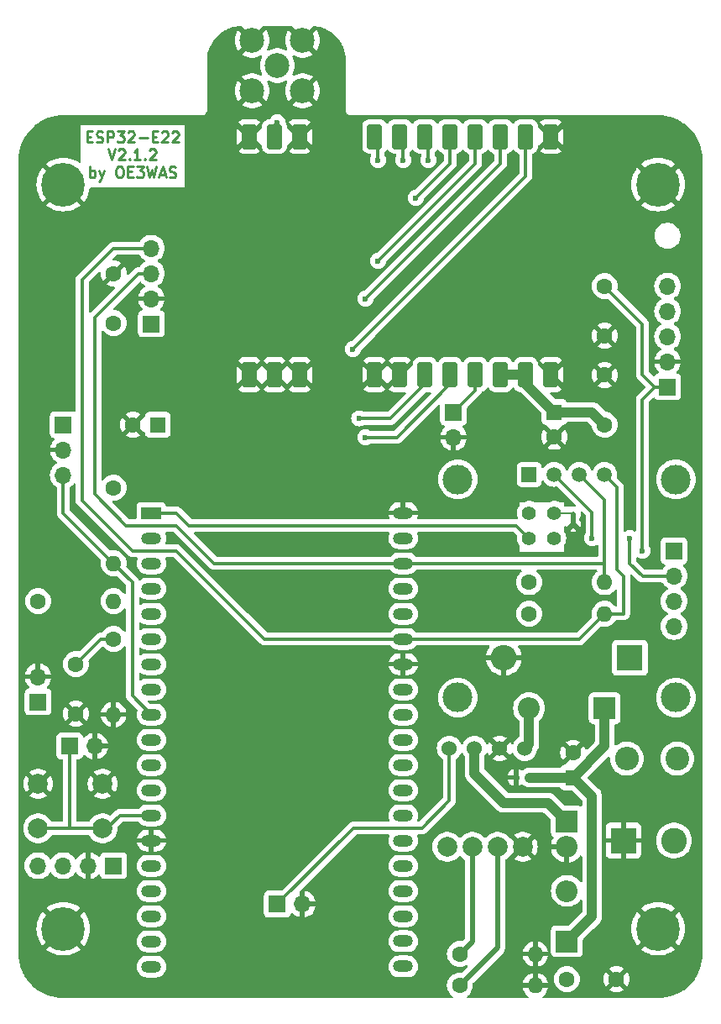
<source format=gbr>
%TF.GenerationSoftware,KiCad,Pcbnew,8.0.5-8.0.5-0~ubuntu20.04.1*%
%TF.CreationDate,2024-11-22T10:43:45+01:00*%
%TF.ProjectId,esp32-e22,65737033-322d-4653-9232-2e6b69636164,V 2.1.2*%
%TF.SameCoordinates,Original*%
%TF.FileFunction,Copper,L1,Top*%
%TF.FilePolarity,Positive*%
%FSLAX46Y46*%
G04 Gerber Fmt 4.6, Leading zero omitted, Abs format (unit mm)*
G04 Created by KiCad (PCBNEW 8.0.5-8.0.5-0~ubuntu20.04.1) date 2024-11-22 10:43:45*
%MOMM*%
%LPD*%
G01*
G04 APERTURE LIST*
G04 Aperture macros list*
%AMRoundRect*
0 Rectangle with rounded corners*
0 $1 Rounding radius*
0 $2 $3 $4 $5 $6 $7 $8 $9 X,Y pos of 4 corners*
0 Add a 4 corners polygon primitive as box body*
4,1,4,$2,$3,$4,$5,$6,$7,$8,$9,$2,$3,0*
0 Add four circle primitives for the rounded corners*
1,1,$1+$1,$2,$3*
1,1,$1+$1,$4,$5*
1,1,$1+$1,$6,$7*
1,1,$1+$1,$8,$9*
0 Add four rect primitives between the rounded corners*
20,1,$1+$1,$2,$3,$4,$5,0*
20,1,$1+$1,$4,$5,$6,$7,0*
20,1,$1+$1,$6,$7,$8,$9,0*
20,1,$1+$1,$8,$9,$2,$3,0*%
G04 Aperture macros list end*
%ADD10C,0.275000*%
%TA.AperFunction,NonConductor*%
%ADD11C,0.275000*%
%TD*%
%TA.AperFunction,EtchedComponent*%
%ADD12C,0.000000*%
%TD*%
%TA.AperFunction,ComponentPad*%
%ADD13R,1.700000X1.700000*%
%TD*%
%TA.AperFunction,ComponentPad*%
%ADD14O,1.700000X1.700000*%
%TD*%
%TA.AperFunction,ComponentPad*%
%ADD15C,1.600000*%
%TD*%
%TA.AperFunction,ComponentPad*%
%ADD16O,1.600000X1.600000*%
%TD*%
%TA.AperFunction,ComponentPad*%
%ADD17R,1.600000X1.600000*%
%TD*%
%TA.AperFunction,ComponentPad*%
%ADD18C,2.600000*%
%TD*%
%TA.AperFunction,ConnectorPad*%
%ADD19C,4.400000*%
%TD*%
%TA.AperFunction,ComponentPad*%
%ADD20R,2.600000X2.600000*%
%TD*%
%TA.AperFunction,ComponentPad*%
%ADD21R,2.200000X2.200000*%
%TD*%
%TA.AperFunction,ComponentPad*%
%ADD22O,2.200000X2.200000*%
%TD*%
%TA.AperFunction,WasherPad*%
%ADD23C,3.000000*%
%TD*%
%TA.AperFunction,ComponentPad*%
%ADD24R,1.508000X1.508000*%
%TD*%
%TA.AperFunction,ComponentPad*%
%ADD25C,1.508000*%
%TD*%
%TA.AperFunction,ComponentPad*%
%ADD26C,2.000000*%
%TD*%
%TA.AperFunction,ComponentPad*%
%ADD27C,2.500000*%
%TD*%
%TA.AperFunction,SMDPad,CuDef*%
%ADD28C,0.500000*%
%TD*%
%TA.AperFunction,SMDPad,CuDef*%
%ADD29RoundRect,0.250000X-0.500000X1.000000X-0.500000X-1.000000X0.500000X-1.000000X0.500000X1.000000X0*%
%TD*%
%TA.AperFunction,ComponentPad*%
%ADD30R,2.000000X1.200000*%
%TD*%
%TA.AperFunction,ComponentPad*%
%ADD31O,2.000000X1.200000*%
%TD*%
%TA.AperFunction,ComponentPad*%
%ADD32C,2.400000*%
%TD*%
%TA.AperFunction,ComponentPad*%
%ADD33O,2.400000X2.400000*%
%TD*%
%TA.AperFunction,SMDPad,CuDef*%
%ADD34RoundRect,0.150000X-0.150000X-0.200000X0.150000X-0.200000X0.150000X0.200000X-0.150000X0.200000X0*%
%TD*%
%TA.AperFunction,ComponentPad*%
%ADD35O,2.600000X2.600000*%
%TD*%
%TA.AperFunction,ComponentPad*%
%ADD36C,1.524000*%
%TD*%
%TA.AperFunction,ComponentPad*%
%ADD37C,1.400000*%
%TD*%
%TA.AperFunction,ViaPad*%
%ADD38C,0.600000*%
%TD*%
%TA.AperFunction,ViaPad*%
%ADD39C,1.300000*%
%TD*%
%TA.AperFunction,Conductor*%
%ADD40C,0.300000*%
%TD*%
%TA.AperFunction,Conductor*%
%ADD41C,1.000000*%
%TD*%
%TA.AperFunction,Conductor*%
%ADD42C,0.200000*%
%TD*%
%TA.AperFunction,Conductor*%
%ADD43C,0.500000*%
%TD*%
G04 APERTURE END LIST*
D10*
D11*
X117971666Y-58598014D02*
X118338333Y-58598014D01*
X118495476Y-59174204D02*
X117971666Y-59174204D01*
X117971666Y-59174204D02*
X117971666Y-58074204D01*
X117971666Y-58074204D02*
X118495476Y-58074204D01*
X118914523Y-59121824D02*
X119071666Y-59174204D01*
X119071666Y-59174204D02*
X119333571Y-59174204D01*
X119333571Y-59174204D02*
X119438333Y-59121824D01*
X119438333Y-59121824D02*
X119490714Y-59069443D01*
X119490714Y-59069443D02*
X119543095Y-58964681D01*
X119543095Y-58964681D02*
X119543095Y-58859919D01*
X119543095Y-58859919D02*
X119490714Y-58755157D01*
X119490714Y-58755157D02*
X119438333Y-58702776D01*
X119438333Y-58702776D02*
X119333571Y-58650395D01*
X119333571Y-58650395D02*
X119124047Y-58598014D01*
X119124047Y-58598014D02*
X119019285Y-58545633D01*
X119019285Y-58545633D02*
X118966904Y-58493252D01*
X118966904Y-58493252D02*
X118914523Y-58388490D01*
X118914523Y-58388490D02*
X118914523Y-58283728D01*
X118914523Y-58283728D02*
X118966904Y-58178966D01*
X118966904Y-58178966D02*
X119019285Y-58126585D01*
X119019285Y-58126585D02*
X119124047Y-58074204D01*
X119124047Y-58074204D02*
X119385952Y-58074204D01*
X119385952Y-58074204D02*
X119543095Y-58126585D01*
X120014523Y-59174204D02*
X120014523Y-58074204D01*
X120014523Y-58074204D02*
X120433571Y-58074204D01*
X120433571Y-58074204D02*
X120538333Y-58126585D01*
X120538333Y-58126585D02*
X120590714Y-58178966D01*
X120590714Y-58178966D02*
X120643095Y-58283728D01*
X120643095Y-58283728D02*
X120643095Y-58440871D01*
X120643095Y-58440871D02*
X120590714Y-58545633D01*
X120590714Y-58545633D02*
X120538333Y-58598014D01*
X120538333Y-58598014D02*
X120433571Y-58650395D01*
X120433571Y-58650395D02*
X120014523Y-58650395D01*
X121009761Y-58074204D02*
X121690714Y-58074204D01*
X121690714Y-58074204D02*
X121324047Y-58493252D01*
X121324047Y-58493252D02*
X121481190Y-58493252D01*
X121481190Y-58493252D02*
X121585952Y-58545633D01*
X121585952Y-58545633D02*
X121638333Y-58598014D01*
X121638333Y-58598014D02*
X121690714Y-58702776D01*
X121690714Y-58702776D02*
X121690714Y-58964681D01*
X121690714Y-58964681D02*
X121638333Y-59069443D01*
X121638333Y-59069443D02*
X121585952Y-59121824D01*
X121585952Y-59121824D02*
X121481190Y-59174204D01*
X121481190Y-59174204D02*
X121166904Y-59174204D01*
X121166904Y-59174204D02*
X121062142Y-59121824D01*
X121062142Y-59121824D02*
X121009761Y-59069443D01*
X122109761Y-58178966D02*
X122162142Y-58126585D01*
X122162142Y-58126585D02*
X122266904Y-58074204D01*
X122266904Y-58074204D02*
X122528809Y-58074204D01*
X122528809Y-58074204D02*
X122633571Y-58126585D01*
X122633571Y-58126585D02*
X122685952Y-58178966D01*
X122685952Y-58178966D02*
X122738333Y-58283728D01*
X122738333Y-58283728D02*
X122738333Y-58388490D01*
X122738333Y-58388490D02*
X122685952Y-58545633D01*
X122685952Y-58545633D02*
X122057380Y-59174204D01*
X122057380Y-59174204D02*
X122738333Y-59174204D01*
X123209761Y-58755157D02*
X124047857Y-58755157D01*
X124571666Y-58598014D02*
X124938333Y-58598014D01*
X125095476Y-59174204D02*
X124571666Y-59174204D01*
X124571666Y-59174204D02*
X124571666Y-58074204D01*
X124571666Y-58074204D02*
X125095476Y-58074204D01*
X125514523Y-58178966D02*
X125566904Y-58126585D01*
X125566904Y-58126585D02*
X125671666Y-58074204D01*
X125671666Y-58074204D02*
X125933571Y-58074204D01*
X125933571Y-58074204D02*
X126038333Y-58126585D01*
X126038333Y-58126585D02*
X126090714Y-58178966D01*
X126090714Y-58178966D02*
X126143095Y-58283728D01*
X126143095Y-58283728D02*
X126143095Y-58388490D01*
X126143095Y-58388490D02*
X126090714Y-58545633D01*
X126090714Y-58545633D02*
X125462142Y-59174204D01*
X125462142Y-59174204D02*
X126143095Y-59174204D01*
X126562142Y-58178966D02*
X126614523Y-58126585D01*
X126614523Y-58126585D02*
X126719285Y-58074204D01*
X126719285Y-58074204D02*
X126981190Y-58074204D01*
X126981190Y-58074204D02*
X127085952Y-58126585D01*
X127085952Y-58126585D02*
X127138333Y-58178966D01*
X127138333Y-58178966D02*
X127190714Y-58283728D01*
X127190714Y-58283728D02*
X127190714Y-58388490D01*
X127190714Y-58388490D02*
X127138333Y-58545633D01*
X127138333Y-58545633D02*
X126509761Y-59174204D01*
X126509761Y-59174204D02*
X127190714Y-59174204D01*
X120093094Y-59845142D02*
X120459761Y-60945142D01*
X120459761Y-60945142D02*
X120826428Y-59845142D01*
X121140713Y-59949904D02*
X121193094Y-59897523D01*
X121193094Y-59897523D02*
X121297856Y-59845142D01*
X121297856Y-59845142D02*
X121559761Y-59845142D01*
X121559761Y-59845142D02*
X121664523Y-59897523D01*
X121664523Y-59897523D02*
X121716904Y-59949904D01*
X121716904Y-59949904D02*
X121769285Y-60054666D01*
X121769285Y-60054666D02*
X121769285Y-60159428D01*
X121769285Y-60159428D02*
X121716904Y-60316571D01*
X121716904Y-60316571D02*
X121088332Y-60945142D01*
X121088332Y-60945142D02*
X121769285Y-60945142D01*
X122240713Y-60840381D02*
X122293094Y-60892762D01*
X122293094Y-60892762D02*
X122240713Y-60945142D01*
X122240713Y-60945142D02*
X122188332Y-60892762D01*
X122188332Y-60892762D02*
X122240713Y-60840381D01*
X122240713Y-60840381D02*
X122240713Y-60945142D01*
X123340714Y-60945142D02*
X122712142Y-60945142D01*
X123026428Y-60945142D02*
X123026428Y-59845142D01*
X123026428Y-59845142D02*
X122921666Y-60002285D01*
X122921666Y-60002285D02*
X122816904Y-60107047D01*
X122816904Y-60107047D02*
X122712142Y-60159428D01*
X123812142Y-60840381D02*
X123864523Y-60892762D01*
X123864523Y-60892762D02*
X123812142Y-60945142D01*
X123812142Y-60945142D02*
X123759761Y-60892762D01*
X123759761Y-60892762D02*
X123812142Y-60840381D01*
X123812142Y-60840381D02*
X123812142Y-60945142D01*
X124283571Y-59949904D02*
X124335952Y-59897523D01*
X124335952Y-59897523D02*
X124440714Y-59845142D01*
X124440714Y-59845142D02*
X124702619Y-59845142D01*
X124702619Y-59845142D02*
X124807381Y-59897523D01*
X124807381Y-59897523D02*
X124859762Y-59949904D01*
X124859762Y-59949904D02*
X124912143Y-60054666D01*
X124912143Y-60054666D02*
X124912143Y-60159428D01*
X124912143Y-60159428D02*
X124859762Y-60316571D01*
X124859762Y-60316571D02*
X124231190Y-60945142D01*
X124231190Y-60945142D02*
X124912143Y-60945142D01*
X118259762Y-62716080D02*
X118259762Y-61616080D01*
X118259762Y-62035128D02*
X118364524Y-61982747D01*
X118364524Y-61982747D02*
X118574048Y-61982747D01*
X118574048Y-61982747D02*
X118678810Y-62035128D01*
X118678810Y-62035128D02*
X118731191Y-62087509D01*
X118731191Y-62087509D02*
X118783572Y-62192271D01*
X118783572Y-62192271D02*
X118783572Y-62506557D01*
X118783572Y-62506557D02*
X118731191Y-62611319D01*
X118731191Y-62611319D02*
X118678810Y-62663700D01*
X118678810Y-62663700D02*
X118574048Y-62716080D01*
X118574048Y-62716080D02*
X118364524Y-62716080D01*
X118364524Y-62716080D02*
X118259762Y-62663700D01*
X119150238Y-61982747D02*
X119412143Y-62716080D01*
X119674048Y-61982747D02*
X119412143Y-62716080D01*
X119412143Y-62716080D02*
X119307381Y-62977985D01*
X119307381Y-62977985D02*
X119255000Y-63030366D01*
X119255000Y-63030366D02*
X119150238Y-63082747D01*
X121140714Y-61616080D02*
X121350238Y-61616080D01*
X121350238Y-61616080D02*
X121455000Y-61668461D01*
X121455000Y-61668461D02*
X121559762Y-61773223D01*
X121559762Y-61773223D02*
X121612143Y-61982747D01*
X121612143Y-61982747D02*
X121612143Y-62349414D01*
X121612143Y-62349414D02*
X121559762Y-62558938D01*
X121559762Y-62558938D02*
X121455000Y-62663700D01*
X121455000Y-62663700D02*
X121350238Y-62716080D01*
X121350238Y-62716080D02*
X121140714Y-62716080D01*
X121140714Y-62716080D02*
X121035952Y-62663700D01*
X121035952Y-62663700D02*
X120931190Y-62558938D01*
X120931190Y-62558938D02*
X120878809Y-62349414D01*
X120878809Y-62349414D02*
X120878809Y-61982747D01*
X120878809Y-61982747D02*
X120931190Y-61773223D01*
X120931190Y-61773223D02*
X121035952Y-61668461D01*
X121035952Y-61668461D02*
X121140714Y-61616080D01*
X122083571Y-62139890D02*
X122450238Y-62139890D01*
X122607381Y-62716080D02*
X122083571Y-62716080D01*
X122083571Y-62716080D02*
X122083571Y-61616080D01*
X122083571Y-61616080D02*
X122607381Y-61616080D01*
X122974047Y-61616080D02*
X123655000Y-61616080D01*
X123655000Y-61616080D02*
X123288333Y-62035128D01*
X123288333Y-62035128D02*
X123445476Y-62035128D01*
X123445476Y-62035128D02*
X123550238Y-62087509D01*
X123550238Y-62087509D02*
X123602619Y-62139890D01*
X123602619Y-62139890D02*
X123655000Y-62244652D01*
X123655000Y-62244652D02*
X123655000Y-62506557D01*
X123655000Y-62506557D02*
X123602619Y-62611319D01*
X123602619Y-62611319D02*
X123550238Y-62663700D01*
X123550238Y-62663700D02*
X123445476Y-62716080D01*
X123445476Y-62716080D02*
X123131190Y-62716080D01*
X123131190Y-62716080D02*
X123026428Y-62663700D01*
X123026428Y-62663700D02*
X122974047Y-62611319D01*
X124021666Y-61616080D02*
X124283571Y-62716080D01*
X124283571Y-62716080D02*
X124493095Y-61930366D01*
X124493095Y-61930366D02*
X124702619Y-62716080D01*
X124702619Y-62716080D02*
X124964524Y-61616080D01*
X125331190Y-62401795D02*
X125855000Y-62401795D01*
X125226428Y-62716080D02*
X125593095Y-61616080D01*
X125593095Y-61616080D02*
X125959762Y-62716080D01*
X126274047Y-62663700D02*
X126431190Y-62716080D01*
X126431190Y-62716080D02*
X126693095Y-62716080D01*
X126693095Y-62716080D02*
X126797857Y-62663700D01*
X126797857Y-62663700D02*
X126850238Y-62611319D01*
X126850238Y-62611319D02*
X126902619Y-62506557D01*
X126902619Y-62506557D02*
X126902619Y-62401795D01*
X126902619Y-62401795D02*
X126850238Y-62297033D01*
X126850238Y-62297033D02*
X126797857Y-62244652D01*
X126797857Y-62244652D02*
X126693095Y-62192271D01*
X126693095Y-62192271D02*
X126483571Y-62139890D01*
X126483571Y-62139890D02*
X126378809Y-62087509D01*
X126378809Y-62087509D02*
X126326428Y-62035128D01*
X126326428Y-62035128D02*
X126274047Y-61930366D01*
X126274047Y-61930366D02*
X126274047Y-61825604D01*
X126274047Y-61825604D02*
X126326428Y-61720842D01*
X126326428Y-61720842D02*
X126378809Y-61668461D01*
X126378809Y-61668461D02*
X126483571Y-61616080D01*
X126483571Y-61616080D02*
X126745476Y-61616080D01*
X126745476Y-61616080D02*
X126902619Y-61668461D01*
D12*
%TA.AperFunction,EtchedComponent*%
%TO.C,NT1*%
G36*
X167255000Y-97655000D02*
G01*
X166755000Y-97655000D01*
X166755000Y-96655000D01*
X167255000Y-96655000D01*
X167255000Y-97655000D01*
G37*
%TD.AperFunction*%
%TD*%
D13*
%TO.P,J5,1,Pin_1*%
%TO.N,+3.3V*%
X115570000Y-87630000D03*
D14*
%TO.P,J5,2,Pin_2*%
%TO.N,GND*%
X115570000Y-90170000D03*
%TO.P,J5,3,Pin_3*%
%TO.N,/OneWire*%
X115570000Y-92710000D03*
%TD*%
D15*
%TO.P,R1,1*%
%TO.N,Net-(J1-Pin_1)*%
X113030000Y-105410000D03*
D16*
%TO.P,R1,2*%
%TO.N,Net-(U1-32K_XP{slash}GPIO32{slash}ADC1_CH4)*%
X120650000Y-105410000D03*
%TD*%
D17*
%TO.P,C6,1*%
%TO.N,+5V*%
X167005000Y-123190000D03*
D15*
%TO.P,C6,2*%
%TO.N,GND*%
X167005000Y-120690000D03*
%TD*%
D18*
%TO.P,H3,1,1*%
%TO.N,GND*%
X115570000Y-138430000D03*
D19*
X115570000Y-138430000D03*
%TD*%
D20*
%TO.P,J3,1,Pin_1*%
%TO.N,GND*%
X172085000Y-129540000D03*
D18*
%TO.P,J3,2,Pin_2*%
%TO.N,Net-(J3-Pin_2)*%
X177165000Y-129540000D03*
%TD*%
D15*
%TO.P,R2,1*%
%TO.N,Net-(U1-32K_XP{slash}GPIO32{slash}ADC1_CH4)*%
X120650000Y-109220000D03*
D16*
%TO.P,R2,2*%
%TO.N,GND*%
X120650000Y-116840000D03*
%TD*%
D21*
%TO.P,D5,1,K*%
%TO.N,Net-(D5-K)*%
X166370000Y-127635000D03*
D22*
%TO.P,D5,2,A*%
%TO.N,GND*%
X166370000Y-130175000D03*
%TD*%
D17*
%TO.P,C2,1*%
%TO.N,Net-(U1-CHIP_PU)*%
X125095000Y-87630000D03*
D15*
%TO.P,C2,2*%
%TO.N,GND*%
X122595000Y-87630000D03*
%TD*%
D23*
%TO.P,U2,*%
%TO.N,*%
X155370000Y-93140000D03*
X155370000Y-115140000D03*
X177370000Y-93140000D03*
X177370000Y-115140000D03*
D24*
%TO.P,U2,1,VCC_IN*%
%TO.N,+3.3V*%
X162560000Y-92640000D03*
D25*
%TO.P,U2,2,GND*%
%TO.N,Net-(J11-Pin_2)*%
X165100000Y-92640000D03*
%TO.P,U2,3,SCL*%
%TO.N,/SCL*%
X167640000Y-92640000D03*
%TO.P,U2,4,SDA*%
%TO.N,/SDA*%
X170180000Y-92640000D03*
%TD*%
D15*
%TO.P,R5,1*%
%TO.N,+3.3V*%
X120650000Y-93980000D03*
D16*
%TO.P,R5,2*%
%TO.N,/OneWire*%
X120650000Y-101600000D03*
%TD*%
D26*
%TO.P,J2,1,V+*%
%TO.N,Net-(D1-A)*%
X154305000Y-130175000D03*
%TO.P,J2,2,CC1*%
%TO.N,Net-(J2-CC1)*%
X156845000Y-130175000D03*
%TO.P,J2,3,CC2*%
%TO.N,Net-(J2-CC2)*%
X159385000Y-130175000D03*
%TO.P,J2,4,GND*%
%TO.N,GND*%
X161925000Y-130175000D03*
%TD*%
D18*
%TO.P,H1,1,1*%
%TO.N,GND*%
X115570000Y-63430000D03*
D19*
X115570000Y-63430000D03*
%TD*%
D13*
%TO.P,J1,1,Pin_1*%
%TO.N,Net-(J1-Pin_1)*%
X113030000Y-115570000D03*
D14*
%TO.P,J1,2,Pin_2*%
%TO.N,GND*%
X113030000Y-113030000D03*
%TD*%
D13*
%TO.P,J6,1,Pin_1*%
%TO.N,+3.3V*%
X124460000Y-77470000D03*
D14*
%TO.P,J6,2,Pin_2*%
%TO.N,GND*%
X124460000Y-74930000D03*
%TO.P,J6,3,Pin_3*%
%TO.N,/SCL*%
X124460000Y-72390000D03*
%TO.P,J6,4,Pin_4*%
%TO.N,/SDA*%
X124460000Y-69850000D03*
%TD*%
D21*
%TO.P,D1,1,K*%
%TO.N,+5V*%
X166370000Y-139700000D03*
D22*
%TO.P,D1,2,A*%
%TO.N,Net-(D1-A)*%
X166370000Y-134620000D03*
%TD*%
D15*
%TO.P,C4,1*%
%TO.N,+5V*%
X170180000Y-87630000D03*
%TO.P,C4,2*%
%TO.N,GND*%
X170180000Y-82630000D03*
%TD*%
D18*
%TO.P,H2,1,1*%
%TO.N,GND*%
X175570000Y-63430000D03*
D19*
X175570000Y-63430000D03*
%TD*%
D13*
%TO.P,J7,1,Pin_1*%
%TO.N,+3.3V*%
X176530000Y-83820000D03*
D14*
%TO.P,J7,2,Pin_2*%
%TO.N,GND*%
X176530000Y-81280000D03*
%TO.P,J7,3,Pin_3*%
%TO.N,/SCL*%
X176530000Y-78740000D03*
%TO.P,J7,4,Pin_4*%
%TO.N,/SDA*%
X176530000Y-76200000D03*
%TO.P,J7,5,Pin_5*%
%TO.N,+3.3V*%
X176530000Y-73660000D03*
%TD*%
D15*
%TO.P,C5,1*%
%TO.N,+5V*%
X166370000Y-143510000D03*
%TO.P,C5,2*%
%TO.N,GND*%
X171370000Y-143510000D03*
%TD*%
D27*
%TO.P,J8,1,In*%
%TO.N,Net-(J8-In)*%
X137160000Y-51435000D03*
%TO.P,J8,2,Ext*%
%TO.N,GND*%
X139700000Y-48895000D03*
X134620000Y-48895000D03*
X139700000Y-53975000D03*
X134620000Y-53975000D03*
%TD*%
D17*
%TO.P,C3,1*%
%TO.N,+5V*%
X165100000Y-86360000D03*
D15*
%TO.P,C3,2*%
%TO.N,GND*%
X165100000Y-88860000D03*
%TD*%
D28*
%TO.P,NT1,1,1*%
%TO.N,Net-(J11-Pin_2)*%
X167005000Y-96655000D03*
%TO.P,NT1,2,2*%
%TO.N,GND*%
X167005000Y-97655000D03*
%TD*%
D29*
%TO.P,U3,1,GND*%
%TO.N,GND*%
X134330000Y-82590000D03*
%TO.P,U3,2,GND*%
X136870000Y-82590000D03*
%TO.P,U3,3,GND*%
X139410000Y-82590000D03*
%TO.P,U3,4,GND*%
X146980000Y-82590000D03*
%TO.P,U3,5,GND*%
X149520000Y-82590000D03*
%TO.P,U3,6,RXEN*%
%TO.N,/E22_RXEN*%
X152060000Y-82590000D03*
%TO.P,U3,7,TXEN*%
%TO.N,/E22_TXEN*%
X154600000Y-82590000D03*
%TO.P,U3,8,DIO2*%
%TO.N,Net-(J9-Pin_1)*%
X157140000Y-82590000D03*
%TO.P,U3,9,VCC*%
%TO.N,+5V*%
X159680000Y-82590000D03*
%TO.P,U3,10,VCC*%
X162220000Y-82590000D03*
%TO.P,U3,11,GND*%
%TO.N,GND*%
X164760000Y-82590000D03*
%TO.P,U3,12,GND*%
X164760000Y-58590000D03*
%TO.P,U3,13,DIO1*%
%TO.N,/E22_DIO1*%
X162220000Y-58590000D03*
%TO.P,U3,14,BUSY*%
%TO.N,/E22_BUSY*%
X159680000Y-58590000D03*
%TO.P,U3,15,NRST*%
%TO.N,/E22_NRST*%
X157140000Y-58590000D03*
%TO.P,U3,16,MISO*%
%TO.N,/MISO*%
X154600000Y-58590000D03*
%TO.P,U3,17,MOSI*%
%TO.N,/MOSI*%
X152060000Y-58590000D03*
%TO.P,U3,18,SCK*%
%TO.N,/E22_SCK*%
X149520000Y-58590000D03*
%TO.P,U3,19,NSS*%
%TO.N,/E22_NSS*%
X146980000Y-58590000D03*
%TO.P,U3,20,GND*%
%TO.N,GND*%
X139410000Y-58590000D03*
%TO.P,U3,21,ANT*%
%TO.N,Net-(U3-ANT)*%
X136870000Y-58590000D03*
%TO.P,U3,22,GND*%
%TO.N,GND*%
X134330000Y-58590000D03*
%TD*%
D13*
%TO.P,J4,1,Pin_1*%
%TO.N,+3.3V*%
X120640000Y-132080000D03*
D14*
%TO.P,J4,2,Pin_2*%
%TO.N,GND*%
X118100000Y-132080000D03*
%TO.P,J4,3,Pin_3*%
%TO.N,/GPS_TX*%
X115560000Y-132080000D03*
%TO.P,J4,4,Pin_4*%
%TO.N,/GPS_RX*%
X113020000Y-132080000D03*
%TD*%
D30*
%TO.P,U1,1,3V3*%
%TO.N,+3.3V*%
X124460000Y-96520000D03*
D31*
%TO.P,U1,2,CHIP_PU*%
%TO.N,Net-(U1-CHIP_PU)*%
X124460000Y-99060000D03*
%TO.P,U1,3,SENSOR_VP/GPIO36/ADC1_CH0*%
%TO.N,unconnected-(U1-SENSOR_VP{slash}GPIO36{slash}ADC1_CH0-Pad3)*%
X124460000Y-101600000D03*
%TO.P,U1,4,SENSOR_VN/GPIO39/ADC1_CH3*%
%TO.N,unconnected-(U1-SENSOR_VN{slash}GPIO39{slash}ADC1_CH3-Pad4)*%
X124460000Y-104140000D03*
%TO.P,U1,5,VDET_1/GPIO34/ADC1_CH6*%
%TO.N,unconnected-(U1-VDET_1{slash}GPIO34{slash}ADC1_CH6-Pad5)*%
X124460000Y-106680000D03*
%TO.P,U1,6,VDET_2/GPIO35/ADC1_CH7*%
%TO.N,unconnected-(U1-VDET_2{slash}GPIO35{slash}ADC1_CH7-Pad6)*%
X124460000Y-109220000D03*
%TO.P,U1,7,32K_XP/GPIO32/ADC1_CH4*%
%TO.N,Net-(U1-32K_XP{slash}GPIO32{slash}ADC1_CH4)*%
X124460000Y-111760000D03*
%TO.P,U1,8,32K_XN/GPIO33/ADC1_CH5*%
%TO.N,/E22_DIO1*%
X124460000Y-114300000D03*
%TO.P,U1,9,DAC_1/ADC2_CH8/GPIO25*%
%TO.N,/OneWire*%
X124460000Y-116840000D03*
%TO.P,U1,10,DAC_2/ADC2_CH9/GPIO26*%
%TO.N,/E22_BUSY*%
X124460000Y-119380000D03*
%TO.P,U1,11,ADC2_CH7/GPIO27*%
%TO.N,/E22_NRST*%
X124460000Y-121920000D03*
%TO.P,U1,12,MTMS/GPIO14/ADC2_CH6*%
%TO.N,/E22_RXEN*%
X124460000Y-124460000D03*
%TO.P,U1,13,MTDI/GPIO12/ADC2_CH5*%
%TO.N,Net-(J10-Pin_1)*%
X124460000Y-127000000D03*
%TO.P,U1,14,GND*%
%TO.N,GND*%
X124460000Y-129540000D03*
%TO.P,U1,15,MTCK/GPIO13/ADC2_CH4*%
%TO.N,/E22_TXEN*%
X124460000Y-132080000D03*
%TO.P,U1,16,SD_DATA2/GPIO9*%
%TO.N,unconnected-(U1-SD_DATA2{slash}GPIO9-Pad16)*%
X124460000Y-134620000D03*
%TO.P,U1,17,SD_DATA3/GPIO10*%
%TO.N,unconnected-(U1-SD_DATA3{slash}GPIO10-Pad17)*%
X124460000Y-137160000D03*
%TO.P,U1,18,CMD*%
%TO.N,unconnected-(U1-CMD-Pad18)*%
X124460000Y-139700000D03*
%TO.P,U1,19,5V*%
%TO.N,+5V*%
X124460000Y-142240000D03*
%TO.P,U1,20,SD_CLK/GPIO6*%
%TO.N,unconnected-(U1-SD_CLK{slash}GPIO6-Pad20)*%
X149856320Y-142237280D03*
%TO.P,U1,21,SD_DATA0/GPIO7*%
%TO.N,unconnected-(U1-SD_DATA0{slash}GPIO7-Pad21)*%
X149856320Y-139697280D03*
%TO.P,U1,22,SD_DATA1/GPIO8*%
%TO.N,unconnected-(U1-SD_DATA1{slash}GPIO8-Pad22)*%
X149860000Y-137160000D03*
%TO.P,U1,23,MTDO/GPIO15/ADC2_CH3*%
%TO.N,unconnected-(U1-MTDO{slash}GPIO15{slash}ADC2_CH3-Pad23)*%
X149860000Y-134620000D03*
%TO.P,U1,24,ADC2_CH2/GPIO2*%
%TO.N,unconnected-(U1-ADC2_CH2{slash}GPIO2-Pad24)*%
X149860000Y-132080000D03*
%TO.P,U1,25,GPIO0/BOOT/ADC2_CH1*%
%TO.N,unconnected-(U1-GPIO0{slash}BOOT{slash}ADC2_CH1-Pad25)*%
X149860000Y-129540000D03*
%TO.P,U1,26,ADC2_CH0/GPIO4*%
%TO.N,unconnected-(U1-ADC2_CH0{slash}GPIO4-Pad26)*%
X149860000Y-127000000D03*
%TO.P,U1,27,GPIO16*%
%TO.N,/GPS_RX*%
X149860000Y-124460000D03*
%TO.P,U1,28,GPIO17*%
%TO.N,/GPS_TX*%
X149860000Y-121920000D03*
%TO.P,U1,29,GPIO5*%
%TO.N,/E22_NSS*%
X149860000Y-119380000D03*
%TO.P,U1,30,GPIO18*%
%TO.N,/E22_SCK*%
X149860000Y-116840000D03*
%TO.P,U1,31,GPIO19*%
%TO.N,/MISO*%
X149860000Y-114300000D03*
%TO.P,U1,32,GND*%
%TO.N,GND*%
X149860000Y-111760000D03*
%TO.P,U1,33,GPIO21*%
%TO.N,/SDA*%
X149860000Y-109220000D03*
%TO.P,U1,34,U0RXD/GPIO3*%
%TO.N,unconnected-(U1-U0RXD{slash}GPIO3-Pad34)*%
X149860000Y-106680000D03*
%TO.P,U1,35,U0TXD/GPIO1*%
%TO.N,unconnected-(U1-U0TXD{slash}GPIO1-Pad35)*%
X149860000Y-104140000D03*
%TO.P,U1,36,GPIO22*%
%TO.N,/SCL*%
X149860000Y-101600000D03*
%TO.P,U1,37,GPIO23*%
%TO.N,/MOSI*%
X149860000Y-99060000D03*
%TO.P,U1,38,GND*%
%TO.N,GND*%
X149860000Y-96520000D03*
%TD*%
D15*
%TO.P,C7,1*%
%TO.N,+3.3V*%
X170180000Y-73660000D03*
%TO.P,C7,2*%
%TO.N,GND*%
X170180000Y-78660000D03*
%TD*%
%TO.P,C1,1*%
%TO.N,Net-(U1-32K_XP{slash}GPIO32{slash}ADC1_CH4)*%
X116840000Y-111760000D03*
%TO.P,C1,2*%
%TO.N,GND*%
X116840000Y-116760000D03*
%TD*%
D18*
%TO.P,H4,1,1*%
%TO.N,GND*%
X175570000Y-138430000D03*
D19*
X175570000Y-138430000D03*
%TD*%
D32*
%TO.P,F1,1*%
%TO.N,Net-(J3-Pin_2)*%
X177500000Y-121285000D03*
D33*
%TO.P,F1,2*%
%TO.N,Net-(D5-K)*%
X172420000Y-121285000D03*
%TD*%
D15*
%TO.P,C8,1*%
%TO.N,GND*%
X120650000Y-72390000D03*
%TO.P,C8,2*%
%TO.N,+3.3V*%
X120650000Y-77390000D03*
%TD*%
D13*
%TO.P,J10,1,Pin_1*%
%TO.N,Net-(J10-Pin_1)*%
X116205000Y-120015000D03*
D14*
%TO.P,J10,2,Pin_2*%
%TO.N,GND*%
X118745000Y-120015000D03*
%TD*%
D26*
%TO.P,SW1,1,1*%
%TO.N,GND*%
X113030000Y-123825000D03*
X119530000Y-123825000D03*
%TO.P,SW1,2,2*%
%TO.N,Net-(J10-Pin_1)*%
X113030000Y-128325000D03*
X119530000Y-128325000D03*
%TD*%
D34*
%TO.P,D3,1,A1*%
%TO.N,+5V*%
X162625000Y-123190000D03*
%TO.P,D3,2,A2*%
%TO.N,GND*%
X161225000Y-123190000D03*
%TD*%
D13*
%TO.P,J9,1,Pin_1*%
%TO.N,Net-(J9-Pin_1)*%
X154940000Y-86360000D03*
D14*
%TO.P,J9,2,Pin_2*%
%TO.N,GND*%
X154940000Y-88900000D03*
%TD*%
D20*
%TO.P,D4,1,K*%
%TO.N,+5V*%
X172720000Y-111125000D03*
D35*
%TO.P,D4,2,A*%
%TO.N,GND*%
X160020000Y-111125000D03*
%TD*%
D36*
%TO.P,U4,1,VO+*%
%TO.N,Net-(D2-A)*%
X162135000Y-120255000D03*
%TO.P,U4,2,GND*%
%TO.N,GND*%
X159595000Y-120255000D03*
%TO.P,U4,3,IN+*%
%TO.N,Net-(D5-K)*%
X157055000Y-120255000D03*
%TO.P,U4,4,EN*%
%TO.N,Net-(J12-Pin_1)*%
X154515000Y-120255000D03*
%TD*%
D37*
%TO.P,JP1,1,A*%
%TO.N,+3.3V*%
X162560000Y-96520000D03*
%TO.P,JP1,2,B*%
X162560000Y-99060000D03*
%TD*%
D15*
%TO.P,R4,1*%
%TO.N,Net-(J2-CC1)*%
X155575000Y-140970000D03*
D16*
%TO.P,R4,2*%
%TO.N,GND*%
X163195000Y-140970000D03*
%TD*%
D13*
%TO.P,J12,1,Pin_1*%
%TO.N,Net-(J12-Pin_1)*%
X137160000Y-135960000D03*
D14*
%TO.P,J12,2,Pin_2*%
%TO.N,GND*%
X139700000Y-135960000D03*
%TD*%
D15*
%TO.P,R7,1*%
%TO.N,+3.3V*%
X162560000Y-103505000D03*
D16*
%TO.P,R7,2*%
%TO.N,/SCL*%
X170180000Y-103505000D03*
%TD*%
D21*
%TO.P,D2,1,K*%
%TO.N,+5V*%
X170180000Y-116205000D03*
D22*
%TO.P,D2,2,A*%
%TO.N,Net-(D2-A)*%
X162560000Y-116205000D03*
%TD*%
D37*
%TO.P,JP2,1,A*%
%TO.N,Net-(J11-Pin_2)*%
X165100000Y-99060000D03*
%TO.P,JP2,2,B*%
X165100000Y-96520000D03*
%TD*%
D13*
%TO.P,J11,1,Pin_1*%
%TO.N,+3.3V*%
X177190000Y-100340000D03*
D14*
%TO.P,J11,2,Pin_2*%
%TO.N,Net-(J11-Pin_2)*%
X177190000Y-102880000D03*
%TO.P,J11,3,Pin_3*%
%TO.N,/SCL*%
X177190000Y-105420000D03*
%TO.P,J11,4,Pin_4*%
%TO.N,/SDA*%
X177190000Y-107960000D03*
%TD*%
D15*
%TO.P,R6,1*%
%TO.N,+3.3V*%
X162560000Y-106680000D03*
D16*
%TO.P,R6,2*%
%TO.N,/SDA*%
X170180000Y-106680000D03*
%TD*%
D15*
%TO.P,R3,1*%
%TO.N,Net-(J2-CC2)*%
X155575000Y-144145000D03*
D16*
%TO.P,R3,2*%
%TO.N,GND*%
X163195000Y-144145000D03*
%TD*%
D38*
%TO.N,+3.3V*%
X173990000Y-100330000D03*
%TO.N,GND*%
X140970000Y-77470000D03*
X143510000Y-67310000D03*
X140970000Y-67310000D03*
X138430000Y-74930000D03*
X138430000Y-72390000D03*
X130810000Y-67310000D03*
X137160000Y-71120000D03*
X143510000Y-72390000D03*
X143510000Y-77470000D03*
X138430000Y-77470000D03*
X143510000Y-74930000D03*
X138430000Y-69850000D03*
X155870000Y-99730000D03*
X155970000Y-105430000D03*
X143510000Y-64770000D03*
X130810000Y-72390000D03*
X140970000Y-69850000D03*
X130810000Y-74930000D03*
X130810000Y-64770000D03*
X133350000Y-69850000D03*
X133350000Y-67310000D03*
X132715000Y-109855000D03*
X133350000Y-64770000D03*
X138430000Y-67310000D03*
X133350000Y-77470000D03*
X130810000Y-69850000D03*
X140970000Y-64770000D03*
X143510000Y-69850000D03*
X135890000Y-77470000D03*
X130810000Y-77470000D03*
X135890000Y-67310000D03*
X140970000Y-74930000D03*
X135890000Y-64770000D03*
X135890000Y-74930000D03*
X138430000Y-64770000D03*
X140970000Y-72390000D03*
X135890000Y-69850000D03*
X137160000Y-71120000D03*
X133350000Y-72390000D03*
D39*
X137160000Y-71120000D03*
D38*
X133350000Y-74930000D03*
X135890000Y-72390000D03*
%TO.N,/E22_BUSY*%
X146050000Y-74930000D03*
%TO.N,/E22_NRST*%
X147320000Y-71120000D03*
%TO.N,/MISO*%
X151130000Y-64770000D03*
%TO.N,/MOSI*%
X152400000Y-60960000D03*
%TO.N,/E22_SCK*%
X149860000Y-60960000D03*
%TO.N,/E22_DIO1*%
X144780000Y-80010000D03*
%TO.N,/E22_NSS*%
X147320000Y-60960000D03*
%TO.N,/E22_RXEN*%
X145415000Y-86995000D03*
%TO.N,/E22_TXEN*%
X146050000Y-88900000D03*
%TO.N,Net-(J11-Pin_2)*%
X172720000Y-99060000D03*
X168910000Y-99060000D03*
%TO.N,Net-(U3-ANT)*%
X137160000Y-57150000D03*
%TD*%
D40*
%TO.N,+3.3V*%
X161290000Y-97790000D02*
X162560000Y-99060000D01*
X173990000Y-100330000D02*
X173990000Y-85090000D01*
X127000000Y-96520000D02*
X128270000Y-97790000D01*
X124460000Y-96520000D02*
X127000000Y-96520000D01*
X173990000Y-77470000D02*
X170180000Y-73660000D01*
X173990000Y-82550000D02*
X173990000Y-77470000D01*
X128270000Y-97790000D02*
X161290000Y-97790000D01*
X175260000Y-83820000D02*
X173990000Y-82550000D01*
X173990000Y-85090000D02*
X175260000Y-83820000D01*
X175260000Y-83820000D02*
X176530000Y-83820000D01*
%TO.N,/SDA*%
X127000000Y-100330000D02*
X122555000Y-100330000D01*
X172085000Y-106680000D02*
X170180000Y-106680000D01*
X171450000Y-93910000D02*
X171450000Y-102235000D01*
X120650000Y-69850000D02*
X124460000Y-69850000D01*
X117475000Y-73025000D02*
X120650000Y-69850000D01*
X117475000Y-95250000D02*
X117475000Y-73025000D01*
X172085000Y-102870000D02*
X172085000Y-106680000D01*
X135890000Y-109220000D02*
X127000000Y-100330000D01*
X170180000Y-92640000D02*
X171450000Y-93910000D01*
X122555000Y-100330000D02*
X117475000Y-95250000D01*
X149860000Y-109220000D02*
X167640000Y-109220000D01*
X167640000Y-109220000D02*
X170180000Y-106680000D01*
X171450000Y-102235000D02*
X172085000Y-102870000D01*
X149860000Y-109220000D02*
X135890000Y-109220000D01*
%TO.N,/SCL*%
X121920000Y-97790000D02*
X118745000Y-94615000D01*
X170180000Y-101600000D02*
X170180000Y-100330000D01*
X170180000Y-95180000D02*
X167640000Y-92640000D01*
X127000000Y-97790000D02*
X121920000Y-97790000D01*
X149860000Y-101600000D02*
X170180000Y-101600000D01*
X149860000Y-101600000D02*
X130810000Y-101600000D01*
X170180000Y-100330000D02*
X170180000Y-103505000D01*
X170180000Y-100330000D02*
X170180000Y-95180000D01*
X130810000Y-101600000D02*
X127000000Y-97790000D01*
X123190000Y-72390000D02*
X124460000Y-72390000D01*
X118745000Y-76835000D02*
X123190000Y-72390000D01*
X118745000Y-94615000D02*
X118745000Y-76835000D01*
%TO.N,/OneWire*%
X120650000Y-101600000D02*
X122555000Y-103505000D01*
X115570000Y-92710000D02*
X115570000Y-96520000D01*
X115570000Y-96520000D02*
X120650000Y-101600000D01*
X122555000Y-114935000D02*
X124460000Y-116840000D01*
X122555000Y-103505000D02*
X122555000Y-114935000D01*
%TO.N,Net-(U1-32K_XP{slash}GPIO32{slash}ADC1_CH4)*%
X119380000Y-109220000D02*
X116840000Y-111760000D01*
X120650000Y-109220000D02*
X119380000Y-109220000D01*
%TO.N,/E22_BUSY*%
X159680000Y-61300000D02*
X159680000Y-58590000D01*
X146050000Y-74930000D02*
X159680000Y-61300000D01*
%TO.N,/E22_NRST*%
X147320000Y-71120000D02*
X157140000Y-61300000D01*
X157140000Y-61300000D02*
X157140000Y-58590000D01*
D41*
%TO.N,Net-(D2-A)*%
X162560000Y-116205000D02*
X162560000Y-119830000D01*
X162560000Y-119830000D02*
X162135000Y-120255000D01*
D40*
%TO.N,/MISO*%
X151130000Y-64770000D02*
X154600000Y-61300000D01*
X154600000Y-61300000D02*
X154600000Y-58590000D01*
%TO.N,/MOSI*%
X152400000Y-58930000D02*
X152060000Y-58590000D01*
X152400000Y-60960000D02*
X152400000Y-58930000D01*
%TO.N,/E22_SCK*%
X149860000Y-58930000D02*
X149520000Y-58590000D01*
X149860000Y-60960000D02*
X149860000Y-58930000D01*
D41*
%TO.N,+5V*%
X162625000Y-123190000D02*
X167005000Y-123190000D01*
X162220000Y-82590000D02*
X159680000Y-82590000D01*
X168910000Y-86360000D02*
X170180000Y-87630000D01*
X165100000Y-86360000D02*
X162220000Y-83480000D01*
X162220000Y-83480000D02*
X162220000Y-82590000D01*
X165100000Y-86360000D02*
X168910000Y-86360000D01*
X167005000Y-123190000D02*
X168910000Y-125095000D01*
X168910000Y-137160000D02*
X166370000Y-139700000D01*
X170180000Y-120015000D02*
X167005000Y-123190000D01*
X170180000Y-116205000D02*
X170180000Y-120015000D01*
X168910000Y-125095000D02*
X168910000Y-137160000D01*
D40*
%TO.N,/E22_DIO1*%
X162220000Y-62570000D02*
X162220000Y-58590000D01*
X144780000Y-80010000D02*
X162220000Y-62570000D01*
%TO.N,/E22_NSS*%
X147320000Y-58930000D02*
X146980000Y-58590000D01*
X147320000Y-60960000D02*
X147320000Y-58930000D01*
%TO.N,Net-(J9-Pin_1)*%
X157140000Y-84160000D02*
X154940000Y-86360000D01*
X157140000Y-82590000D02*
X157140000Y-84160000D01*
%TO.N,Net-(J10-Pin_1)*%
X116205000Y-128325000D02*
X115570000Y-128325000D01*
X124460000Y-127000000D02*
X121285000Y-127000000D01*
X119530000Y-128325000D02*
X116205000Y-128325000D01*
X115570000Y-128325000D02*
X113030000Y-128325000D01*
X121285000Y-127000000D02*
X119960000Y-128325000D01*
X116205000Y-128325000D02*
X116205000Y-120015000D01*
X119960000Y-128325000D02*
X119530000Y-128325000D01*
%TO.N,/E22_RXEN*%
X152060000Y-83525000D02*
X152060000Y-82590000D01*
X145415000Y-86995000D02*
X148590000Y-86995000D01*
X148590000Y-86995000D02*
X152060000Y-83525000D01*
%TO.N,/E22_TXEN*%
X149225000Y-88900000D02*
X154600000Y-83525000D01*
X154600000Y-83525000D02*
X154600000Y-82590000D01*
X146050000Y-88900000D02*
X149225000Y-88900000D01*
%TO.N,Net-(J11-Pin_2)*%
X174000000Y-102880000D02*
X177190000Y-102880000D01*
X172720000Y-101600000D02*
X174000000Y-102880000D01*
X172720000Y-99060000D02*
X172720000Y-101600000D01*
X168910000Y-99060000D02*
X168910000Y-96450000D01*
X168910000Y-96450000D02*
X165100000Y-92640000D01*
D42*
X166870000Y-96520000D02*
X167005000Y-96655000D01*
X165100000Y-96520000D02*
X166870000Y-96520000D01*
D40*
%TO.N,Net-(U3-ANT)*%
X137160000Y-58300000D02*
X136870000Y-58590000D01*
X136870000Y-57440000D02*
X137160000Y-57150000D01*
X136870000Y-58590000D02*
X136870000Y-57440000D01*
D43*
%TO.N,Net-(J2-CC2)*%
X159385000Y-140335000D02*
X159385000Y-130175000D01*
X155575000Y-144145000D02*
X159385000Y-140335000D01*
%TO.N,Net-(J2-CC1)*%
X155575000Y-140970000D02*
X156845000Y-139700000D01*
X156845000Y-139700000D02*
X156845000Y-130175000D01*
D41*
%TO.N,Net-(D5-K)*%
X160020000Y-125730000D02*
X157055000Y-122765000D01*
X164465000Y-125730000D02*
X160020000Y-125730000D01*
X166370000Y-127635000D02*
X164465000Y-125730000D01*
X157055000Y-122765000D02*
X157055000Y-120255000D01*
D40*
%TO.N,Net-(J12-Pin_1)*%
X154515000Y-120255000D02*
X154515000Y-125520000D01*
X144850000Y-128270000D02*
X137160000Y-135960000D01*
X154515000Y-125520000D02*
X151765000Y-128270000D01*
X151765000Y-128270000D02*
X144850000Y-128270000D01*
%TD*%
%TA.AperFunction,Conductor*%
%TO.N,GND*%
G36*
X126746231Y-98460185D02*
G01*
X126766873Y-98476819D01*
X130395325Y-102105272D01*
X130395328Y-102105275D01*
X130459199Y-102147952D01*
X130459198Y-102147952D01*
X130491239Y-102169360D01*
X130501873Y-102176465D01*
X130620256Y-102225501D01*
X130620260Y-102225501D01*
X130620261Y-102225502D01*
X130745928Y-102250500D01*
X130745931Y-102250500D01*
X130874069Y-102250500D01*
X148509142Y-102250500D01*
X148576181Y-102270185D01*
X148609458Y-102301612D01*
X148620586Y-102316928D01*
X148743072Y-102439414D01*
X148883212Y-102541232D01*
X149037555Y-102619873D01*
X149202299Y-102673402D01*
X149373389Y-102700500D01*
X149373390Y-102700500D01*
X150346610Y-102700500D01*
X150346611Y-102700500D01*
X150517701Y-102673402D01*
X150682445Y-102619873D01*
X150836788Y-102541232D01*
X150976928Y-102439414D01*
X151099414Y-102316928D01*
X151110541Y-102301612D01*
X151165872Y-102258948D01*
X151210858Y-102250500D01*
X161690980Y-102250500D01*
X161758019Y-102270185D01*
X161803774Y-102322989D01*
X161813718Y-102392147D01*
X161784693Y-102455703D01*
X161762103Y-102476075D01*
X161720858Y-102504954D01*
X161559954Y-102665858D01*
X161429432Y-102852265D01*
X161429431Y-102852267D01*
X161333261Y-103058502D01*
X161333258Y-103058511D01*
X161274366Y-103278302D01*
X161274364Y-103278313D01*
X161254532Y-103504998D01*
X161254532Y-103505001D01*
X161274364Y-103731686D01*
X161274366Y-103731697D01*
X161333258Y-103951488D01*
X161333261Y-103951497D01*
X161429431Y-104157732D01*
X161429432Y-104157734D01*
X161559954Y-104344141D01*
X161720858Y-104505045D01*
X161720861Y-104505047D01*
X161907266Y-104635568D01*
X162113504Y-104731739D01*
X162333308Y-104790635D01*
X162495230Y-104804801D01*
X162559998Y-104810468D01*
X162560000Y-104810468D01*
X162560002Y-104810468D01*
X162616673Y-104805509D01*
X162786692Y-104790635D01*
X163006496Y-104731739D01*
X163212734Y-104635568D01*
X163399139Y-104505047D01*
X163560047Y-104344139D01*
X163690568Y-104157734D01*
X163786739Y-103951496D01*
X163845635Y-103731692D01*
X163865468Y-103505000D01*
X163845635Y-103278308D01*
X163786739Y-103058504D01*
X163690568Y-102852266D01*
X163560047Y-102665861D01*
X163560045Y-102665858D01*
X163399141Y-102504954D01*
X163357897Y-102476075D01*
X163314272Y-102421499D01*
X163307078Y-102352000D01*
X163338600Y-102289645D01*
X163398830Y-102254231D01*
X163429020Y-102250500D01*
X169310980Y-102250500D01*
X169378019Y-102270185D01*
X169423774Y-102322989D01*
X169433718Y-102392147D01*
X169404693Y-102455703D01*
X169382103Y-102476075D01*
X169340858Y-102504954D01*
X169179954Y-102665858D01*
X169049432Y-102852265D01*
X169049431Y-102852267D01*
X168953261Y-103058502D01*
X168953258Y-103058511D01*
X168894366Y-103278302D01*
X168894364Y-103278313D01*
X168874532Y-103504998D01*
X168874532Y-103505001D01*
X168894364Y-103731686D01*
X168894366Y-103731697D01*
X168953258Y-103951488D01*
X168953261Y-103951497D01*
X169049431Y-104157732D01*
X169049432Y-104157734D01*
X169179954Y-104344141D01*
X169340858Y-104505045D01*
X169340861Y-104505047D01*
X169527266Y-104635568D01*
X169733504Y-104731739D01*
X169953308Y-104790635D01*
X170115230Y-104804801D01*
X170179998Y-104810468D01*
X170180000Y-104810468D01*
X170180002Y-104810468D01*
X170236673Y-104805509D01*
X170406692Y-104790635D01*
X170626496Y-104731739D01*
X170832734Y-104635568D01*
X171019139Y-104505047D01*
X171180047Y-104344139D01*
X171208925Y-104302895D01*
X171263500Y-104259271D01*
X171332999Y-104252077D01*
X171395354Y-104283599D01*
X171430768Y-104343828D01*
X171434500Y-104374019D01*
X171434500Y-105810979D01*
X171414815Y-105878018D01*
X171362011Y-105923773D01*
X171292853Y-105933717D01*
X171229297Y-105904692D01*
X171208925Y-105882103D01*
X171190995Y-105856497D01*
X171180047Y-105840861D01*
X171180044Y-105840858D01*
X171180043Y-105840856D01*
X171019141Y-105679954D01*
X170832734Y-105549432D01*
X170832732Y-105549431D01*
X170626497Y-105453261D01*
X170626488Y-105453258D01*
X170406697Y-105394366D01*
X170406693Y-105394365D01*
X170406692Y-105394365D01*
X170406691Y-105394364D01*
X170406686Y-105394364D01*
X170180002Y-105374532D01*
X170179998Y-105374532D01*
X169953313Y-105394364D01*
X169953302Y-105394366D01*
X169733511Y-105453258D01*
X169733502Y-105453261D01*
X169527267Y-105549431D01*
X169527265Y-105549432D01*
X169340858Y-105679954D01*
X169179954Y-105840858D01*
X169049432Y-106027265D01*
X169049431Y-106027267D01*
X168953261Y-106233502D01*
X168953258Y-106233511D01*
X168894366Y-106453302D01*
X168894364Y-106453313D01*
X168874532Y-106679998D01*
X168874532Y-106680001D01*
X168894364Y-106906686D01*
X168894366Y-106906697D01*
X168905209Y-106947163D01*
X168903546Y-107017013D01*
X168873115Y-107066937D01*
X167406873Y-108533181D01*
X167345550Y-108566666D01*
X167319192Y-108569500D01*
X151210858Y-108569500D01*
X151143819Y-108549815D01*
X151110541Y-108518387D01*
X151099414Y-108503072D01*
X150976930Y-108380588D01*
X150976928Y-108380586D01*
X150836788Y-108278768D01*
X150682445Y-108200127D01*
X150517701Y-108146598D01*
X150517699Y-108146597D01*
X150517698Y-108146597D01*
X150386271Y-108125781D01*
X150346611Y-108119500D01*
X149373389Y-108119500D01*
X149333728Y-108125781D01*
X149202302Y-108146597D01*
X149202299Y-108146598D01*
X149052079Y-108195408D01*
X149037552Y-108200128D01*
X148883211Y-108278768D01*
X148803256Y-108336859D01*
X148743072Y-108380586D01*
X148743070Y-108380588D01*
X148743069Y-108380588D01*
X148620585Y-108503072D01*
X148609459Y-108518387D01*
X148554128Y-108561052D01*
X148509142Y-108569500D01*
X136210808Y-108569500D01*
X136143769Y-108549815D01*
X136123127Y-108533181D01*
X134183335Y-106593389D01*
X148359500Y-106593389D01*
X148359500Y-106766610D01*
X148384032Y-106921505D01*
X148386598Y-106937701D01*
X148440127Y-107102445D01*
X148518768Y-107256788D01*
X148620586Y-107396928D01*
X148743072Y-107519414D01*
X148883212Y-107621232D01*
X149037555Y-107699873D01*
X149202299Y-107753402D01*
X149373389Y-107780500D01*
X149373390Y-107780500D01*
X150346610Y-107780500D01*
X150346611Y-107780500D01*
X150517701Y-107753402D01*
X150682445Y-107699873D01*
X150836788Y-107621232D01*
X150976928Y-107519414D01*
X151099414Y-107396928D01*
X151201232Y-107256788D01*
X151279873Y-107102445D01*
X151333402Y-106937701D01*
X151360500Y-106766611D01*
X151360500Y-106679998D01*
X161254532Y-106679998D01*
X161254532Y-106680001D01*
X161274364Y-106906686D01*
X161274366Y-106906697D01*
X161333258Y-107126488D01*
X161333261Y-107126497D01*
X161429431Y-107332732D01*
X161429432Y-107332734D01*
X161559954Y-107519141D01*
X161720858Y-107680045D01*
X161720861Y-107680047D01*
X161907266Y-107810568D01*
X162113504Y-107906739D01*
X162333308Y-107965635D01*
X162495230Y-107979801D01*
X162559998Y-107985468D01*
X162560000Y-107985468D01*
X162560002Y-107985468D01*
X162616673Y-107980509D01*
X162786692Y-107965635D01*
X163006496Y-107906739D01*
X163212734Y-107810568D01*
X163399139Y-107680047D01*
X163560047Y-107519139D01*
X163690568Y-107332734D01*
X163786739Y-107126496D01*
X163845635Y-106906692D01*
X163865468Y-106680000D01*
X163864374Y-106667500D01*
X163857947Y-106594035D01*
X163845635Y-106453308D01*
X163786739Y-106233504D01*
X163690568Y-106027266D01*
X163560047Y-105840861D01*
X163560045Y-105840858D01*
X163399141Y-105679954D01*
X163212734Y-105549432D01*
X163212732Y-105549431D01*
X163006497Y-105453261D01*
X163006488Y-105453258D01*
X162786697Y-105394366D01*
X162786693Y-105394365D01*
X162786692Y-105394365D01*
X162786691Y-105394364D01*
X162786686Y-105394364D01*
X162560002Y-105374532D01*
X162559998Y-105374532D01*
X162333313Y-105394364D01*
X162333302Y-105394366D01*
X162113511Y-105453258D01*
X162113502Y-105453261D01*
X161907267Y-105549431D01*
X161907265Y-105549432D01*
X161720858Y-105679954D01*
X161559954Y-105840858D01*
X161429432Y-106027265D01*
X161429431Y-106027267D01*
X161333261Y-106233502D01*
X161333258Y-106233511D01*
X161274366Y-106453302D01*
X161274364Y-106453313D01*
X161254532Y-106679998D01*
X151360500Y-106679998D01*
X151360500Y-106593389D01*
X151333402Y-106422299D01*
X151279873Y-106257555D01*
X151201232Y-106103212D01*
X151099414Y-105963072D01*
X150976928Y-105840586D01*
X150836788Y-105738768D01*
X150682445Y-105660127D01*
X150517701Y-105606598D01*
X150517699Y-105606597D01*
X150517698Y-105606597D01*
X150386271Y-105585781D01*
X150346611Y-105579500D01*
X149373389Y-105579500D01*
X149333728Y-105585781D01*
X149202302Y-105606597D01*
X149202299Y-105606598D01*
X149052079Y-105655408D01*
X149037552Y-105660128D01*
X148883211Y-105738768D01*
X148803256Y-105796859D01*
X148743072Y-105840586D01*
X148743070Y-105840588D01*
X148743069Y-105840588D01*
X148620588Y-105963069D01*
X148620588Y-105963070D01*
X148620586Y-105963072D01*
X148605500Y-105983836D01*
X148518768Y-106103211D01*
X148440128Y-106257552D01*
X148386597Y-106422302D01*
X148359500Y-106593389D01*
X134183335Y-106593389D01*
X131643336Y-104053389D01*
X148359500Y-104053389D01*
X148359500Y-104226610D01*
X148384032Y-104381505D01*
X148386598Y-104397701D01*
X148440127Y-104562445D01*
X148518768Y-104716788D01*
X148620586Y-104856928D01*
X148743072Y-104979414D01*
X148883212Y-105081232D01*
X149037555Y-105159873D01*
X149202299Y-105213402D01*
X149373389Y-105240500D01*
X149373390Y-105240500D01*
X150346610Y-105240500D01*
X150346611Y-105240500D01*
X150517701Y-105213402D01*
X150682445Y-105159873D01*
X150836788Y-105081232D01*
X150976928Y-104979414D01*
X151099414Y-104856928D01*
X151201232Y-104716788D01*
X151279873Y-104562445D01*
X151333402Y-104397701D01*
X151360500Y-104226611D01*
X151360500Y-104053389D01*
X151333402Y-103882299D01*
X151279873Y-103717555D01*
X151201232Y-103563212D01*
X151099414Y-103423072D01*
X150976928Y-103300586D01*
X150836788Y-103198768D01*
X150682445Y-103120127D01*
X150517701Y-103066598D01*
X150517699Y-103066597D01*
X150517698Y-103066597D01*
X150386271Y-103045781D01*
X150346611Y-103039500D01*
X149373389Y-103039500D01*
X149333728Y-103045781D01*
X149202302Y-103066597D01*
X149202299Y-103066598D01*
X149052079Y-103115408D01*
X149037552Y-103120128D01*
X148883211Y-103198768D01*
X148813454Y-103249450D01*
X148743072Y-103300586D01*
X148743070Y-103300588D01*
X148743069Y-103300588D01*
X148620588Y-103423069D01*
X148620588Y-103423070D01*
X148620586Y-103423072D01*
X148596324Y-103456466D01*
X148518768Y-103563211D01*
X148440128Y-103717552D01*
X148386597Y-103882302D01*
X148359500Y-104053389D01*
X131643336Y-104053389D01*
X127414674Y-99824727D01*
X127414673Y-99824726D01*
X127414669Y-99824723D01*
X127308127Y-99753535D01*
X127280566Y-99742119D01*
X127189744Y-99704499D01*
X127189738Y-99704497D01*
X127064071Y-99679500D01*
X127064069Y-99679500D01*
X125981818Y-99679500D01*
X125914779Y-99659815D01*
X125869024Y-99607011D01*
X125859080Y-99537853D01*
X125871334Y-99499203D01*
X125879873Y-99482445D01*
X125933402Y-99317701D01*
X125960500Y-99146611D01*
X125960500Y-98973389D01*
X125933402Y-98802299D01*
X125879873Y-98637555D01*
X125871333Y-98620795D01*
X125858437Y-98552128D01*
X125884712Y-98487387D01*
X125941818Y-98447129D01*
X125981818Y-98440500D01*
X126679192Y-98440500D01*
X126746231Y-98460185D01*
G37*
%TD.AperFunction*%
%TA.AperFunction,Conductor*%
G36*
X167938133Y-96401026D02*
G01*
X167955615Y-96415561D01*
X168223181Y-96683127D01*
X168256666Y-96744450D01*
X168259500Y-96770808D01*
X168259500Y-98554931D01*
X168240494Y-98620903D01*
X168184211Y-98710477D01*
X168184209Y-98710481D01*
X168124633Y-98880737D01*
X168124630Y-98880750D01*
X168104435Y-99059996D01*
X168104435Y-99060003D01*
X168124630Y-99239249D01*
X168124631Y-99239254D01*
X168184211Y-99409523D01*
X168230032Y-99482446D01*
X168280184Y-99562262D01*
X168407738Y-99689816D01*
X168478742Y-99734431D01*
X168555520Y-99782674D01*
X168560478Y-99785789D01*
X168730745Y-99845368D01*
X168730750Y-99845369D01*
X168909996Y-99865565D01*
X168910000Y-99865565D01*
X168910004Y-99865565D01*
X169089249Y-99845369D01*
X169089252Y-99845368D01*
X169089255Y-99845368D01*
X169259522Y-99785789D01*
X169264480Y-99782674D01*
X169330623Y-99741113D01*
X169339528Y-99735517D01*
X169406764Y-99716517D01*
X169473599Y-99736884D01*
X169518813Y-99790152D01*
X169529500Y-99840511D01*
X169529500Y-100825500D01*
X169509815Y-100892539D01*
X169457011Y-100938294D01*
X169405500Y-100949500D01*
X151210858Y-100949500D01*
X151143819Y-100929815D01*
X151110541Y-100898387D01*
X151099414Y-100883072D01*
X150976930Y-100760588D01*
X150976928Y-100760586D01*
X150836788Y-100658768D01*
X150682445Y-100580127D01*
X150517701Y-100526598D01*
X150517699Y-100526597D01*
X150517698Y-100526597D01*
X150386271Y-100505781D01*
X150346611Y-100499500D01*
X149373389Y-100499500D01*
X149333728Y-100505781D01*
X149202302Y-100526597D01*
X149037552Y-100580128D01*
X148883211Y-100658768D01*
X148854645Y-100679523D01*
X148743072Y-100760586D01*
X148743070Y-100760588D01*
X148743069Y-100760588D01*
X148620585Y-100883072D01*
X148609459Y-100898387D01*
X148554128Y-100941052D01*
X148509142Y-100949500D01*
X131130808Y-100949500D01*
X131063769Y-100929815D01*
X131043127Y-100913181D01*
X128782127Y-98652181D01*
X128748642Y-98590858D01*
X128753626Y-98521166D01*
X128795498Y-98465233D01*
X128860962Y-98440816D01*
X128869808Y-98440500D01*
X148338182Y-98440500D01*
X148405221Y-98460185D01*
X148450976Y-98512989D01*
X148460920Y-98582147D01*
X148448666Y-98620797D01*
X148440127Y-98637553D01*
X148386597Y-98802302D01*
X148359500Y-98973389D01*
X148359500Y-99146611D01*
X148386598Y-99317701D01*
X148427029Y-99442135D01*
X148440128Y-99482447D01*
X148446793Y-99495528D01*
X148518768Y-99636788D01*
X148620586Y-99776928D01*
X148743072Y-99899414D01*
X148883212Y-100001232D01*
X149037555Y-100079873D01*
X149202299Y-100133402D01*
X149373389Y-100160500D01*
X149373390Y-100160500D01*
X150346610Y-100160500D01*
X150346611Y-100160500D01*
X150517701Y-100133402D01*
X150682445Y-100079873D01*
X150836788Y-100001232D01*
X150976928Y-99899414D01*
X151099414Y-99776928D01*
X151201232Y-99636788D01*
X151279873Y-99482445D01*
X151333402Y-99317701D01*
X151360500Y-99146611D01*
X151360500Y-98973389D01*
X151333402Y-98802299D01*
X151279873Y-98637555D01*
X151271333Y-98620795D01*
X151258437Y-98552128D01*
X151284712Y-98487387D01*
X151341818Y-98447129D01*
X151381818Y-98440500D01*
X160969192Y-98440500D01*
X161036231Y-98460185D01*
X161056873Y-98476819D01*
X161337424Y-98757370D01*
X161370909Y-98818693D01*
X161373214Y-98856492D01*
X161354357Y-99059998D01*
X161354357Y-99060000D01*
X161374884Y-99281535D01*
X161374885Y-99281537D01*
X161435769Y-99495523D01*
X161435775Y-99495538D01*
X161534938Y-99694683D01*
X161534943Y-99694691D01*
X161544954Y-99707947D01*
X161569646Y-99773308D01*
X161570000Y-99782674D01*
X161570000Y-100430000D01*
X166070000Y-100430000D01*
X166070000Y-99809158D01*
X166089685Y-99742119D01*
X166095046Y-99734431D01*
X166115046Y-99707947D01*
X166125058Y-99694689D01*
X166224229Y-99495528D01*
X166285115Y-99281536D01*
X166305643Y-99060000D01*
X166304364Y-99046202D01*
X166285115Y-98838464D01*
X166285114Y-98838462D01*
X166279489Y-98818693D01*
X166224229Y-98624472D01*
X166222452Y-98620903D01*
X166125061Y-98425316D01*
X166125057Y-98425309D01*
X166095045Y-98385567D01*
X166076043Y-98335266D01*
X166678285Y-98335266D01*
X166837056Y-98390824D01*
X167004996Y-98409746D01*
X167005004Y-98409746D01*
X167172943Y-98390824D01*
X167331713Y-98335267D01*
X167331714Y-98335266D01*
X167005001Y-98008553D01*
X167005000Y-98008553D01*
X166678285Y-98335266D01*
X166076043Y-98335266D01*
X166070354Y-98320206D01*
X166070000Y-98310841D01*
X166070000Y-97983543D01*
X166089685Y-97916504D01*
X166142489Y-97870749D01*
X166211647Y-97860805D01*
X166275203Y-97889830D01*
X166311042Y-97942589D01*
X166324732Y-97981713D01*
X166324732Y-97981714D01*
X166864989Y-97441456D01*
X166926312Y-97407971D01*
X166966553Y-97405917D01*
X166984783Y-97407971D01*
X167004999Y-97410249D01*
X167005000Y-97410249D01*
X167005001Y-97410249D01*
X167012755Y-97409375D01*
X167043444Y-97405917D01*
X167112265Y-97417971D01*
X167145009Y-97441456D01*
X167685266Y-97981713D01*
X167685267Y-97981713D01*
X167740824Y-97822943D01*
X167759746Y-97655003D01*
X167759746Y-97654996D01*
X167740824Y-97487058D01*
X167740822Y-97487050D01*
X167685003Y-97327527D01*
X167618344Y-97221442D01*
X167599343Y-97154205D01*
X167618343Y-97089498D01*
X167685456Y-96982690D01*
X167741313Y-96823059D01*
X167741313Y-96823058D01*
X167741314Y-96823056D01*
X167760249Y-96655002D01*
X167760249Y-96654997D01*
X167744714Y-96517126D01*
X167756768Y-96448304D01*
X167804117Y-96396925D01*
X167871727Y-96379300D01*
X167938133Y-96401026D01*
G37*
%TD.AperFunction*%
%TA.AperFunction,Conductor*%
G36*
X119265355Y-72257102D02*
G01*
X119321289Y-72298974D01*
X119345706Y-72364438D01*
X119345551Y-72384083D01*
X119345034Y-72389997D01*
X119345034Y-72390002D01*
X119364858Y-72616599D01*
X119364860Y-72616610D01*
X119423730Y-72836317D01*
X119423735Y-72836331D01*
X119519863Y-73042478D01*
X119570974Y-73115472D01*
X120250000Y-72436446D01*
X120250000Y-72442661D01*
X120277259Y-72544394D01*
X120329920Y-72635606D01*
X120404394Y-72710080D01*
X120495606Y-72762741D01*
X120597339Y-72790000D01*
X120603553Y-72790000D01*
X119924526Y-73469025D01*
X119997513Y-73520132D01*
X119997521Y-73520136D01*
X120203668Y-73616264D01*
X120203682Y-73616269D01*
X120423389Y-73675139D01*
X120423400Y-73675141D01*
X120649996Y-73694965D01*
X120655901Y-73694449D01*
X120724401Y-73708213D01*
X120774586Y-73756826D01*
X120790522Y-73824855D01*
X120767150Y-73890699D01*
X120754394Y-73905658D01*
X118337181Y-76322872D01*
X118275858Y-76356357D01*
X118206166Y-76351373D01*
X118150233Y-76309501D01*
X118125816Y-76244037D01*
X118125500Y-76235191D01*
X118125500Y-73345807D01*
X118145185Y-73278768D01*
X118161814Y-73258131D01*
X119134345Y-72285600D01*
X119195664Y-72252118D01*
X119265355Y-72257102D01*
G37*
%TD.AperFunction*%
%TA.AperFunction,Conductor*%
G36*
X123269317Y-70520185D02*
G01*
X123303853Y-70553377D01*
X123421501Y-70721396D01*
X123421506Y-70721402D01*
X123588597Y-70888493D01*
X123588603Y-70888498D01*
X123774158Y-71018425D01*
X123817783Y-71073002D01*
X123824977Y-71142500D01*
X123793454Y-71204855D01*
X123774158Y-71221575D01*
X123588597Y-71351505D01*
X123421506Y-71518596D01*
X123303854Y-71686623D01*
X123249277Y-71730248D01*
X123202279Y-71739500D01*
X123125929Y-71739500D01*
X123000261Y-71764497D01*
X123000255Y-71764499D01*
X122881870Y-71813535D01*
X122775331Y-71884722D01*
X122775324Y-71884728D01*
X122165658Y-72494394D01*
X122104335Y-72527879D01*
X122034643Y-72522895D01*
X121978710Y-72481023D01*
X121954293Y-72415559D01*
X121954449Y-72395901D01*
X121954965Y-72389996D01*
X121935141Y-72163400D01*
X121935139Y-72163389D01*
X121876269Y-71943682D01*
X121876264Y-71943668D01*
X121780136Y-71737521D01*
X121780132Y-71737513D01*
X121729025Y-71664526D01*
X121050000Y-72343552D01*
X121050000Y-72337339D01*
X121022741Y-72235606D01*
X120970080Y-72144394D01*
X120895606Y-72069920D01*
X120804394Y-72017259D01*
X120702661Y-71990000D01*
X120696446Y-71990000D01*
X121375472Y-71310974D01*
X121302478Y-71259863D01*
X121096331Y-71163735D01*
X121096317Y-71163730D01*
X120876610Y-71104860D01*
X120876599Y-71104858D01*
X120650002Y-71085034D01*
X120649997Y-71085034D01*
X120644083Y-71085551D01*
X120575584Y-71071779D01*
X120525404Y-71023161D01*
X120509476Y-70955131D01*
X120532855Y-70889289D01*
X120545585Y-70874360D01*
X120883129Y-70536816D01*
X120944450Y-70503334D01*
X120970808Y-70500500D01*
X123202278Y-70500500D01*
X123269317Y-70520185D01*
G37*
%TD.AperFunction*%
%TA.AperFunction,Conductor*%
G36*
X133524932Y-47452422D02*
G01*
X133550773Y-47472220D01*
X134219438Y-48140885D01*
X134217374Y-48141740D01*
X134078156Y-48234762D01*
X133959762Y-48353156D01*
X133866740Y-48492374D01*
X133865885Y-48494437D01*
X133217874Y-47846427D01*
X133170028Y-47906425D01*
X133038883Y-48133573D01*
X132943058Y-48377729D01*
X132884693Y-48633449D01*
X132884692Y-48633454D01*
X132865093Y-48894995D01*
X132865093Y-48895004D01*
X132884692Y-49156545D01*
X132884693Y-49156550D01*
X132943058Y-49412270D01*
X133038883Y-49656426D01*
X133038882Y-49656426D01*
X133170027Y-49883573D01*
X133217874Y-49943571D01*
X133865884Y-49295561D01*
X133866740Y-49297626D01*
X133959762Y-49436844D01*
X134078156Y-49555238D01*
X134217374Y-49648260D01*
X134219437Y-49649114D01*
X133570830Y-50297720D01*
X133742546Y-50414793D01*
X133742550Y-50414795D01*
X133978854Y-50528594D01*
X133978858Y-50528595D01*
X134229494Y-50605907D01*
X134229500Y-50605909D01*
X134488848Y-50644999D01*
X134488857Y-50645000D01*
X134751143Y-50645000D01*
X134751151Y-50644999D01*
X135010499Y-50605909D01*
X135010505Y-50605907D01*
X135261140Y-50528596D01*
X135454201Y-50435623D01*
X135523143Y-50424271D01*
X135587277Y-50451993D01*
X135626243Y-50509988D01*
X135627668Y-50579843D01*
X135615390Y-50609343D01*
X135578432Y-50673356D01*
X135482582Y-50917578D01*
X135482576Y-50917597D01*
X135424197Y-51173374D01*
X135424196Y-51173379D01*
X135404592Y-51434995D01*
X135404592Y-51435004D01*
X135424196Y-51696620D01*
X135424197Y-51696625D01*
X135482576Y-51952402D01*
X135482582Y-51952421D01*
X135578432Y-52196643D01*
X135578431Y-52196643D01*
X135615390Y-52260656D01*
X135631863Y-52328556D01*
X135609011Y-52394583D01*
X135554090Y-52437773D01*
X135484536Y-52444415D01*
X135454202Y-52434376D01*
X135261142Y-52341404D01*
X135261144Y-52341404D01*
X135010505Y-52264092D01*
X135010499Y-52264090D01*
X134751151Y-52225000D01*
X134488848Y-52225000D01*
X134229500Y-52264090D01*
X134229494Y-52264092D01*
X133978858Y-52341404D01*
X133978854Y-52341405D01*
X133742547Y-52455205D01*
X133742539Y-52455210D01*
X133570830Y-52572277D01*
X134219438Y-53220885D01*
X134217374Y-53221740D01*
X134078156Y-53314762D01*
X133959762Y-53433156D01*
X133866740Y-53572374D01*
X133865885Y-53574437D01*
X133217874Y-52926427D01*
X133170028Y-52986425D01*
X133038883Y-53213573D01*
X132943058Y-53457729D01*
X132884693Y-53713449D01*
X132884692Y-53713454D01*
X132865093Y-53974995D01*
X132865093Y-53975004D01*
X132884692Y-54236545D01*
X132884693Y-54236550D01*
X132943058Y-54492270D01*
X133038883Y-54736426D01*
X133038882Y-54736426D01*
X133170027Y-54963573D01*
X133217874Y-55023571D01*
X133865884Y-54375561D01*
X133866740Y-54377626D01*
X133959762Y-54516844D01*
X134078156Y-54635238D01*
X134217374Y-54728260D01*
X134219437Y-54729114D01*
X133570830Y-55377720D01*
X133742546Y-55494793D01*
X133742550Y-55494795D01*
X133978854Y-55608594D01*
X133978858Y-55608595D01*
X134229494Y-55685907D01*
X134229500Y-55685909D01*
X134488848Y-55724999D01*
X134488857Y-55725000D01*
X134751143Y-55725000D01*
X134751151Y-55724999D01*
X135010499Y-55685909D01*
X135010505Y-55685907D01*
X135261143Y-55608595D01*
X135497445Y-55494798D01*
X135497447Y-55494797D01*
X135669168Y-55377720D01*
X135020562Y-54729114D01*
X135022626Y-54728260D01*
X135161844Y-54635238D01*
X135280238Y-54516844D01*
X135373260Y-54377626D01*
X135374114Y-54375561D01*
X136022125Y-55023572D01*
X136069971Y-54963573D01*
X136201116Y-54736426D01*
X136296941Y-54492270D01*
X136355306Y-54236550D01*
X136355307Y-54236545D01*
X136374907Y-53975004D01*
X136374907Y-53974995D01*
X136355307Y-53713454D01*
X136355306Y-53713449D01*
X136296941Y-53457729D01*
X136201118Y-53213576D01*
X136164254Y-53149727D01*
X136147781Y-53081827D01*
X136170633Y-53015800D01*
X136225554Y-52972609D01*
X136295107Y-52965967D01*
X136325439Y-52976004D01*
X136518677Y-53069063D01*
X136769385Y-53146396D01*
X137028818Y-53185500D01*
X137291182Y-53185500D01*
X137550615Y-53146396D01*
X137801323Y-53069063D01*
X137994559Y-52976005D01*
X138063497Y-52964654D01*
X138127632Y-52992376D01*
X138166598Y-53050371D01*
X138168023Y-53120226D01*
X138155745Y-53149725D01*
X138118886Y-53213567D01*
X138118883Y-53213573D01*
X138023058Y-53457729D01*
X137964693Y-53713449D01*
X137964692Y-53713454D01*
X137945093Y-53974995D01*
X137945093Y-53975004D01*
X137964692Y-54236545D01*
X137964693Y-54236550D01*
X138023058Y-54492270D01*
X138118883Y-54736426D01*
X138118882Y-54736426D01*
X138250027Y-54963573D01*
X138297874Y-55023571D01*
X138945884Y-54375561D01*
X138946740Y-54377626D01*
X139039762Y-54516844D01*
X139158156Y-54635238D01*
X139297374Y-54728260D01*
X139299437Y-54729114D01*
X138650830Y-55377720D01*
X138822546Y-55494793D01*
X138822550Y-55494795D01*
X139058854Y-55608594D01*
X139058858Y-55608595D01*
X139309494Y-55685907D01*
X139309500Y-55685909D01*
X139568848Y-55724999D01*
X139568857Y-55725000D01*
X139831143Y-55725000D01*
X139831151Y-55724999D01*
X140090499Y-55685909D01*
X140090505Y-55685907D01*
X140341143Y-55608595D01*
X140577445Y-55494798D01*
X140577447Y-55494797D01*
X140749168Y-55377720D01*
X140100562Y-54729114D01*
X140102626Y-54728260D01*
X140241844Y-54635238D01*
X140360238Y-54516844D01*
X140453260Y-54377626D01*
X140454114Y-54375561D01*
X141102125Y-55023572D01*
X141149971Y-54963573D01*
X141281116Y-54736426D01*
X141376941Y-54492270D01*
X141435306Y-54236550D01*
X141435307Y-54236545D01*
X141454907Y-53975004D01*
X141454907Y-53974995D01*
X141435307Y-53713454D01*
X141435306Y-53713449D01*
X141376941Y-53457729D01*
X141281116Y-53213573D01*
X141281117Y-53213573D01*
X141149972Y-52986426D01*
X141102124Y-52926427D01*
X140454114Y-53574437D01*
X140453260Y-53572374D01*
X140360238Y-53433156D01*
X140241844Y-53314762D01*
X140102626Y-53221740D01*
X140100561Y-53220884D01*
X140749168Y-52572278D01*
X140577454Y-52455206D01*
X140577445Y-52455201D01*
X140341142Y-52341404D01*
X140341144Y-52341404D01*
X140090505Y-52264092D01*
X140090499Y-52264090D01*
X139831151Y-52225000D01*
X139568848Y-52225000D01*
X139309500Y-52264090D01*
X139309494Y-52264092D01*
X139058858Y-52341404D01*
X139058854Y-52341405D01*
X138865798Y-52434377D01*
X138796856Y-52445729D01*
X138732722Y-52418007D01*
X138693756Y-52360012D01*
X138692331Y-52290157D01*
X138704606Y-52260662D01*
X138741568Y-52196643D01*
X138837420Y-51952416D01*
X138895802Y-51696630D01*
X138915408Y-51435000D01*
X138895802Y-51173370D01*
X138837420Y-50917584D01*
X138741568Y-50673357D01*
X138741567Y-50673356D01*
X138741568Y-50673356D01*
X138704609Y-50609342D01*
X138688136Y-50541442D01*
X138710988Y-50475415D01*
X138765910Y-50432224D01*
X138835463Y-50425583D01*
X138865798Y-50435622D01*
X139058855Y-50528594D01*
X139058858Y-50528595D01*
X139309494Y-50605907D01*
X139309500Y-50605909D01*
X139568848Y-50644999D01*
X139568857Y-50645000D01*
X139831143Y-50645000D01*
X139831151Y-50644999D01*
X140090499Y-50605909D01*
X140090505Y-50605907D01*
X140341143Y-50528595D01*
X140577445Y-50414798D01*
X140577447Y-50414797D01*
X140749168Y-50297720D01*
X140100562Y-49649114D01*
X140102626Y-49648260D01*
X140241844Y-49555238D01*
X140360238Y-49436844D01*
X140453260Y-49297626D01*
X140454114Y-49295561D01*
X141102125Y-49943572D01*
X141149971Y-49883573D01*
X141281116Y-49656426D01*
X141376941Y-49412270D01*
X141435306Y-49156550D01*
X141435307Y-49156545D01*
X141454907Y-48895004D01*
X141454907Y-48894995D01*
X141435307Y-48633454D01*
X141435306Y-48633449D01*
X141376941Y-48377729D01*
X141281116Y-48133573D01*
X141281117Y-48133573D01*
X141149972Y-47906426D01*
X141102124Y-47846427D01*
X140454114Y-48494437D01*
X140453260Y-48492374D01*
X140360238Y-48353156D01*
X140241844Y-48234762D01*
X140102626Y-48141740D01*
X140100562Y-48140885D01*
X140760797Y-47480649D01*
X140822120Y-47447164D01*
X140854558Y-47444479D01*
X140906933Y-47447052D01*
X140919035Y-47448244D01*
X141246703Y-47496849D01*
X141258617Y-47499219D01*
X141579951Y-47579709D01*
X141591588Y-47583240D01*
X141662806Y-47608722D01*
X141903467Y-47694832D01*
X141914688Y-47699479D01*
X142214163Y-47841120D01*
X142224871Y-47846844D01*
X142508988Y-48017137D01*
X142519103Y-48023895D01*
X142677998Y-48141740D01*
X142785170Y-48221224D01*
X142794576Y-48228944D01*
X143040013Y-48451395D01*
X143048604Y-48459986D01*
X143122436Y-48541447D01*
X143271055Y-48705423D01*
X143278775Y-48714829D01*
X143476102Y-48980893D01*
X143482862Y-48991011D01*
X143637226Y-49248553D01*
X143653148Y-49275116D01*
X143658883Y-49285844D01*
X143664455Y-49297626D01*
X143800514Y-49585297D01*
X143805170Y-49596540D01*
X143916759Y-49908411D01*
X143920292Y-49920055D01*
X144000777Y-50241369D01*
X144003151Y-50253305D01*
X144051754Y-50580962D01*
X144052947Y-50593071D01*
X144069351Y-50926966D01*
X144069500Y-50933051D01*
X144069500Y-55995891D01*
X144103608Y-56123187D01*
X144136554Y-56180250D01*
X144169500Y-56237314D01*
X144262686Y-56330500D01*
X144376814Y-56396392D01*
X144504108Y-56430500D01*
X144635892Y-56430500D01*
X170504108Y-56430500D01*
X175504108Y-56430500D01*
X175567294Y-56430500D01*
X175572702Y-56430617D01*
X175956771Y-56447386D01*
X175967506Y-56448326D01*
X176345971Y-56498152D01*
X176356597Y-56500025D01*
X176729284Y-56582648D01*
X176739710Y-56585442D01*
X177103765Y-56700227D01*
X177113911Y-56703920D01*
X177466578Y-56850000D01*
X177476369Y-56854566D01*
X177750537Y-56997289D01*
X177814942Y-57030816D01*
X177824310Y-57036224D01*
X178146244Y-57241318D01*
X178155105Y-57247523D01*
X178457930Y-57479889D01*
X178466217Y-57486843D01*
X178747635Y-57744715D01*
X178755284Y-57752364D01*
X179013156Y-58033782D01*
X179020110Y-58042069D01*
X179252476Y-58344894D01*
X179258681Y-58353755D01*
X179463775Y-58675689D01*
X179469183Y-58685057D01*
X179645430Y-59023623D01*
X179650002Y-59033427D01*
X179796075Y-59386078D01*
X179799775Y-59396244D01*
X179914554Y-59760278D01*
X179917354Y-59770727D01*
X179999971Y-60143389D01*
X180001849Y-60154042D01*
X180051671Y-60532473D01*
X180052614Y-60543249D01*
X180069382Y-60927297D01*
X180069500Y-60932706D01*
X180069500Y-140927293D01*
X180069382Y-140932702D01*
X180052614Y-141316750D01*
X180051671Y-141327526D01*
X180001849Y-141705957D01*
X179999971Y-141716610D01*
X179917354Y-142089272D01*
X179914554Y-142099721D01*
X179799775Y-142463755D01*
X179796075Y-142473921D01*
X179650002Y-142826572D01*
X179645430Y-142836376D01*
X179469183Y-143174942D01*
X179463775Y-143184310D01*
X179258681Y-143506244D01*
X179252476Y-143515105D01*
X179020110Y-143817930D01*
X179013156Y-143826217D01*
X178755284Y-144107635D01*
X178747635Y-144115284D01*
X178466217Y-144373156D01*
X178457930Y-144380110D01*
X178155105Y-144612476D01*
X178146244Y-144618681D01*
X177824310Y-144823775D01*
X177814942Y-144829183D01*
X177476376Y-145005430D01*
X177466572Y-145010002D01*
X177113921Y-145156075D01*
X177103755Y-145159775D01*
X176739721Y-145274554D01*
X176729272Y-145277354D01*
X176356610Y-145359971D01*
X176345957Y-145361849D01*
X175967526Y-145411671D01*
X175956750Y-145412614D01*
X175572703Y-145429382D01*
X175567294Y-145429500D01*
X164020303Y-145429500D01*
X163953264Y-145409815D01*
X163907509Y-145357011D01*
X163897565Y-145287853D01*
X163926590Y-145224297D01*
X163949179Y-145203926D01*
X164033816Y-145144661D01*
X164194657Y-144983820D01*
X164325134Y-144797482D01*
X164421265Y-144591326D01*
X164421269Y-144591317D01*
X164473872Y-144395000D01*
X163510686Y-144395000D01*
X163515080Y-144390606D01*
X163567741Y-144299394D01*
X163595000Y-144197661D01*
X163595000Y-144092339D01*
X163567741Y-143990606D01*
X163515080Y-143899394D01*
X163510686Y-143895000D01*
X164473872Y-143895000D01*
X164473872Y-143894999D01*
X164421269Y-143698682D01*
X164421265Y-143698673D01*
X164333285Y-143509998D01*
X165064532Y-143509998D01*
X165064532Y-143510001D01*
X165084364Y-143736686D01*
X165084366Y-143736697D01*
X165143258Y-143956488D01*
X165143261Y-143956497D01*
X165239431Y-144162732D01*
X165239432Y-144162734D01*
X165369954Y-144349141D01*
X165530858Y-144510045D01*
X165530861Y-144510047D01*
X165717266Y-144640568D01*
X165923504Y-144736739D01*
X166143308Y-144795635D01*
X166305230Y-144809801D01*
X166369998Y-144815468D01*
X166370000Y-144815468D01*
X166370002Y-144815468D01*
X166426673Y-144810509D01*
X166596692Y-144795635D01*
X166816496Y-144736739D01*
X167022734Y-144640568D01*
X167209139Y-144510047D01*
X167370047Y-144349139D01*
X167500568Y-144162734D01*
X167596739Y-143956496D01*
X167655635Y-143736692D01*
X167675468Y-143510000D01*
X167675468Y-143509997D01*
X170065034Y-143509997D01*
X170065034Y-143510002D01*
X170084858Y-143736599D01*
X170084860Y-143736610D01*
X170143730Y-143956317D01*
X170143735Y-143956331D01*
X170239863Y-144162478D01*
X170290974Y-144235472D01*
X170970000Y-143556446D01*
X170970000Y-143562661D01*
X170997259Y-143664394D01*
X171049920Y-143755606D01*
X171124394Y-143830080D01*
X171215606Y-143882741D01*
X171317339Y-143910000D01*
X171323553Y-143910000D01*
X170644526Y-144589025D01*
X170717513Y-144640132D01*
X170717521Y-144640136D01*
X170923668Y-144736264D01*
X170923682Y-144736269D01*
X171143389Y-144795139D01*
X171143400Y-144795141D01*
X171369998Y-144814966D01*
X171370002Y-144814966D01*
X171596599Y-144795141D01*
X171596610Y-144795139D01*
X171816317Y-144736269D01*
X171816331Y-144736264D01*
X172022478Y-144640136D01*
X172095471Y-144589024D01*
X171416447Y-143910000D01*
X171422661Y-143910000D01*
X171524394Y-143882741D01*
X171615606Y-143830080D01*
X171690080Y-143755606D01*
X171742741Y-143664394D01*
X171770000Y-143562661D01*
X171770000Y-143556447D01*
X172449024Y-144235471D01*
X172500136Y-144162478D01*
X172596264Y-143956331D01*
X172596269Y-143956317D01*
X172655139Y-143736610D01*
X172655141Y-143736599D01*
X172674966Y-143510002D01*
X172674966Y-143509997D01*
X172655141Y-143283400D01*
X172655139Y-143283389D01*
X172596269Y-143063682D01*
X172596264Y-143063668D01*
X172500136Y-142857521D01*
X172500132Y-142857513D01*
X172449025Y-142784526D01*
X171770000Y-143463551D01*
X171770000Y-143457339D01*
X171742741Y-143355606D01*
X171690080Y-143264394D01*
X171615606Y-143189920D01*
X171524394Y-143137259D01*
X171422661Y-143110000D01*
X171416448Y-143110000D01*
X172095472Y-142430974D01*
X172022478Y-142379863D01*
X171816331Y-142283735D01*
X171816317Y-142283730D01*
X171596610Y-142224860D01*
X171596599Y-142224858D01*
X171370002Y-142205034D01*
X171369998Y-142205034D01*
X171143400Y-142224858D01*
X171143389Y-142224860D01*
X170923682Y-142283730D01*
X170923673Y-142283734D01*
X170717516Y-142379866D01*
X170717512Y-142379868D01*
X170644526Y-142430973D01*
X170644526Y-142430974D01*
X171323553Y-143110000D01*
X171317339Y-143110000D01*
X171215606Y-143137259D01*
X171124394Y-143189920D01*
X171049920Y-143264394D01*
X170997259Y-143355606D01*
X170970000Y-143457339D01*
X170970000Y-143463552D01*
X170290974Y-142784526D01*
X170290973Y-142784526D01*
X170239868Y-142857512D01*
X170239866Y-142857516D01*
X170143734Y-143063673D01*
X170143730Y-143063682D01*
X170084860Y-143283389D01*
X170084858Y-143283400D01*
X170065034Y-143509997D01*
X167675468Y-143509997D01*
X167675139Y-143506244D01*
X167661283Y-143347866D01*
X167655635Y-143283308D01*
X167600273Y-143076694D01*
X167596741Y-143063511D01*
X167596738Y-143063502D01*
X167545774Y-142954210D01*
X167500568Y-142857266D01*
X167370047Y-142670861D01*
X167370045Y-142670858D01*
X167209141Y-142509954D01*
X167022734Y-142379432D01*
X167022732Y-142379431D01*
X166816497Y-142283261D01*
X166816488Y-142283258D01*
X166596697Y-142224366D01*
X166596693Y-142224365D01*
X166596692Y-142224365D01*
X166596691Y-142224364D01*
X166596686Y-142224364D01*
X166370002Y-142204532D01*
X166369998Y-142204532D01*
X166143313Y-142224364D01*
X166143302Y-142224366D01*
X165923511Y-142283258D01*
X165923502Y-142283261D01*
X165717267Y-142379431D01*
X165717265Y-142379432D01*
X165530858Y-142509954D01*
X165369954Y-142670858D01*
X165239432Y-142857265D01*
X165239431Y-142857267D01*
X165143261Y-143063502D01*
X165143258Y-143063511D01*
X165084366Y-143283302D01*
X165084364Y-143283313D01*
X165064532Y-143509998D01*
X164333285Y-143509998D01*
X164325134Y-143492517D01*
X164194657Y-143306179D01*
X164033820Y-143145342D01*
X163847482Y-143014865D01*
X163641328Y-142918734D01*
X163445000Y-142866127D01*
X163445000Y-143829314D01*
X163440606Y-143824920D01*
X163349394Y-143772259D01*
X163247661Y-143745000D01*
X163142339Y-143745000D01*
X163040606Y-143772259D01*
X162949394Y-143824920D01*
X162945000Y-143829314D01*
X162945000Y-142866127D01*
X162748671Y-142918734D01*
X162542517Y-143014865D01*
X162356179Y-143145342D01*
X162195342Y-143306179D01*
X162064865Y-143492517D01*
X161968734Y-143698673D01*
X161968730Y-143698682D01*
X161916127Y-143894999D01*
X161916128Y-143895000D01*
X162879314Y-143895000D01*
X162874920Y-143899394D01*
X162822259Y-143990606D01*
X162795000Y-144092339D01*
X162795000Y-144197661D01*
X162822259Y-144299394D01*
X162874920Y-144390606D01*
X162879314Y-144395000D01*
X161916128Y-144395000D01*
X161968730Y-144591317D01*
X161968734Y-144591326D01*
X162064865Y-144797482D01*
X162195342Y-144983820D01*
X162356183Y-145144661D01*
X162440821Y-145203926D01*
X162484446Y-145258503D01*
X162491638Y-145328001D01*
X162460116Y-145390356D01*
X162399885Y-145425769D01*
X162369697Y-145429500D01*
X156401175Y-145429500D01*
X156334136Y-145409815D01*
X156288381Y-145357011D01*
X156278437Y-145287853D01*
X156307462Y-145224297D01*
X156330052Y-145203925D01*
X156349781Y-145190110D01*
X156414139Y-145145047D01*
X156575047Y-144984139D01*
X156705568Y-144797734D01*
X156801739Y-144591496D01*
X156860635Y-144371692D01*
X156880468Y-144145000D01*
X156865869Y-143978137D01*
X156879635Y-143909639D01*
X156901713Y-143879653D01*
X159967952Y-140813415D01*
X160009990Y-140750500D01*
X160030370Y-140719999D01*
X161916127Y-140719999D01*
X161916128Y-140720000D01*
X162879314Y-140720000D01*
X162874920Y-140724394D01*
X162822259Y-140815606D01*
X162795000Y-140917339D01*
X162795000Y-141022661D01*
X162822259Y-141124394D01*
X162874920Y-141215606D01*
X162879314Y-141220000D01*
X161916128Y-141220000D01*
X161968730Y-141416317D01*
X161968734Y-141416326D01*
X162064865Y-141622482D01*
X162195342Y-141808820D01*
X162356179Y-141969657D01*
X162542517Y-142100134D01*
X162748673Y-142196265D01*
X162748682Y-142196269D01*
X162944999Y-142248872D01*
X162945000Y-142248871D01*
X162945000Y-141285686D01*
X162949394Y-141290080D01*
X163040606Y-141342741D01*
X163142339Y-141370000D01*
X163247661Y-141370000D01*
X163349394Y-141342741D01*
X163440606Y-141290080D01*
X163445000Y-141285686D01*
X163445000Y-142248872D01*
X163641317Y-142196269D01*
X163641326Y-142196265D01*
X163847482Y-142100134D01*
X164033820Y-141969657D01*
X164194657Y-141808820D01*
X164325134Y-141622482D01*
X164421265Y-141416326D01*
X164421269Y-141416317D01*
X164473872Y-141220000D01*
X163510686Y-141220000D01*
X163515080Y-141215606D01*
X163567741Y-141124394D01*
X163595000Y-141022661D01*
X163595000Y-140917339D01*
X163567741Y-140815606D01*
X163515080Y-140724394D01*
X163510686Y-140720000D01*
X164473872Y-140720000D01*
X164473872Y-140719999D01*
X164421269Y-140523682D01*
X164421265Y-140523673D01*
X164325134Y-140317517D01*
X164194657Y-140131179D01*
X164033820Y-139970342D01*
X163847482Y-139839865D01*
X163641328Y-139743734D01*
X163445000Y-139691127D01*
X163445000Y-140654314D01*
X163440606Y-140649920D01*
X163349394Y-140597259D01*
X163247661Y-140570000D01*
X163142339Y-140570000D01*
X163040606Y-140597259D01*
X162949394Y-140649920D01*
X162945000Y-140654314D01*
X162945000Y-139691127D01*
X162748671Y-139743734D01*
X162542517Y-139839865D01*
X162356179Y-139970342D01*
X162195342Y-140131179D01*
X162064865Y-140317517D01*
X161968734Y-140523673D01*
X161968730Y-140523682D01*
X161916127Y-140719999D01*
X160030370Y-140719999D01*
X160050084Y-140690495D01*
X160093106Y-140586631D01*
X160106659Y-140553912D01*
X160135500Y-140408917D01*
X160135500Y-140261082D01*
X160135500Y-131548872D01*
X160155185Y-131481833D01*
X160200487Y-131439815D01*
X160208509Y-131435474D01*
X160404744Y-131282738D01*
X160573164Y-131099785D01*
X160573533Y-131099219D01*
X160573745Y-131099038D01*
X160576322Y-131095729D01*
X160577002Y-131096258D01*
X160626676Y-131053860D01*
X160690138Y-131043697D01*
X160701564Y-131044882D01*
X161442037Y-130304409D01*
X161459075Y-130367993D01*
X161524901Y-130482007D01*
X161617993Y-130575099D01*
X161732007Y-130640925D01*
X161795590Y-130657962D01*
X161054942Y-131398609D01*
X161101768Y-131435055D01*
X161101770Y-131435056D01*
X161320385Y-131553364D01*
X161320396Y-131553369D01*
X161555506Y-131634083D01*
X161800707Y-131675000D01*
X162049293Y-131675000D01*
X162294493Y-131634083D01*
X162529603Y-131553369D01*
X162529614Y-131553364D01*
X162748228Y-131435057D01*
X162748231Y-131435055D01*
X162795056Y-131398609D01*
X162054409Y-130657962D01*
X162117993Y-130640925D01*
X162232007Y-130575099D01*
X162325099Y-130482007D01*
X162390925Y-130367993D01*
X162407962Y-130304409D01*
X163148434Y-131044882D01*
X163248731Y-130891369D01*
X163348587Y-130663717D01*
X163409612Y-130422738D01*
X163409614Y-130422729D01*
X163430141Y-130175005D01*
X163430141Y-130174994D01*
X163409614Y-129927270D01*
X163409612Y-129927261D01*
X163348587Y-129686282D01*
X163248731Y-129458630D01*
X163148434Y-129305116D01*
X162407962Y-130045589D01*
X162390925Y-129982007D01*
X162325099Y-129867993D01*
X162232007Y-129774901D01*
X162117993Y-129709075D01*
X162054410Y-129692037D01*
X162795057Y-128951390D01*
X162795056Y-128951389D01*
X162748229Y-128914943D01*
X162529614Y-128796635D01*
X162529603Y-128796630D01*
X162294493Y-128715916D01*
X162049293Y-128675000D01*
X161800707Y-128675000D01*
X161555506Y-128715916D01*
X161320396Y-128796630D01*
X161320390Y-128796632D01*
X161101761Y-128914949D01*
X161054942Y-128951388D01*
X161054942Y-128951390D01*
X161795590Y-129692037D01*
X161732007Y-129709075D01*
X161617993Y-129774901D01*
X161524901Y-129867993D01*
X161459075Y-129982007D01*
X161442037Y-130045589D01*
X160701564Y-129305116D01*
X160690135Y-129306302D01*
X160621423Y-129293637D01*
X160576910Y-129253802D01*
X160576317Y-129254265D01*
X160573768Y-129250991D01*
X160573535Y-129250782D01*
X160573166Y-129250218D01*
X160573165Y-129250217D01*
X160573164Y-129250215D01*
X160404744Y-129067262D01*
X160208509Y-128914526D01*
X160208507Y-128914525D01*
X160208506Y-128914524D01*
X159989811Y-128796172D01*
X159989802Y-128796169D01*
X159754616Y-128715429D01*
X159509335Y-128674500D01*
X159260665Y-128674500D01*
X159015383Y-128715429D01*
X158780197Y-128796169D01*
X158780188Y-128796172D01*
X158561493Y-128914524D01*
X158365257Y-129067261D01*
X158206230Y-129240010D01*
X158146342Y-129276001D01*
X158076504Y-129273900D01*
X158023770Y-129240010D01*
X157967418Y-129178796D01*
X157864744Y-129067262D01*
X157668509Y-128914526D01*
X157668507Y-128914525D01*
X157668506Y-128914524D01*
X157449811Y-128796172D01*
X157449802Y-128796169D01*
X157214616Y-128715429D01*
X156969335Y-128674500D01*
X156720665Y-128674500D01*
X156475383Y-128715429D01*
X156240197Y-128796169D01*
X156240188Y-128796172D01*
X156021493Y-128914524D01*
X155825257Y-129067261D01*
X155666230Y-129240010D01*
X155606342Y-129276001D01*
X155536504Y-129273900D01*
X155483770Y-129240010D01*
X155427418Y-129178796D01*
X155324744Y-129067262D01*
X155128509Y-128914526D01*
X155128507Y-128914525D01*
X155128506Y-128914524D01*
X154909811Y-128796172D01*
X154909802Y-128796169D01*
X154674616Y-128715429D01*
X154429335Y-128674500D01*
X154180665Y-128674500D01*
X153935383Y-128715429D01*
X153700197Y-128796169D01*
X153700188Y-128796172D01*
X153481493Y-128914524D01*
X153285257Y-129067261D01*
X153116833Y-129250217D01*
X152980826Y-129458393D01*
X152880936Y-129686118D01*
X152819892Y-129927175D01*
X152819890Y-129927187D01*
X152799357Y-130174994D01*
X152799357Y-130175005D01*
X152819890Y-130422812D01*
X152819892Y-130422824D01*
X152880936Y-130663881D01*
X152980826Y-130891606D01*
X153116833Y-131099782D01*
X153126229Y-131109989D01*
X153285256Y-131282738D01*
X153481491Y-131435474D01*
X153590840Y-131494651D01*
X153699332Y-131553364D01*
X153700190Y-131553828D01*
X153882272Y-131616337D01*
X153933964Y-131634083D01*
X153935386Y-131634571D01*
X154180665Y-131675500D01*
X154429335Y-131675500D01*
X154674614Y-131634571D01*
X154909810Y-131553828D01*
X155128509Y-131435474D01*
X155324744Y-131282738D01*
X155483771Y-131109988D01*
X155543657Y-131073999D01*
X155613495Y-131076099D01*
X155666228Y-131109988D01*
X155825256Y-131282738D01*
X155928469Y-131363072D01*
X156020952Y-131435055D01*
X156021491Y-131435474D01*
X156029513Y-131439815D01*
X156079106Y-131489032D01*
X156094500Y-131548872D01*
X156094500Y-139337769D01*
X156074815Y-139404808D01*
X156058181Y-139425450D01*
X155840348Y-139643282D01*
X155779025Y-139676767D01*
X155741861Y-139679129D01*
X155575003Y-139664532D01*
X155574998Y-139664532D01*
X155348313Y-139684364D01*
X155348302Y-139684366D01*
X155128511Y-139743258D01*
X155128502Y-139743261D01*
X154922267Y-139839431D01*
X154922265Y-139839432D01*
X154735858Y-139969954D01*
X154574954Y-140130858D01*
X154444432Y-140317265D01*
X154444431Y-140317267D01*
X154348261Y-140523502D01*
X154348258Y-140523511D01*
X154289366Y-140743302D01*
X154289364Y-140743313D01*
X154269532Y-140969998D01*
X154269532Y-140970001D01*
X154289364Y-141196686D01*
X154289366Y-141196697D01*
X154348258Y-141416488D01*
X154348261Y-141416497D01*
X154444431Y-141622732D01*
X154444432Y-141622734D01*
X154574954Y-141809141D01*
X154735858Y-141970045D01*
X154753359Y-141982299D01*
X154922266Y-142100568D01*
X155128504Y-142196739D01*
X155128509Y-142196740D01*
X155128511Y-142196741D01*
X155181415Y-142210916D01*
X155348308Y-142255635D01*
X155510230Y-142269801D01*
X155574998Y-142275468D01*
X155575000Y-142275468D01*
X155575002Y-142275468D01*
X155631673Y-142270509D01*
X155801692Y-142255635D01*
X156021496Y-142196739D01*
X156209337Y-142109146D01*
X156278411Y-142098655D01*
X156342195Y-142127174D01*
X156380435Y-142185651D01*
X156380990Y-142255518D01*
X156349420Y-142309210D01*
X155840348Y-142818282D01*
X155779025Y-142851767D01*
X155741861Y-142854129D01*
X155575003Y-142839532D01*
X155574998Y-142839532D01*
X155348313Y-142859364D01*
X155348302Y-142859366D01*
X155128511Y-142918258D01*
X155128502Y-142918261D01*
X154922267Y-143014431D01*
X154922265Y-143014432D01*
X154735858Y-143144954D01*
X154574954Y-143305858D01*
X154444432Y-143492265D01*
X154444431Y-143492267D01*
X154348261Y-143698502D01*
X154348258Y-143698511D01*
X154289366Y-143918302D01*
X154289364Y-143918313D01*
X154269532Y-144144998D01*
X154269532Y-144145001D01*
X154289364Y-144371686D01*
X154289366Y-144371697D01*
X154348258Y-144591488D01*
X154348261Y-144591497D01*
X154444431Y-144797732D01*
X154444432Y-144797734D01*
X154574954Y-144984141D01*
X154735858Y-145145045D01*
X154819948Y-145203925D01*
X154863573Y-145258501D01*
X154870767Y-145328000D01*
X154839245Y-145390355D01*
X154779015Y-145425769D01*
X154748825Y-145429500D01*
X115572706Y-145429500D01*
X115567297Y-145429382D01*
X115183249Y-145412614D01*
X115172473Y-145411671D01*
X114794042Y-145361849D01*
X114783389Y-145359971D01*
X114410727Y-145277354D01*
X114400278Y-145274554D01*
X114036244Y-145159775D01*
X114026078Y-145156075D01*
X113673427Y-145010002D01*
X113663623Y-145005430D01*
X113325057Y-144829183D01*
X113315689Y-144823775D01*
X112993755Y-144618681D01*
X112984894Y-144612476D01*
X112682069Y-144380110D01*
X112673782Y-144373156D01*
X112392364Y-144115284D01*
X112384715Y-144107635D01*
X112126843Y-143826217D01*
X112119889Y-143817930D01*
X111887523Y-143515105D01*
X111881318Y-143506244D01*
X111676224Y-143184310D01*
X111670816Y-143174942D01*
X111655205Y-143144953D01*
X111494566Y-142836369D01*
X111489997Y-142826572D01*
X111343920Y-142473911D01*
X111340224Y-142463755D01*
X111242367Y-142153389D01*
X122959500Y-142153389D01*
X122959500Y-142326610D01*
X122986166Y-142494977D01*
X122986598Y-142497701D01*
X123040127Y-142662445D01*
X123118768Y-142816788D01*
X123220586Y-142956928D01*
X123343072Y-143079414D01*
X123483212Y-143181232D01*
X123637555Y-143259873D01*
X123802299Y-143313402D01*
X123973389Y-143340500D01*
X123973390Y-143340500D01*
X124946610Y-143340500D01*
X124946611Y-143340500D01*
X125117701Y-143313402D01*
X125282445Y-143259873D01*
X125436788Y-143181232D01*
X125576928Y-143079414D01*
X125699414Y-142956928D01*
X125801232Y-142816788D01*
X125879873Y-142662445D01*
X125933402Y-142497701D01*
X125960500Y-142326611D01*
X125960500Y-142153389D01*
X125960069Y-142150669D01*
X148355820Y-142150669D01*
X148355820Y-142323891D01*
X148382918Y-142494981D01*
X148436447Y-142659725D01*
X148515088Y-142814068D01*
X148616906Y-142954208D01*
X148739392Y-143076694D01*
X148879532Y-143178512D01*
X149033875Y-143257153D01*
X149198619Y-143310682D01*
X149369709Y-143337780D01*
X149369710Y-143337780D01*
X150342930Y-143337780D01*
X150342931Y-143337780D01*
X150514021Y-143310682D01*
X150678765Y-143257153D01*
X150833108Y-143178512D01*
X150973248Y-143076694D01*
X151095734Y-142954208D01*
X151197552Y-142814068D01*
X151276193Y-142659725D01*
X151329722Y-142494981D01*
X151356820Y-142323891D01*
X151356820Y-142150669D01*
X151329722Y-141979579D01*
X151276193Y-141814835D01*
X151197552Y-141660492D01*
X151095734Y-141520352D01*
X150973248Y-141397866D01*
X150833108Y-141296048D01*
X150678765Y-141217407D01*
X150514021Y-141163878D01*
X150514019Y-141163877D01*
X150514018Y-141163877D01*
X150360104Y-141139500D01*
X150342931Y-141136780D01*
X149369709Y-141136780D01*
X149352536Y-141139500D01*
X149198622Y-141163877D01*
X149033872Y-141217408D01*
X148879531Y-141296048D01*
X148851038Y-141316750D01*
X148739392Y-141397866D01*
X148739390Y-141397868D01*
X148739389Y-141397868D01*
X148616908Y-141520349D01*
X148616908Y-141520350D01*
X148616906Y-141520352D01*
X148614930Y-141523072D01*
X148515088Y-141660491D01*
X148436448Y-141814832D01*
X148382917Y-141979582D01*
X148370220Y-142059752D01*
X148355820Y-142150669D01*
X125960069Y-142150669D01*
X125933402Y-141982299D01*
X125879873Y-141817555D01*
X125801232Y-141663212D01*
X125699414Y-141523072D01*
X125576928Y-141400586D01*
X125436788Y-141298768D01*
X125282445Y-141220127D01*
X125117701Y-141166598D01*
X125117699Y-141166597D01*
X125117698Y-141166597D01*
X124986271Y-141145781D01*
X124946611Y-141139500D01*
X123973389Y-141139500D01*
X123933728Y-141145781D01*
X123802302Y-141166597D01*
X123637552Y-141220128D01*
X123483211Y-141298768D01*
X123403256Y-141356859D01*
X123343072Y-141400586D01*
X123343070Y-141400588D01*
X123343069Y-141400588D01*
X123220588Y-141523069D01*
X123220588Y-141523070D01*
X123220586Y-141523072D01*
X123176859Y-141583256D01*
X123118768Y-141663211D01*
X123040128Y-141817552D01*
X122986597Y-141982302D01*
X122959500Y-142153389D01*
X111242367Y-142153389D01*
X111225442Y-142099710D01*
X111222648Y-142089284D01*
X111140025Y-141716597D01*
X111138152Y-141705971D01*
X111088326Y-141327506D01*
X111087386Y-141316771D01*
X111070618Y-140932702D01*
X111070500Y-140927293D01*
X111070500Y-138430000D01*
X112865065Y-138430000D01*
X112884786Y-138756038D01*
X112943667Y-139077341D01*
X113040835Y-139389164D01*
X113040839Y-139389175D01*
X113174897Y-139687041D01*
X113174898Y-139687043D01*
X113343881Y-139966576D01*
X113491476Y-140154968D01*
X114633708Y-139012736D01*
X114730967Y-139146602D01*
X114853398Y-139269033D01*
X114987262Y-139366290D01*
X113845030Y-140508522D01*
X113845030Y-140508523D01*
X114033423Y-140656118D01*
X114312956Y-140825101D01*
X114312958Y-140825102D01*
X114610824Y-140959160D01*
X114610835Y-140959164D01*
X114922658Y-141056332D01*
X115243961Y-141115213D01*
X115570000Y-141134934D01*
X115896038Y-141115213D01*
X116217341Y-141056332D01*
X116529164Y-140959164D01*
X116529175Y-140959160D01*
X116827041Y-140825102D01*
X116827043Y-140825101D01*
X117106586Y-140656112D01*
X117294968Y-140508523D01*
X117294968Y-140508522D01*
X116152737Y-139366290D01*
X116286602Y-139269033D01*
X116409033Y-139146602D01*
X116506290Y-139012737D01*
X117648522Y-140154968D01*
X117648523Y-140154968D01*
X117796112Y-139966586D01*
X117965101Y-139687043D01*
X117965102Y-139687041D01*
X117998250Y-139613389D01*
X122959500Y-139613389D01*
X122959500Y-139786610D01*
X122986166Y-139954977D01*
X122986598Y-139957701D01*
X123040127Y-140122445D01*
X123118768Y-140276788D01*
X123220586Y-140416928D01*
X123343072Y-140539414D01*
X123483212Y-140641232D01*
X123637555Y-140719873D01*
X123802299Y-140773402D01*
X123973389Y-140800500D01*
X123973390Y-140800500D01*
X124946610Y-140800500D01*
X124946611Y-140800500D01*
X125117701Y-140773402D01*
X125282445Y-140719873D01*
X125436788Y-140641232D01*
X125576928Y-140539414D01*
X125699414Y-140416928D01*
X125801232Y-140276788D01*
X125879873Y-140122445D01*
X125933402Y-139957701D01*
X125960500Y-139786611D01*
X125960500Y-139613389D01*
X125960069Y-139610669D01*
X148355820Y-139610669D01*
X148355820Y-139783891D01*
X148382918Y-139954981D01*
X148436447Y-140119725D01*
X148515088Y-140274068D01*
X148616906Y-140414208D01*
X148739392Y-140536694D01*
X148879532Y-140638512D01*
X149033875Y-140717153D01*
X149198619Y-140770682D01*
X149369709Y-140797780D01*
X149369710Y-140797780D01*
X150342930Y-140797780D01*
X150342931Y-140797780D01*
X150514021Y-140770682D01*
X150678765Y-140717153D01*
X150833108Y-140638512D01*
X150973248Y-140536694D01*
X151095734Y-140414208D01*
X151197552Y-140274068D01*
X151276193Y-140119725D01*
X151329722Y-139954981D01*
X151356820Y-139783891D01*
X151356820Y-139610669D01*
X151329722Y-139439579D01*
X151276193Y-139274835D01*
X151197552Y-139120492D01*
X151095734Y-138980352D01*
X150973248Y-138857866D01*
X150833108Y-138756048D01*
X150678765Y-138677407D01*
X150514021Y-138623878D01*
X150514019Y-138623877D01*
X150514018Y-138623877D01*
X150360104Y-138599500D01*
X150342931Y-138596780D01*
X149369709Y-138596780D01*
X149352536Y-138599500D01*
X149198622Y-138623877D01*
X149033872Y-138677408D01*
X148879531Y-138756048D01*
X148799576Y-138814139D01*
X148739392Y-138857866D01*
X148739390Y-138857868D01*
X148739389Y-138857868D01*
X148616908Y-138980349D01*
X148616908Y-138980350D01*
X148616906Y-138980352D01*
X148614930Y-138983072D01*
X148515088Y-139120491D01*
X148436448Y-139274832D01*
X148382917Y-139439582D01*
X148362929Y-139565782D01*
X148355820Y-139610669D01*
X125960069Y-139610669D01*
X125933402Y-139442299D01*
X125879873Y-139277555D01*
X125801232Y-139123212D01*
X125699414Y-138983072D01*
X125576928Y-138860586D01*
X125436788Y-138758768D01*
X125282445Y-138680127D01*
X125117701Y-138626598D01*
X125117699Y-138626597D01*
X125117698Y-138626597D01*
X124986271Y-138605781D01*
X124946611Y-138599500D01*
X123973389Y-138599500D01*
X123933728Y-138605781D01*
X123802302Y-138626597D01*
X123637552Y-138680128D01*
X123483211Y-138758768D01*
X123449098Y-138783553D01*
X123343072Y-138860586D01*
X123343070Y-138860588D01*
X123343069Y-138860588D01*
X123220588Y-138983069D01*
X123220588Y-138983070D01*
X123220586Y-138983072D01*
X123176859Y-139043256D01*
X123118768Y-139123211D01*
X123040128Y-139277552D01*
X122986597Y-139442302D01*
X122959500Y-139613389D01*
X117998250Y-139613389D01*
X118099160Y-139389175D01*
X118099164Y-139389164D01*
X118196332Y-139077341D01*
X118255213Y-138756038D01*
X118274934Y-138430000D01*
X118255213Y-138103961D01*
X118196332Y-137782658D01*
X118099164Y-137470835D01*
X118099160Y-137470824D01*
X117965102Y-137172958D01*
X117965101Y-137172956D01*
X117904911Y-137073389D01*
X122959500Y-137073389D01*
X122959500Y-137246610D01*
X122985471Y-137410590D01*
X122986598Y-137417701D01*
X123040127Y-137582445D01*
X123118768Y-137736788D01*
X123220586Y-137876928D01*
X123343072Y-137999414D01*
X123483212Y-138101232D01*
X123637555Y-138179873D01*
X123802299Y-138233402D01*
X123973389Y-138260500D01*
X123973390Y-138260500D01*
X124946610Y-138260500D01*
X124946611Y-138260500D01*
X125117701Y-138233402D01*
X125282445Y-138179873D01*
X125436788Y-138101232D01*
X125576928Y-137999414D01*
X125699414Y-137876928D01*
X125801232Y-137736788D01*
X125879873Y-137582445D01*
X125933402Y-137417701D01*
X125960500Y-137246611D01*
X125960500Y-137073389D01*
X125933402Y-136902299D01*
X125879873Y-136737555D01*
X125801232Y-136583212D01*
X125699414Y-136443072D01*
X125576928Y-136320586D01*
X125436788Y-136218768D01*
X125282445Y-136140127D01*
X125117701Y-136086598D01*
X125117699Y-136086597D01*
X125117698Y-136086597D01*
X124986271Y-136065781D01*
X124946611Y-136059500D01*
X123973389Y-136059500D01*
X123933728Y-136065781D01*
X123802302Y-136086597D01*
X123637552Y-136140128D01*
X123483211Y-136218768D01*
X123474016Y-136225449D01*
X123343072Y-136320586D01*
X123343070Y-136320588D01*
X123343069Y-136320588D01*
X123220588Y-136443069D01*
X123220588Y-136443070D01*
X123220586Y-136443072D01*
X123208287Y-136460000D01*
X123118768Y-136583211D01*
X123040128Y-136737552D01*
X122986597Y-136902302D01*
X122959500Y-137073389D01*
X117904911Y-137073389D01*
X117796118Y-136893423D01*
X117648522Y-136705030D01*
X116506290Y-137847262D01*
X116409033Y-137713398D01*
X116286602Y-137590967D01*
X116152736Y-137493709D01*
X117294968Y-136351476D01*
X117106576Y-136203881D01*
X116827043Y-136034898D01*
X116827041Y-136034897D01*
X116529175Y-135900839D01*
X116529164Y-135900835D01*
X116217341Y-135803667D01*
X115896038Y-135744786D01*
X115570000Y-135725065D01*
X115243961Y-135744786D01*
X114922658Y-135803667D01*
X114610835Y-135900835D01*
X114610824Y-135900839D01*
X114312958Y-136034897D01*
X114312956Y-136034898D01*
X114033422Y-136203881D01*
X114033416Y-136203886D01*
X113845030Y-136351474D01*
X113845029Y-136351476D01*
X114987262Y-137493709D01*
X114853398Y-137590967D01*
X114730967Y-137713398D01*
X114633709Y-137847262D01*
X113491476Y-136705029D01*
X113491474Y-136705030D01*
X113343886Y-136893416D01*
X113343881Y-136893422D01*
X113174898Y-137172956D01*
X113174897Y-137172958D01*
X113040839Y-137470824D01*
X113040835Y-137470835D01*
X112943667Y-137782658D01*
X112884786Y-138103961D01*
X112865065Y-138430000D01*
X111070500Y-138430000D01*
X111070500Y-134533389D01*
X122959500Y-134533389D01*
X122959500Y-134706610D01*
X122985560Y-134871151D01*
X122986598Y-134877701D01*
X123040127Y-135042445D01*
X123118768Y-135196788D01*
X123220586Y-135336928D01*
X123343072Y-135459414D01*
X123483212Y-135561232D01*
X123637555Y-135639873D01*
X123802299Y-135693402D01*
X123973389Y-135720500D01*
X123973390Y-135720500D01*
X124946610Y-135720500D01*
X124946611Y-135720500D01*
X125117701Y-135693402D01*
X125282445Y-135639873D01*
X125436788Y-135561232D01*
X125576928Y-135459414D01*
X125699414Y-135336928D01*
X125801232Y-135196788D01*
X125869841Y-135062135D01*
X135809500Y-135062135D01*
X135809500Y-136857870D01*
X135809501Y-136857876D01*
X135815908Y-136917483D01*
X135866202Y-137052328D01*
X135866206Y-137052335D01*
X135952452Y-137167544D01*
X135952455Y-137167547D01*
X136067664Y-137253793D01*
X136067671Y-137253797D01*
X136202517Y-137304091D01*
X136202516Y-137304091D01*
X136209444Y-137304835D01*
X136262127Y-137310500D01*
X138057872Y-137310499D01*
X138117483Y-137304091D01*
X138252331Y-137253796D01*
X138367546Y-137167546D01*
X138453796Y-137052331D01*
X138503002Y-136920401D01*
X138544872Y-136864468D01*
X138610337Y-136840050D01*
X138678610Y-136854901D01*
X138706865Y-136876053D01*
X138828917Y-136998105D01*
X139022421Y-137133600D01*
X139236507Y-137233429D01*
X139236516Y-137233433D01*
X139450000Y-137290634D01*
X139450000Y-136393012D01*
X139507007Y-136425925D01*
X139634174Y-136460000D01*
X139765826Y-136460000D01*
X139892993Y-136425925D01*
X139950000Y-136393012D01*
X139950000Y-137290633D01*
X140163483Y-137233433D01*
X140163492Y-137233429D01*
X140377578Y-137133600D01*
X140463567Y-137073389D01*
X148359500Y-137073389D01*
X148359500Y-137246610D01*
X148385471Y-137410590D01*
X148386598Y-137417701D01*
X148440127Y-137582445D01*
X148518768Y-137736788D01*
X148620586Y-137876928D01*
X148743072Y-137999414D01*
X148883212Y-138101232D01*
X149037555Y-138179873D01*
X149202299Y-138233402D01*
X149373389Y-138260500D01*
X149373390Y-138260500D01*
X150346610Y-138260500D01*
X150346611Y-138260500D01*
X150517701Y-138233402D01*
X150682445Y-138179873D01*
X150836788Y-138101232D01*
X150976928Y-137999414D01*
X151099414Y-137876928D01*
X151201232Y-137736788D01*
X151279873Y-137582445D01*
X151333402Y-137417701D01*
X151360500Y-137246611D01*
X151360500Y-137073389D01*
X151333402Y-136902299D01*
X151279873Y-136737555D01*
X151201232Y-136583212D01*
X151099414Y-136443072D01*
X150976928Y-136320586D01*
X150836788Y-136218768D01*
X150682445Y-136140127D01*
X150517701Y-136086598D01*
X150517699Y-136086597D01*
X150517698Y-136086597D01*
X150386271Y-136065781D01*
X150346611Y-136059500D01*
X149373389Y-136059500D01*
X149333728Y-136065781D01*
X149202302Y-136086597D01*
X149037552Y-136140128D01*
X148883211Y-136218768D01*
X148874016Y-136225449D01*
X148743072Y-136320586D01*
X148743070Y-136320588D01*
X148743069Y-136320588D01*
X148620588Y-136443069D01*
X148620588Y-136443070D01*
X148620586Y-136443072D01*
X148608287Y-136460000D01*
X148518768Y-136583211D01*
X148440128Y-136737552D01*
X148386597Y-136902302D01*
X148359500Y-137073389D01*
X140463567Y-137073389D01*
X140571082Y-136998105D01*
X140738105Y-136831082D01*
X140873600Y-136637578D01*
X140973429Y-136423492D01*
X140973432Y-136423486D01*
X141030636Y-136210000D01*
X140133012Y-136210000D01*
X140165925Y-136152993D01*
X140200000Y-136025826D01*
X140200000Y-135894174D01*
X140165925Y-135767007D01*
X140133012Y-135710000D01*
X141030636Y-135710000D01*
X141030635Y-135709999D01*
X140973432Y-135496513D01*
X140973429Y-135496507D01*
X140873600Y-135282422D01*
X140873599Y-135282420D01*
X140738113Y-135088926D01*
X140738108Y-135088920D01*
X140571082Y-134921894D01*
X140377578Y-134786399D01*
X140163492Y-134686570D01*
X140163486Y-134686567D01*
X139950000Y-134629364D01*
X139950000Y-135526988D01*
X139892993Y-135494075D01*
X139765826Y-135460000D01*
X139634174Y-135460000D01*
X139507007Y-135494075D01*
X139450000Y-135526988D01*
X139450000Y-134641306D01*
X139469685Y-134574267D01*
X139486314Y-134553630D01*
X139506555Y-134533389D01*
X148359500Y-134533389D01*
X148359500Y-134706610D01*
X148385560Y-134871151D01*
X148386598Y-134877701D01*
X148440127Y-135042445D01*
X148518768Y-135196788D01*
X148620586Y-135336928D01*
X148743072Y-135459414D01*
X148883212Y-135561232D01*
X149037555Y-135639873D01*
X149202299Y-135693402D01*
X149373389Y-135720500D01*
X149373390Y-135720500D01*
X150346610Y-135720500D01*
X150346611Y-135720500D01*
X150517701Y-135693402D01*
X150682445Y-135639873D01*
X150836788Y-135561232D01*
X150976928Y-135459414D01*
X151099414Y-135336928D01*
X151201232Y-135196788D01*
X151279873Y-135042445D01*
X151333402Y-134877701D01*
X151360500Y-134706611D01*
X151360500Y-134533389D01*
X151333402Y-134362299D01*
X151279873Y-134197555D01*
X151201232Y-134043212D01*
X151099414Y-133903072D01*
X150976928Y-133780586D01*
X150836788Y-133678768D01*
X150682445Y-133600127D01*
X150517701Y-133546598D01*
X150517699Y-133546597D01*
X150517698Y-133546597D01*
X150386271Y-133525781D01*
X150346611Y-133519500D01*
X149373389Y-133519500D01*
X149333728Y-133525781D01*
X149202302Y-133546597D01*
X149037552Y-133600128D01*
X148883211Y-133678768D01*
X148803256Y-133736859D01*
X148743072Y-133780586D01*
X148743070Y-133780588D01*
X148743069Y-133780588D01*
X148620588Y-133903069D01*
X148620588Y-133903070D01*
X148620586Y-133903072D01*
X148576859Y-133963256D01*
X148518768Y-134043211D01*
X148440128Y-134197552D01*
X148386597Y-134362302D01*
X148359500Y-134533389D01*
X139506555Y-134533389D01*
X142046556Y-131993389D01*
X148359500Y-131993389D01*
X148359500Y-132166611D01*
X148386598Y-132337701D01*
X148440127Y-132502445D01*
X148518768Y-132656788D01*
X148620586Y-132796928D01*
X148743072Y-132919414D01*
X148883212Y-133021232D01*
X149037555Y-133099873D01*
X149202299Y-133153402D01*
X149373389Y-133180500D01*
X149373390Y-133180500D01*
X150346610Y-133180500D01*
X150346611Y-133180500D01*
X150517701Y-133153402D01*
X150682445Y-133099873D01*
X150836788Y-133021232D01*
X150976928Y-132919414D01*
X151099414Y-132796928D01*
X151201232Y-132656788D01*
X151279873Y-132502445D01*
X151333402Y-132337701D01*
X151360500Y-132166611D01*
X151360500Y-131993389D01*
X151333402Y-131822299D01*
X151279873Y-131657555D01*
X151201232Y-131503212D01*
X151099414Y-131363072D01*
X150976928Y-131240586D01*
X150836788Y-131138768D01*
X150682445Y-131060127D01*
X150517701Y-131006598D01*
X150517699Y-131006597D01*
X150517698Y-131006597D01*
X150386271Y-130985781D01*
X150346611Y-130979500D01*
X149373389Y-130979500D01*
X149333728Y-130985781D01*
X149202302Y-131006597D01*
X149037552Y-131060128D01*
X148883211Y-131138768D01*
X148823532Y-131182128D01*
X148743072Y-131240586D01*
X148743070Y-131240588D01*
X148743069Y-131240588D01*
X148620588Y-131363069D01*
X148620588Y-131363070D01*
X148620586Y-131363072D01*
X148576859Y-131423256D01*
X148518768Y-131503211D01*
X148440128Y-131657552D01*
X148386597Y-131822302D01*
X148376349Y-131887007D01*
X148359500Y-131993389D01*
X142046556Y-131993389D01*
X145083127Y-128956819D01*
X145144450Y-128923334D01*
X145170808Y-128920500D01*
X148338182Y-128920500D01*
X148405221Y-128940185D01*
X148450976Y-128992989D01*
X148460920Y-129062147D01*
X148448666Y-129100797D01*
X148440127Y-129117553D01*
X148386597Y-129282302D01*
X148359500Y-129453389D01*
X148359500Y-129626610D01*
X148375811Y-129729598D01*
X148386598Y-129797701D01*
X148440127Y-129962445D01*
X148518768Y-130116788D01*
X148620586Y-130256928D01*
X148743072Y-130379414D01*
X148883212Y-130481232D01*
X149037555Y-130559873D01*
X149202299Y-130613402D01*
X149373389Y-130640500D01*
X149373390Y-130640500D01*
X150346610Y-130640500D01*
X150346611Y-130640500D01*
X150517701Y-130613402D01*
X150682445Y-130559873D01*
X150836788Y-130481232D01*
X150976928Y-130379414D01*
X151099414Y-130256928D01*
X151201232Y-130116788D01*
X151279873Y-129962445D01*
X151333402Y-129797701D01*
X151360500Y-129626611D01*
X151360500Y-129453389D01*
X151333402Y-129282299D01*
X151279873Y-129117555D01*
X151271333Y-129100795D01*
X151258437Y-129032128D01*
X151284712Y-128967387D01*
X151341818Y-128927129D01*
X151381818Y-128920500D01*
X151829071Y-128920500D01*
X151913615Y-128903682D01*
X151954744Y-128895501D01*
X152073127Y-128846465D01*
X152179669Y-128775277D01*
X155020276Y-125934670D01*
X155091465Y-125828127D01*
X155140501Y-125709744D01*
X155165500Y-125584069D01*
X155165500Y-121405293D01*
X155185185Y-121338254D01*
X155218372Y-121303721D01*
X155329620Y-121225826D01*
X155485826Y-121069620D01*
X155612534Y-120888662D01*
X155672618Y-120759811D01*
X155718790Y-120707371D01*
X155785983Y-120688219D01*
X155852865Y-120708435D01*
X155897382Y-120759811D01*
X155936823Y-120844394D01*
X155957466Y-120888662D01*
X156032076Y-120995216D01*
X156054402Y-121061419D01*
X156054500Y-121066337D01*
X156054500Y-122863544D01*
X156092947Y-123056828D01*
X156092950Y-123056840D01*
X156107290Y-123091459D01*
X156107291Y-123091461D01*
X156168364Y-123238907D01*
X156168371Y-123238920D01*
X156277860Y-123402781D01*
X156277863Y-123402785D01*
X156421537Y-123546459D01*
X156421559Y-123546479D01*
X159239735Y-126364655D01*
X159239764Y-126364686D01*
X159382214Y-126507136D01*
X159382218Y-126507139D01*
X159546079Y-126616628D01*
X159546092Y-126616635D01*
X159674833Y-126669961D01*
X159717744Y-126687735D01*
X159728164Y-126692051D01*
X159824812Y-126711275D01*
X159873135Y-126720887D01*
X159921458Y-126730500D01*
X159921459Y-126730500D01*
X159921460Y-126730500D01*
X160118540Y-126730500D01*
X163999218Y-126730500D01*
X164066257Y-126750185D01*
X164086899Y-126766819D01*
X164733181Y-127413101D01*
X164766666Y-127474424D01*
X164769500Y-127500782D01*
X164769500Y-128782870D01*
X164769501Y-128782876D01*
X164775908Y-128842483D01*
X164826202Y-128977328D01*
X164826206Y-128977335D01*
X164912452Y-129092544D01*
X164912455Y-129092547D01*
X164989506Y-129150228D01*
X165031377Y-129206162D01*
X165036361Y-129275853D01*
X165020923Y-129314284D01*
X164939978Y-129446373D01*
X164843603Y-129679043D01*
X164784811Y-129923932D01*
X164784728Y-129924999D01*
X164784729Y-129925000D01*
X165879252Y-129925000D01*
X165857482Y-129962708D01*
X165820000Y-130102591D01*
X165820000Y-130247409D01*
X165857482Y-130387292D01*
X165879252Y-130425000D01*
X164784728Y-130425000D01*
X164784811Y-130426067D01*
X164843603Y-130670956D01*
X164939980Y-130903631D01*
X165071568Y-131118362D01*
X165071571Y-131118367D01*
X165235130Y-131309869D01*
X165426632Y-131473428D01*
X165426637Y-131473431D01*
X165641368Y-131605019D01*
X165874043Y-131701396D01*
X166118932Y-131760188D01*
X166120000Y-131760271D01*
X166120000Y-130665747D01*
X166157708Y-130687518D01*
X166297591Y-130725000D01*
X166442409Y-130725000D01*
X166582292Y-130687518D01*
X166620000Y-130665747D01*
X166620000Y-131760271D01*
X166621067Y-131760188D01*
X166865956Y-131701396D01*
X167098631Y-131605019D01*
X167313362Y-131473431D01*
X167313367Y-131473428D01*
X167504869Y-131309869D01*
X167668428Y-131118367D01*
X167668432Y-131118361D01*
X167679772Y-131099857D01*
X167731583Y-131052981D01*
X167800512Y-131041557D01*
X167864675Y-131069213D01*
X167903701Y-131127168D01*
X167909500Y-131164645D01*
X167909500Y-133629397D01*
X167889815Y-133696436D01*
X167837011Y-133742191D01*
X167767853Y-133752135D01*
X167704297Y-133723110D01*
X167679773Y-133694188D01*
X167668837Y-133676342D01*
X167603743Y-133600127D01*
X167505224Y-133484776D01*
X167351994Y-133353905D01*
X167313656Y-133321161D01*
X167313653Y-133321160D01*
X167098859Y-133189533D01*
X166866110Y-133093126D01*
X166621151Y-133034317D01*
X166370000Y-133014551D01*
X166118848Y-133034317D01*
X165873889Y-133093126D01*
X165641140Y-133189533D01*
X165426346Y-133321160D01*
X165426343Y-133321161D01*
X165234776Y-133484776D01*
X165071161Y-133676343D01*
X165071160Y-133676346D01*
X164939533Y-133891140D01*
X164843126Y-134123889D01*
X164784317Y-134368848D01*
X164764551Y-134620000D01*
X164784317Y-134871151D01*
X164843126Y-135116110D01*
X164939533Y-135348859D01*
X165071160Y-135563653D01*
X165071161Y-135563656D01*
X165111257Y-135610602D01*
X165234776Y-135755224D01*
X165383066Y-135881875D01*
X165426343Y-135918838D01*
X165426346Y-135918839D01*
X165641140Y-136050466D01*
X165857603Y-136140127D01*
X165873889Y-136146873D01*
X166118852Y-136205683D01*
X166370000Y-136225449D01*
X166621148Y-136205683D01*
X166866111Y-136146873D01*
X167098859Y-136050466D01*
X167313659Y-135918836D01*
X167505224Y-135755224D01*
X167668836Y-135563659D01*
X167679772Y-135545812D01*
X167731584Y-135498937D01*
X167800513Y-135487514D01*
X167864676Y-135515171D01*
X167903701Y-135573126D01*
X167909500Y-135610602D01*
X167909500Y-136694217D01*
X167889815Y-136761256D01*
X167873181Y-136781898D01*
X166591897Y-138063181D01*
X166530574Y-138096666D01*
X166504216Y-138099500D01*
X165222129Y-138099500D01*
X165222123Y-138099501D01*
X165162516Y-138105908D01*
X165027671Y-138156202D01*
X165027664Y-138156206D01*
X164912455Y-138242452D01*
X164912452Y-138242455D01*
X164826206Y-138357664D01*
X164826202Y-138357671D01*
X164775908Y-138492517D01*
X164769501Y-138552116D01*
X164769500Y-138552135D01*
X164769500Y-140847870D01*
X164769501Y-140847876D01*
X164775908Y-140907483D01*
X164826202Y-141042328D01*
X164826206Y-141042335D01*
X164912452Y-141157544D01*
X164912455Y-141157547D01*
X165027664Y-141243793D01*
X165027671Y-141243797D01*
X165162517Y-141294091D01*
X165162516Y-141294091D01*
X165169444Y-141294835D01*
X165222127Y-141300500D01*
X167517872Y-141300499D01*
X167577483Y-141294091D01*
X167712331Y-141243796D01*
X167827546Y-141157546D01*
X167913796Y-141042331D01*
X167964091Y-140907483D01*
X167970500Y-140847873D01*
X167970499Y-139565781D01*
X167990184Y-139498743D01*
X168006818Y-139478101D01*
X168407579Y-139077341D01*
X169054921Y-138430000D01*
X172865065Y-138430000D01*
X172884786Y-138756038D01*
X172943667Y-139077341D01*
X173040835Y-139389164D01*
X173040839Y-139389175D01*
X173174897Y-139687041D01*
X173174898Y-139687043D01*
X173343881Y-139966576D01*
X173491476Y-140154968D01*
X174633708Y-139012736D01*
X174730967Y-139146602D01*
X174853398Y-139269033D01*
X174987262Y-139366290D01*
X173845030Y-140508522D01*
X173845030Y-140508523D01*
X174033423Y-140656118D01*
X174312956Y-140825101D01*
X174312958Y-140825102D01*
X174610824Y-140959160D01*
X174610835Y-140959164D01*
X174922658Y-141056332D01*
X175243961Y-141115213D01*
X175570000Y-141134934D01*
X175896038Y-141115213D01*
X176217341Y-141056332D01*
X176529164Y-140959164D01*
X176529175Y-140959160D01*
X176827041Y-140825102D01*
X176827043Y-140825101D01*
X177106586Y-140656112D01*
X177294968Y-140508523D01*
X177294968Y-140508522D01*
X176152737Y-139366290D01*
X176286602Y-139269033D01*
X176409033Y-139146602D01*
X176506290Y-139012737D01*
X177648522Y-140154968D01*
X177648523Y-140154968D01*
X177796112Y-139966586D01*
X177965101Y-139687043D01*
X177965102Y-139687041D01*
X178099160Y-139389175D01*
X178099164Y-139389164D01*
X178196332Y-139077341D01*
X178255213Y-138756038D01*
X178274934Y-138430000D01*
X178255213Y-138103961D01*
X178196332Y-137782658D01*
X178099164Y-137470835D01*
X178099160Y-137470824D01*
X177965102Y-137172958D01*
X177965101Y-137172956D01*
X177796118Y-136893423D01*
X177648522Y-136705030D01*
X176506290Y-137847262D01*
X176409033Y-137713398D01*
X176286602Y-137590967D01*
X176152736Y-137493709D01*
X177294968Y-136351476D01*
X177106576Y-136203881D01*
X176827043Y-136034898D01*
X176827041Y-136034897D01*
X176529175Y-135900839D01*
X176529164Y-135900835D01*
X176217341Y-135803667D01*
X175896038Y-135744786D01*
X175570000Y-135725065D01*
X175243961Y-135744786D01*
X174922658Y-135803667D01*
X174610835Y-135900835D01*
X174610824Y-135900839D01*
X174312958Y-136034897D01*
X174312956Y-136034898D01*
X174033422Y-136203881D01*
X174033416Y-136203886D01*
X173845030Y-136351474D01*
X173845029Y-136351476D01*
X174987262Y-137493709D01*
X174853398Y-137590967D01*
X174730967Y-137713398D01*
X174633709Y-137847262D01*
X173491476Y-136705029D01*
X173491474Y-136705030D01*
X173343886Y-136893416D01*
X173343881Y-136893422D01*
X173174898Y-137172956D01*
X173174897Y-137172958D01*
X173040839Y-137470824D01*
X173040835Y-137470835D01*
X172943667Y-137782658D01*
X172884786Y-138103961D01*
X172865065Y-138430000D01*
X169054921Y-138430000D01*
X169687139Y-137797782D01*
X169727894Y-137736788D01*
X169796631Y-137633916D01*
X169796636Y-137633906D01*
X169864181Y-137470835D01*
X169872051Y-137451835D01*
X169900165Y-137310498D01*
X169910500Y-137258543D01*
X169910500Y-128192155D01*
X170285000Y-128192155D01*
X170285000Y-129290000D01*
X171484999Y-129290000D01*
X171459979Y-129350402D01*
X171435000Y-129475981D01*
X171435000Y-129604019D01*
X171459979Y-129729598D01*
X171484999Y-129790000D01*
X170285000Y-129790000D01*
X170285000Y-130887844D01*
X170291401Y-130947372D01*
X170291403Y-130947379D01*
X170341645Y-131082086D01*
X170341649Y-131082093D01*
X170427809Y-131197187D01*
X170427812Y-131197190D01*
X170542906Y-131283350D01*
X170542913Y-131283354D01*
X170677620Y-131333596D01*
X170677627Y-131333598D01*
X170737155Y-131339999D01*
X170737172Y-131340000D01*
X171835000Y-131340000D01*
X171835000Y-130140001D01*
X171895402Y-130165021D01*
X172020981Y-130190000D01*
X172149019Y-130190000D01*
X172274598Y-130165021D01*
X172335000Y-130140001D01*
X172335000Y-131340000D01*
X173432828Y-131340000D01*
X173432844Y-131339999D01*
X173492372Y-131333598D01*
X173492379Y-131333596D01*
X173627086Y-131283354D01*
X173627093Y-131283350D01*
X173742187Y-131197190D01*
X173742190Y-131197187D01*
X173828350Y-131082093D01*
X173828354Y-131082086D01*
X173878596Y-130947379D01*
X173878598Y-130947372D01*
X173884999Y-130887844D01*
X173885000Y-130887827D01*
X173885000Y-129790000D01*
X172685001Y-129790000D01*
X172710021Y-129729598D01*
X172735000Y-129604019D01*
X172735000Y-129539995D01*
X175359451Y-129539995D01*
X175359451Y-129540004D01*
X175379616Y-129809101D01*
X175439664Y-130072188D01*
X175439666Y-130072195D01*
X175512169Y-130256929D01*
X175538257Y-130323398D01*
X175673185Y-130557102D01*
X175739693Y-130640500D01*
X175841442Y-130768089D01*
X175990506Y-130906399D01*
X176039259Y-130951635D01*
X176262226Y-131103651D01*
X176505359Y-131220738D01*
X176763228Y-131300280D01*
X176763229Y-131300280D01*
X176763232Y-131300281D01*
X177030063Y-131340499D01*
X177030068Y-131340499D01*
X177030071Y-131340500D01*
X177030072Y-131340500D01*
X177299928Y-131340500D01*
X177299929Y-131340500D01*
X177299936Y-131340499D01*
X177566767Y-131300281D01*
X177566768Y-131300280D01*
X177566772Y-131300280D01*
X177824641Y-131220738D01*
X178067775Y-131103651D01*
X178290741Y-130951635D01*
X178469031Y-130786206D01*
X178488557Y-130768089D01*
X178488557Y-130768087D01*
X178488561Y-130768085D01*
X178656815Y-130557102D01*
X178791743Y-130323398D01*
X178890334Y-130072195D01*
X178950383Y-129809103D01*
X178960432Y-129675000D01*
X178970549Y-129540004D01*
X178970549Y-129539995D01*
X178952087Y-129293637D01*
X178950383Y-129270897D01*
X178890334Y-129007805D01*
X178791743Y-128756602D01*
X178656815Y-128522898D01*
X178488561Y-128311915D01*
X178488560Y-128311914D01*
X178488557Y-128311910D01*
X178290741Y-128128365D01*
X178067775Y-127976349D01*
X178067769Y-127976346D01*
X178067768Y-127976345D01*
X178067767Y-127976344D01*
X177824643Y-127859263D01*
X177824645Y-127859263D01*
X177566773Y-127779720D01*
X177566767Y-127779718D01*
X177299936Y-127739500D01*
X177299929Y-127739500D01*
X177030071Y-127739500D01*
X177030063Y-127739500D01*
X176763232Y-127779718D01*
X176763226Y-127779720D01*
X176505358Y-127859262D01*
X176262230Y-127976346D01*
X176039258Y-128128365D01*
X175841442Y-128311910D01*
X175673185Y-128522898D01*
X175538258Y-128756599D01*
X175538256Y-128756603D01*
X175439666Y-129007804D01*
X175439664Y-129007811D01*
X175379616Y-129270898D01*
X175359451Y-129539995D01*
X172735000Y-129539995D01*
X172735000Y-129475981D01*
X172710021Y-129350402D01*
X172685001Y-129290000D01*
X173885000Y-129290000D01*
X173885000Y-128192172D01*
X173884999Y-128192155D01*
X173878598Y-128132627D01*
X173878596Y-128132620D01*
X173828354Y-127997913D01*
X173828350Y-127997906D01*
X173742190Y-127882812D01*
X173742187Y-127882809D01*
X173627093Y-127796649D01*
X173627086Y-127796645D01*
X173492379Y-127746403D01*
X173492372Y-127746401D01*
X173432844Y-127740000D01*
X172335000Y-127740000D01*
X172335000Y-128939998D01*
X172274598Y-128914979D01*
X172149019Y-128890000D01*
X172020981Y-128890000D01*
X171895402Y-128914979D01*
X171835000Y-128939998D01*
X171835000Y-127740000D01*
X170737155Y-127740000D01*
X170677627Y-127746401D01*
X170677620Y-127746403D01*
X170542913Y-127796645D01*
X170542906Y-127796649D01*
X170427812Y-127882809D01*
X170427809Y-127882812D01*
X170341649Y-127997906D01*
X170341645Y-127997913D01*
X170291403Y-128132620D01*
X170291401Y-128132627D01*
X170285000Y-128192155D01*
X169910500Y-128192155D01*
X169910500Y-124996456D01*
X169872052Y-124803170D01*
X169872051Y-124803169D01*
X169872051Y-124803165D01*
X169836651Y-124717701D01*
X169796635Y-124621092D01*
X169796628Y-124621079D01*
X169687139Y-124457218D01*
X169687136Y-124457214D01*
X169544686Y-124314764D01*
X169544655Y-124314735D01*
X168507600Y-123277680D01*
X168474115Y-123216357D01*
X168479099Y-123146665D01*
X168507596Y-123102323D01*
X170510004Y-121099914D01*
X170571325Y-121066431D01*
X170641017Y-121071415D01*
X170696950Y-121113287D01*
X170721367Y-121178751D01*
X170721336Y-121196863D01*
X170714732Y-121284995D01*
X170714732Y-121285004D01*
X170733777Y-121539154D01*
X170787424Y-121774199D01*
X170790492Y-121787637D01*
X170883607Y-122024888D01*
X171011041Y-122245612D01*
X171169950Y-122444877D01*
X171356783Y-122618232D01*
X171567366Y-122761805D01*
X171567371Y-122761807D01*
X171567372Y-122761808D01*
X171567373Y-122761809D01*
X171689328Y-122820538D01*
X171796992Y-122872387D01*
X171796993Y-122872387D01*
X171796996Y-122872389D01*
X172040542Y-122947513D01*
X172292565Y-122985500D01*
X172547435Y-122985500D01*
X172799458Y-122947513D01*
X173043004Y-122872389D01*
X173272634Y-122761805D01*
X173483217Y-122618232D01*
X173670050Y-122444877D01*
X173828959Y-122245612D01*
X173956393Y-122024888D01*
X174049508Y-121787637D01*
X174106222Y-121539157D01*
X174115491Y-121415472D01*
X174125268Y-121285004D01*
X174125268Y-121284995D01*
X175794732Y-121284995D01*
X175794732Y-121285004D01*
X175813777Y-121539154D01*
X175867424Y-121774199D01*
X175870492Y-121787637D01*
X175963607Y-122024888D01*
X176091041Y-122245612D01*
X176249950Y-122444877D01*
X176436783Y-122618232D01*
X176647366Y-122761805D01*
X176647371Y-122761807D01*
X176647372Y-122761808D01*
X176647373Y-122761809D01*
X176769328Y-122820538D01*
X176876992Y-122872387D01*
X176876993Y-122872387D01*
X176876996Y-122872389D01*
X177120542Y-122947513D01*
X177372565Y-122985500D01*
X177627435Y-122985500D01*
X177879458Y-122947513D01*
X178123004Y-122872389D01*
X178352634Y-122761805D01*
X178563217Y-122618232D01*
X178750050Y-122444877D01*
X178908959Y-122245612D01*
X179036393Y-122024888D01*
X179129508Y-121787637D01*
X179186222Y-121539157D01*
X179195491Y-121415472D01*
X179205268Y-121285004D01*
X179205268Y-121284995D01*
X179186222Y-121030845D01*
X179185399Y-121027241D01*
X179129508Y-120782363D01*
X179036393Y-120545112D01*
X178908959Y-120324388D01*
X178750050Y-120125123D01*
X178563217Y-119951768D01*
X178352634Y-119808195D01*
X178352630Y-119808193D01*
X178352627Y-119808191D01*
X178352626Y-119808190D01*
X178123006Y-119697612D01*
X178123008Y-119697612D01*
X177879466Y-119622489D01*
X177879462Y-119622488D01*
X177879458Y-119622487D01*
X177758231Y-119604214D01*
X177627440Y-119584500D01*
X177627435Y-119584500D01*
X177372565Y-119584500D01*
X177372559Y-119584500D01*
X177215609Y-119608157D01*
X177120542Y-119622487D01*
X177120539Y-119622488D01*
X177120533Y-119622489D01*
X176876992Y-119697612D01*
X176647373Y-119808190D01*
X176647372Y-119808191D01*
X176436782Y-119951768D01*
X176249952Y-120125121D01*
X176249950Y-120125123D01*
X176091041Y-120324388D01*
X175963608Y-120545109D01*
X175870492Y-120782362D01*
X175870490Y-120782369D01*
X175813777Y-121030845D01*
X175794732Y-121284995D01*
X174125268Y-121284995D01*
X174106222Y-121030845D01*
X174105399Y-121027241D01*
X174049508Y-120782363D01*
X173956393Y-120545112D01*
X173828959Y-120324388D01*
X173670050Y-120125123D01*
X173483217Y-119951768D01*
X173272634Y-119808195D01*
X173272630Y-119808193D01*
X173272627Y-119808191D01*
X173272626Y-119808190D01*
X173043006Y-119697612D01*
X173043008Y-119697612D01*
X172799466Y-119622489D01*
X172799462Y-119622488D01*
X172799458Y-119622487D01*
X172678231Y-119604214D01*
X172547440Y-119584500D01*
X172547435Y-119584500D01*
X172292565Y-119584500D01*
X172292559Y-119584500D01*
X172135609Y-119608157D01*
X172040542Y-119622487D01*
X172040539Y-119622488D01*
X172040533Y-119622489D01*
X171796992Y-119697612D01*
X171567373Y-119808190D01*
X171567365Y-119808195D01*
X171374351Y-119939790D01*
X171307872Y-119961290D01*
X171240322Y-119943436D01*
X171193148Y-119891896D01*
X171180500Y-119837336D01*
X171180500Y-117929499D01*
X171200185Y-117862460D01*
X171252989Y-117816705D01*
X171304500Y-117805499D01*
X171327871Y-117805499D01*
X171327872Y-117805499D01*
X171387483Y-117799091D01*
X171522331Y-117748796D01*
X171637546Y-117662546D01*
X171723796Y-117547331D01*
X171774091Y-117412483D01*
X171780500Y-117352873D01*
X171780499Y-115139998D01*
X175364390Y-115139998D01*
X175364390Y-115140001D01*
X175384804Y-115425433D01*
X175445628Y-115705037D01*
X175445630Y-115705043D01*
X175445631Y-115705046D01*
X175496094Y-115840342D01*
X175545635Y-115973166D01*
X175682770Y-116224309D01*
X175682775Y-116224317D01*
X175854254Y-116453387D01*
X175854270Y-116453405D01*
X176056594Y-116655729D01*
X176056612Y-116655745D01*
X176285682Y-116827224D01*
X176285690Y-116827229D01*
X176536833Y-116964364D01*
X176536832Y-116964364D01*
X176536836Y-116964365D01*
X176536839Y-116964367D01*
X176804954Y-117064369D01*
X176804960Y-117064370D01*
X176804962Y-117064371D01*
X177084566Y-117125195D01*
X177084568Y-117125195D01*
X177084572Y-117125196D01*
X177338220Y-117143337D01*
X177369999Y-117145610D01*
X177370000Y-117145610D01*
X177370001Y-117145610D01*
X177398595Y-117143564D01*
X177655428Y-117125196D01*
X177708951Y-117113553D01*
X177935037Y-117064371D01*
X177935037Y-117064370D01*
X177935046Y-117064369D01*
X178203161Y-116964367D01*
X178454315Y-116827226D01*
X178683395Y-116655739D01*
X178885739Y-116453395D01*
X179057226Y-116224315D01*
X179194367Y-115973161D01*
X179294369Y-115705046D01*
X179314233Y-115613734D01*
X179355195Y-115425433D01*
X179355195Y-115425432D01*
X179355196Y-115425428D01*
X179375610Y-115140000D01*
X179355196Y-114854572D01*
X179315509Y-114672135D01*
X179294371Y-114574962D01*
X179294370Y-114574960D01*
X179294369Y-114574954D01*
X179194367Y-114306839D01*
X179143339Y-114213389D01*
X179057229Y-114055690D01*
X179057224Y-114055682D01*
X178885745Y-113826612D01*
X178885729Y-113826594D01*
X178683405Y-113624270D01*
X178683387Y-113624254D01*
X178454317Y-113452775D01*
X178454309Y-113452770D01*
X178203166Y-113315635D01*
X178203167Y-113315635D01*
X178095915Y-113275632D01*
X177935046Y-113215631D01*
X177935043Y-113215630D01*
X177935037Y-113215628D01*
X177655433Y-113154804D01*
X177370001Y-113134390D01*
X177369999Y-113134390D01*
X177084566Y-113154804D01*
X176804962Y-113215628D01*
X176536833Y-113315635D01*
X176285690Y-113452770D01*
X176285682Y-113452775D01*
X176056612Y-113624254D01*
X176056594Y-113624270D01*
X175854270Y-113826594D01*
X175854254Y-113826612D01*
X175682775Y-114055682D01*
X175682770Y-114055690D01*
X175545635Y-114306833D01*
X175445628Y-114574962D01*
X175384804Y-114854566D01*
X175364390Y-115139998D01*
X171780499Y-115139998D01*
X171780499Y-115057128D01*
X171774091Y-114997517D01*
X171740017Y-114906161D01*
X171723797Y-114862671D01*
X171723793Y-114862664D01*
X171637547Y-114747455D01*
X171637544Y-114747452D01*
X171522335Y-114661206D01*
X171522328Y-114661202D01*
X171387482Y-114610908D01*
X171387483Y-114610908D01*
X171327883Y-114604501D01*
X171327881Y-114604500D01*
X171327873Y-114604500D01*
X171327864Y-114604500D01*
X169032129Y-114604500D01*
X169032123Y-114604501D01*
X168972516Y-114610908D01*
X168837671Y-114661202D01*
X168837664Y-114661206D01*
X168722455Y-114747452D01*
X168722452Y-114747455D01*
X168636206Y-114862664D01*
X168636202Y-114862671D01*
X168585908Y-114997517D01*
X168579501Y-115057116D01*
X168579501Y-115057123D01*
X168579500Y-115057135D01*
X168579500Y-117352870D01*
X168579501Y-117352876D01*
X168585908Y-117412483D01*
X168636202Y-117547328D01*
X168636206Y-117547335D01*
X168722452Y-117662544D01*
X168722455Y-117662547D01*
X168837664Y-117748793D01*
X168837671Y-117748797D01*
X168882618Y-117765561D01*
X168972517Y-117799091D01*
X169032127Y-117805500D01*
X169055497Y-117805499D01*
X169122536Y-117825181D01*
X169168292Y-117877983D01*
X169179500Y-117929499D01*
X169179500Y-119549217D01*
X169159815Y-119616256D01*
X169143181Y-119636898D01*
X168447618Y-120332460D01*
X168386295Y-120365945D01*
X168316603Y-120360961D01*
X168260670Y-120319089D01*
X168240162Y-120276871D01*
X168231270Y-120243684D01*
X168231264Y-120243668D01*
X168135136Y-120037521D01*
X168135132Y-120037513D01*
X168084025Y-119964526D01*
X167405000Y-120643552D01*
X167405000Y-120637339D01*
X167377741Y-120535606D01*
X167325080Y-120444394D01*
X167250606Y-120369920D01*
X167159394Y-120317259D01*
X167057661Y-120290000D01*
X167051448Y-120290000D01*
X167730472Y-119610974D01*
X167657478Y-119559863D01*
X167451331Y-119463735D01*
X167451317Y-119463730D01*
X167231610Y-119404860D01*
X167231599Y-119404858D01*
X167005002Y-119385034D01*
X167004998Y-119385034D01*
X166778400Y-119404858D01*
X166778389Y-119404860D01*
X166558682Y-119463730D01*
X166558673Y-119463734D01*
X166352516Y-119559866D01*
X166352512Y-119559868D01*
X166279526Y-119610973D01*
X166279526Y-119610974D01*
X166958553Y-120290000D01*
X166952339Y-120290000D01*
X166850606Y-120317259D01*
X166759394Y-120369920D01*
X166684920Y-120444394D01*
X166632259Y-120535606D01*
X166605000Y-120637339D01*
X166605000Y-120643552D01*
X165925974Y-119964526D01*
X165925973Y-119964526D01*
X165874868Y-120037512D01*
X165874866Y-120037516D01*
X165778734Y-120243673D01*
X165778730Y-120243682D01*
X165719860Y-120463389D01*
X165719858Y-120463400D01*
X165700034Y-120689997D01*
X165700034Y-120690002D01*
X165719858Y-120916599D01*
X165719860Y-120916610D01*
X165778730Y-121136317D01*
X165778735Y-121136331D01*
X165874863Y-121342478D01*
X165925974Y-121415472D01*
X166605000Y-120736446D01*
X166605000Y-120742661D01*
X166632259Y-120844394D01*
X166684920Y-120935606D01*
X166759394Y-121010080D01*
X166850606Y-121062741D01*
X166952339Y-121090000D01*
X166958553Y-121090000D01*
X166274352Y-121774199D01*
X166264506Y-121823194D01*
X166215890Y-121873377D01*
X166160367Y-121888049D01*
X166160423Y-121889099D01*
X166160429Y-121889146D01*
X166160426Y-121889146D01*
X166160436Y-121889324D01*
X166157123Y-121889501D01*
X166097516Y-121895908D01*
X165962671Y-121946202D01*
X165962664Y-121946206D01*
X165847456Y-122032452D01*
X165847455Y-122032453D01*
X165847454Y-122032454D01*
X165767087Y-122139811D01*
X165711153Y-122181682D01*
X165667820Y-122189500D01*
X162526457Y-122189500D01*
X162333170Y-122227947D01*
X162333160Y-122227950D01*
X162151092Y-122303364D01*
X162151079Y-122303371D01*
X161987218Y-122412860D01*
X161987214Y-122412863D01*
X161939011Y-122461067D01*
X161877688Y-122494552D01*
X161807996Y-122489568D01*
X161783492Y-122475914D01*
X161783271Y-122476288D01*
X161635196Y-122388717D01*
X161635193Y-122388716D01*
X161477494Y-122342900D01*
X161477497Y-122342900D01*
X161475000Y-122342703D01*
X161475000Y-124037295D01*
X161475001Y-124037295D01*
X161477486Y-124037100D01*
X161635198Y-123991281D01*
X161783271Y-123903712D01*
X161784137Y-123905177D01*
X161840355Y-123883100D01*
X161908874Y-123896773D01*
X161939012Y-123918933D01*
X161987214Y-123967136D01*
X161987218Y-123967139D01*
X162151079Y-124076628D01*
X162151092Y-124076635D01*
X162333160Y-124152049D01*
X162333165Y-124152051D01*
X162333169Y-124152051D01*
X162333170Y-124152052D01*
X162526456Y-124190500D01*
X162526459Y-124190500D01*
X165667820Y-124190500D01*
X165734859Y-124210185D01*
X165767085Y-124240187D01*
X165847454Y-124347546D01*
X165881976Y-124373389D01*
X165962664Y-124433793D01*
X165962671Y-124433797D01*
X166007618Y-124450561D01*
X166097517Y-124484091D01*
X166157127Y-124490500D01*
X166839217Y-124490499D01*
X166906256Y-124510183D01*
X166926898Y-124526818D01*
X167873181Y-125473101D01*
X167906666Y-125534424D01*
X167909500Y-125560782D01*
X167909500Y-125991082D01*
X167889815Y-126058121D01*
X167837011Y-126103876D01*
X167767853Y-126113820D01*
X167720741Y-126094305D01*
X167720114Y-126095454D01*
X167712328Y-126091202D01*
X167577482Y-126040908D01*
X167577483Y-126040908D01*
X167517883Y-126034501D01*
X167517881Y-126034500D01*
X167517873Y-126034500D01*
X167517865Y-126034500D01*
X166235782Y-126034500D01*
X166168743Y-126014815D01*
X166148101Y-125998181D01*
X165246479Y-125096559D01*
X165246459Y-125096537D01*
X165102785Y-124952863D01*
X165102781Y-124952860D01*
X164938920Y-124843371D01*
X164938911Y-124843366D01*
X164841856Y-124803165D01*
X164810165Y-124790038D01*
X164756836Y-124767949D01*
X164756832Y-124767948D01*
X164756828Y-124767946D01*
X164660188Y-124748724D01*
X164563544Y-124729500D01*
X164563541Y-124729500D01*
X160485782Y-124729500D01*
X160418743Y-124709815D01*
X160398101Y-124693181D01*
X159160569Y-123455649D01*
X160425000Y-123455649D01*
X160427899Y-123492489D01*
X160427900Y-123492495D01*
X160473716Y-123650193D01*
X160473717Y-123650196D01*
X160557314Y-123791552D01*
X160557321Y-123791561D01*
X160673438Y-123907678D01*
X160673447Y-123907685D01*
X160814801Y-123991281D01*
X160972514Y-124037100D01*
X160972511Y-124037100D01*
X160974998Y-124037295D01*
X160975000Y-124037295D01*
X160975000Y-123440000D01*
X160425000Y-123440000D01*
X160425000Y-123455649D01*
X159160569Y-123455649D01*
X158629270Y-122924350D01*
X160425000Y-122924350D01*
X160425000Y-122940000D01*
X160975000Y-122940000D01*
X160975000Y-122342703D01*
X160972503Y-122342900D01*
X160814806Y-122388716D01*
X160814803Y-122388717D01*
X160673447Y-122472314D01*
X160673438Y-122472321D01*
X160557321Y-122588438D01*
X160557314Y-122588447D01*
X160473717Y-122729803D01*
X160473716Y-122729806D01*
X160427900Y-122887504D01*
X160427899Y-122887510D01*
X160425000Y-122924350D01*
X158629270Y-122924350D01*
X158091819Y-122386899D01*
X158058334Y-122325576D01*
X158055500Y-122299218D01*
X158055500Y-121066337D01*
X158075185Y-120999298D01*
X158077896Y-120995254D01*
X158152534Y-120888662D01*
X158212894Y-120759218D01*
X158259066Y-120706779D01*
X158326259Y-120687627D01*
X158393141Y-120707843D01*
X158437658Y-120759219D01*
X158497898Y-120888405D01*
X158497901Y-120888411D01*
X158543258Y-120953187D01*
X158543259Y-120953188D01*
X159214000Y-120282447D01*
X159214000Y-120305160D01*
X159239964Y-120402061D01*
X159290124Y-120488940D01*
X159361060Y-120559876D01*
X159447939Y-120610036D01*
X159544840Y-120636000D01*
X159567553Y-120636000D01*
X158896810Y-121306740D01*
X158961590Y-121352099D01*
X158961592Y-121352100D01*
X159161715Y-121445419D01*
X159161729Y-121445424D01*
X159375013Y-121502573D01*
X159375023Y-121502575D01*
X159594999Y-121521821D01*
X159595001Y-121521821D01*
X159814976Y-121502575D01*
X159814986Y-121502573D01*
X160028270Y-121445424D01*
X160028284Y-121445419D01*
X160228407Y-121352100D01*
X160228417Y-121352094D01*
X160293188Y-121306741D01*
X159622448Y-120636000D01*
X159645160Y-120636000D01*
X159742061Y-120610036D01*
X159828940Y-120559876D01*
X159899876Y-120488940D01*
X159950036Y-120402061D01*
X159976000Y-120305160D01*
X159976000Y-120282447D01*
X160646741Y-120953188D01*
X160692094Y-120888417D01*
X160692095Y-120888416D01*
X160752340Y-120759219D01*
X160798512Y-120706780D01*
X160865706Y-120687627D01*
X160932587Y-120707842D01*
X160977105Y-120759218D01*
X161037466Y-120888662D01*
X161037468Y-120888666D01*
X161164170Y-121069615D01*
X161164175Y-121069621D01*
X161320378Y-121225824D01*
X161320384Y-121225829D01*
X161501333Y-121352531D01*
X161501335Y-121352532D01*
X161501338Y-121352534D01*
X161701550Y-121445894D01*
X161914932Y-121503070D01*
X162072123Y-121516822D01*
X162134998Y-121522323D01*
X162135000Y-121522323D01*
X162135002Y-121522323D01*
X162190017Y-121517509D01*
X162355068Y-121503070D01*
X162568450Y-121445894D01*
X162768662Y-121352534D01*
X162949620Y-121225826D01*
X163105826Y-121069620D01*
X163232534Y-120888662D01*
X163325894Y-120688450D01*
X163383070Y-120475068D01*
X163387953Y-120419245D01*
X163408377Y-120361165D01*
X163446632Y-120303914D01*
X163507709Y-120156460D01*
X163522051Y-120121836D01*
X163560500Y-119928540D01*
X163560500Y-119731460D01*
X163560500Y-117512453D01*
X163580185Y-117445414D01*
X163603965Y-117418166D01*
X163695224Y-117340224D01*
X163858836Y-117148659D01*
X163990466Y-116933859D01*
X164086873Y-116701111D01*
X164145683Y-116456148D01*
X164165449Y-116205000D01*
X164145683Y-115953852D01*
X164086873Y-115708889D01*
X164054141Y-115629866D01*
X163990466Y-115476140D01*
X163858839Y-115261346D01*
X163858838Y-115261343D01*
X163821875Y-115218066D01*
X163695224Y-115069776D01*
X163568571Y-114961604D01*
X163503656Y-114906161D01*
X163503653Y-114906160D01*
X163288859Y-114774533D01*
X163056110Y-114678126D01*
X162811151Y-114619317D01*
X162560000Y-114599551D01*
X162308848Y-114619317D01*
X162063889Y-114678126D01*
X161831140Y-114774533D01*
X161616346Y-114906160D01*
X161616343Y-114906161D01*
X161424776Y-115069776D01*
X161261161Y-115261343D01*
X161261160Y-115261346D01*
X161129533Y-115476140D01*
X161033126Y-115708889D01*
X160974317Y-115953848D01*
X160954551Y-116205000D01*
X160974317Y-116456151D01*
X161033126Y-116701110D01*
X161129533Y-116933859D01*
X161261160Y-117148653D01*
X161261161Y-117148656D01*
X161358346Y-117262445D01*
X161424776Y-117340224D01*
X161516032Y-117418164D01*
X161554225Y-117476669D01*
X161559500Y-117512453D01*
X161559500Y-119052295D01*
X161539815Y-119119334D01*
X161504706Y-119152835D01*
X161505774Y-119154361D01*
X161501340Y-119157465D01*
X161501339Y-119157466D01*
X161500718Y-119157901D01*
X161320377Y-119284175D01*
X161164175Y-119440377D01*
X161037467Y-119621337D01*
X160977105Y-119750782D01*
X160930932Y-119803221D01*
X160863738Y-119822372D01*
X160796857Y-119802156D01*
X160752341Y-119750780D01*
X160692098Y-119621589D01*
X160692097Y-119621587D01*
X160646741Y-119556811D01*
X160646740Y-119556810D01*
X159976000Y-120227551D01*
X159976000Y-120204840D01*
X159950036Y-120107939D01*
X159899876Y-120021060D01*
X159828940Y-119950124D01*
X159742061Y-119899964D01*
X159645160Y-119874000D01*
X159622448Y-119874000D01*
X160293188Y-119203259D01*
X160293187Y-119203258D01*
X160228411Y-119157901D01*
X160228405Y-119157898D01*
X160028284Y-119064580D01*
X160028270Y-119064575D01*
X159814986Y-119007426D01*
X159814976Y-119007424D01*
X159595001Y-118988179D01*
X159594999Y-118988179D01*
X159375023Y-119007424D01*
X159375013Y-119007426D01*
X159161729Y-119064575D01*
X159161720Y-119064579D01*
X158961590Y-119157901D01*
X158896811Y-119203258D01*
X159567553Y-119874000D01*
X159544840Y-119874000D01*
X159447939Y-119899964D01*
X159361060Y-119950124D01*
X159290124Y-120021060D01*
X159239964Y-120107939D01*
X159214000Y-120204840D01*
X159214000Y-120227553D01*
X158543258Y-119556811D01*
X158497901Y-119621590D01*
X158437658Y-119750781D01*
X158391485Y-119803220D01*
X158324292Y-119822372D01*
X158257411Y-119802156D01*
X158212894Y-119750781D01*
X158188100Y-119697611D01*
X158152534Y-119621339D01*
X158044193Y-119466611D01*
X158025827Y-119440381D01*
X157970480Y-119385034D01*
X157869620Y-119284174D01*
X157869616Y-119284171D01*
X157869615Y-119284170D01*
X157688666Y-119157468D01*
X157688662Y-119157466D01*
X157634974Y-119132431D01*
X157488450Y-119064106D01*
X157488447Y-119064105D01*
X157488445Y-119064104D01*
X157275070Y-119006930D01*
X157275062Y-119006929D01*
X157055002Y-118987677D01*
X157054998Y-118987677D01*
X156834937Y-119006929D01*
X156834929Y-119006930D01*
X156621554Y-119064104D01*
X156621548Y-119064107D01*
X156421340Y-119157465D01*
X156421338Y-119157466D01*
X156240377Y-119284175D01*
X156084175Y-119440377D01*
X155957466Y-119621338D01*
X155957465Y-119621340D01*
X155897382Y-119750189D01*
X155851209Y-119802628D01*
X155784016Y-119821780D01*
X155717135Y-119801564D01*
X155672618Y-119750189D01*
X155648100Y-119697611D01*
X155612534Y-119621339D01*
X155504193Y-119466611D01*
X155485827Y-119440381D01*
X155430480Y-119385034D01*
X155329620Y-119284174D01*
X155329616Y-119284171D01*
X155329615Y-119284170D01*
X155148666Y-119157468D01*
X155148662Y-119157466D01*
X155094974Y-119132431D01*
X154948450Y-119064106D01*
X154948447Y-119064105D01*
X154948445Y-119064104D01*
X154735070Y-119006930D01*
X154735062Y-119006929D01*
X154515002Y-118987677D01*
X154514998Y-118987677D01*
X154294937Y-119006929D01*
X154294929Y-119006930D01*
X154081554Y-119064104D01*
X154081548Y-119064107D01*
X153881340Y-119157465D01*
X153881338Y-119157466D01*
X153700377Y-119284175D01*
X153544175Y-119440377D01*
X153417466Y-119621338D01*
X153417465Y-119621340D01*
X153324107Y-119821548D01*
X153324104Y-119821554D01*
X153266930Y-120034929D01*
X153266929Y-120034937D01*
X153247677Y-120254997D01*
X153247677Y-120255002D01*
X153266929Y-120475062D01*
X153266930Y-120475070D01*
X153324104Y-120688445D01*
X153324105Y-120688447D01*
X153324106Y-120688450D01*
X153390293Y-120830389D01*
X153417466Y-120888662D01*
X153417468Y-120888666D01*
X153539357Y-121062741D01*
X153544174Y-121069620D01*
X153700380Y-121225826D01*
X153811625Y-121303720D01*
X153855248Y-121358294D01*
X153864500Y-121405293D01*
X153864500Y-125199192D01*
X153844815Y-125266231D01*
X153828181Y-125286873D01*
X151531873Y-127583181D01*
X151470550Y-127616666D01*
X151444192Y-127619500D01*
X151381818Y-127619500D01*
X151314779Y-127599815D01*
X151269024Y-127547011D01*
X151259080Y-127477853D01*
X151271334Y-127439203D01*
X151279873Y-127422445D01*
X151333402Y-127257701D01*
X151360500Y-127086611D01*
X151360500Y-126913389D01*
X151333402Y-126742299D01*
X151279873Y-126577555D01*
X151201232Y-126423212D01*
X151099414Y-126283072D01*
X150976928Y-126160586D01*
X150836788Y-126058768D01*
X150682445Y-125980127D01*
X150517701Y-125926598D01*
X150517699Y-125926597D01*
X150517698Y-125926597D01*
X150386271Y-125905781D01*
X150346611Y-125899500D01*
X149373389Y-125899500D01*
X149333728Y-125905781D01*
X149202302Y-125926597D01*
X149037552Y-125980128D01*
X148883211Y-126058768D01*
X148832718Y-126095454D01*
X148743072Y-126160586D01*
X148743070Y-126160588D01*
X148743069Y-126160588D01*
X148620588Y-126283069D01*
X148620588Y-126283070D01*
X148620586Y-126283072D01*
X148609459Y-126298387D01*
X148518768Y-126423211D01*
X148440128Y-126577552D01*
X148386597Y-126742302D01*
X148359500Y-126913389D01*
X148359500Y-127086610D01*
X148386597Y-127257697D01*
X148440127Y-127422446D01*
X148448666Y-127439203D01*
X148461563Y-127507872D01*
X148435288Y-127572613D01*
X148378182Y-127612871D01*
X148338182Y-127619500D01*
X144785929Y-127619500D01*
X144660261Y-127644497D01*
X144660255Y-127644499D01*
X144541870Y-127693535D01*
X144435331Y-127764722D01*
X144435324Y-127764728D01*
X137626871Y-134573181D01*
X137565548Y-134606666D01*
X137539190Y-134609500D01*
X136262129Y-134609500D01*
X136262123Y-134609501D01*
X136202516Y-134615908D01*
X136067671Y-134666202D01*
X136067664Y-134666206D01*
X135952455Y-134752452D01*
X135952452Y-134752455D01*
X135866206Y-134867664D01*
X135866202Y-134867671D01*
X135815908Y-135002517D01*
X135809501Y-135062116D01*
X135809500Y-135062135D01*
X125869841Y-135062135D01*
X125879873Y-135042445D01*
X125933402Y-134877701D01*
X125960500Y-134706611D01*
X125960500Y-134533389D01*
X125933402Y-134362299D01*
X125879873Y-134197555D01*
X125801232Y-134043212D01*
X125699414Y-133903072D01*
X125576928Y-133780586D01*
X125436788Y-133678768D01*
X125282445Y-133600127D01*
X125117701Y-133546598D01*
X125117699Y-133546597D01*
X125117698Y-133546597D01*
X124986271Y-133525781D01*
X124946611Y-133519500D01*
X123973389Y-133519500D01*
X123933728Y-133525781D01*
X123802302Y-133546597D01*
X123637552Y-133600128D01*
X123483211Y-133678768D01*
X123403256Y-133736859D01*
X123343072Y-133780586D01*
X123343070Y-133780588D01*
X123343069Y-133780588D01*
X123220588Y-133903069D01*
X123220588Y-133903070D01*
X123220586Y-133903072D01*
X123176859Y-133963256D01*
X123118768Y-134043211D01*
X123040128Y-134197552D01*
X122986597Y-134362302D01*
X122959500Y-134533389D01*
X111070500Y-134533389D01*
X111070500Y-132079999D01*
X111664341Y-132079999D01*
X111664341Y-132080000D01*
X111684936Y-132315403D01*
X111684938Y-132315413D01*
X111746094Y-132543655D01*
X111746096Y-132543659D01*
X111746097Y-132543663D01*
X111826004Y-132715023D01*
X111845965Y-132757830D01*
X111845967Y-132757834D01*
X111873342Y-132796929D01*
X111981505Y-132951401D01*
X112148599Y-133118495D01*
X112237151Y-133180500D01*
X112342165Y-133254032D01*
X112342167Y-133254033D01*
X112342170Y-133254035D01*
X112556337Y-133353903D01*
X112784592Y-133415063D01*
X112961034Y-133430500D01*
X113019999Y-133435659D01*
X113020000Y-133435659D01*
X113020001Y-133435659D01*
X113078966Y-133430500D01*
X113255408Y-133415063D01*
X113483663Y-133353903D01*
X113697830Y-133254035D01*
X113891401Y-133118495D01*
X114058495Y-132951401D01*
X114188425Y-132765842D01*
X114243002Y-132722217D01*
X114312500Y-132715023D01*
X114374855Y-132746546D01*
X114391575Y-132765842D01*
X114521500Y-132951395D01*
X114521505Y-132951401D01*
X114688599Y-133118495D01*
X114777151Y-133180500D01*
X114882165Y-133254032D01*
X114882167Y-133254033D01*
X114882170Y-133254035D01*
X115096337Y-133353903D01*
X115324592Y-133415063D01*
X115501034Y-133430500D01*
X115559999Y-133435659D01*
X115560000Y-133435659D01*
X115560001Y-133435659D01*
X115618966Y-133430500D01*
X115795408Y-133415063D01*
X116023663Y-133353903D01*
X116237830Y-133254035D01*
X116431401Y-133118495D01*
X116598495Y-132951401D01*
X116728730Y-132765405D01*
X116783307Y-132721781D01*
X116852805Y-132714587D01*
X116915160Y-132746110D01*
X116931879Y-132765405D01*
X117061890Y-132951078D01*
X117228917Y-133118105D01*
X117422421Y-133253600D01*
X117636507Y-133353429D01*
X117636516Y-133353433D01*
X117850000Y-133410634D01*
X117850000Y-132513012D01*
X117907007Y-132545925D01*
X118034174Y-132580000D01*
X118165826Y-132580000D01*
X118292993Y-132545925D01*
X118350000Y-132513012D01*
X118350000Y-133410633D01*
X118563483Y-133353433D01*
X118563492Y-133353429D01*
X118777578Y-133253600D01*
X118971078Y-133118108D01*
X119093133Y-132996053D01*
X119154456Y-132962568D01*
X119224148Y-132967552D01*
X119280082Y-133009423D01*
X119296997Y-133040401D01*
X119346202Y-133172328D01*
X119346206Y-133172335D01*
X119432452Y-133287544D01*
X119432455Y-133287547D01*
X119547664Y-133373793D01*
X119547671Y-133373797D01*
X119682517Y-133424091D01*
X119682516Y-133424091D01*
X119689444Y-133424835D01*
X119742127Y-133430500D01*
X121537872Y-133430499D01*
X121597483Y-133424091D01*
X121732331Y-133373796D01*
X121847546Y-133287546D01*
X121933796Y-133172331D01*
X121984091Y-133037483D01*
X121990500Y-132977873D01*
X121990499Y-131993389D01*
X122959500Y-131993389D01*
X122959500Y-132166611D01*
X122986598Y-132337701D01*
X123040127Y-132502445D01*
X123118768Y-132656788D01*
X123220586Y-132796928D01*
X123343072Y-132919414D01*
X123483212Y-133021232D01*
X123637555Y-133099873D01*
X123802299Y-133153402D01*
X123973389Y-133180500D01*
X123973390Y-133180500D01*
X124946610Y-133180500D01*
X124946611Y-133180500D01*
X125117701Y-133153402D01*
X125282445Y-133099873D01*
X125436788Y-133021232D01*
X125576928Y-132919414D01*
X125699414Y-132796928D01*
X125801232Y-132656788D01*
X125879873Y-132502445D01*
X125933402Y-132337701D01*
X125960500Y-132166611D01*
X125960500Y-131993389D01*
X125933402Y-131822299D01*
X125879873Y-131657555D01*
X125801232Y-131503212D01*
X125699414Y-131363072D01*
X125576928Y-131240586D01*
X125436788Y-131138768D01*
X125282445Y-131060127D01*
X125117701Y-131006598D01*
X125117699Y-131006597D01*
X125117698Y-131006597D01*
X124986271Y-130985781D01*
X124946611Y-130979500D01*
X123973389Y-130979500D01*
X123933728Y-130985781D01*
X123802302Y-131006597D01*
X123637552Y-131060128D01*
X123483211Y-131138768D01*
X123423532Y-131182128D01*
X123343072Y-131240586D01*
X123343070Y-131240588D01*
X123343069Y-131240588D01*
X123220588Y-131363069D01*
X123220588Y-131363070D01*
X123220586Y-131363072D01*
X123176859Y-131423256D01*
X123118768Y-131503211D01*
X123040128Y-131657552D01*
X122986597Y-131822302D01*
X122976349Y-131887007D01*
X122959500Y-131993389D01*
X121990499Y-131993389D01*
X121990499Y-131182128D01*
X121984091Y-131122517D01*
X121983002Y-131119598D01*
X121933797Y-130987671D01*
X121933793Y-130987664D01*
X121847547Y-130872455D01*
X121847544Y-130872452D01*
X121732335Y-130786206D01*
X121732328Y-130786202D01*
X121597482Y-130735908D01*
X121597483Y-130735908D01*
X121537883Y-130729501D01*
X121537881Y-130729500D01*
X121537873Y-130729500D01*
X121537864Y-130729500D01*
X119742129Y-130729500D01*
X119742123Y-130729501D01*
X119682516Y-130735908D01*
X119547671Y-130786202D01*
X119547664Y-130786206D01*
X119432455Y-130872452D01*
X119432452Y-130872455D01*
X119346206Y-130987664D01*
X119346202Y-130987671D01*
X119296997Y-131119598D01*
X119255126Y-131175532D01*
X119189661Y-131199949D01*
X119121388Y-131185097D01*
X119093134Y-131163946D01*
X118971082Y-131041894D01*
X118777578Y-130906399D01*
X118563492Y-130806570D01*
X118563486Y-130806567D01*
X118350000Y-130749364D01*
X118350000Y-131646988D01*
X118292993Y-131614075D01*
X118165826Y-131580000D01*
X118034174Y-131580000D01*
X117907007Y-131614075D01*
X117850000Y-131646988D01*
X117850000Y-130749364D01*
X117849999Y-130749364D01*
X117636513Y-130806567D01*
X117636507Y-130806570D01*
X117422422Y-130906399D01*
X117422420Y-130906400D01*
X117228926Y-131041886D01*
X117228920Y-131041891D01*
X117061891Y-131208920D01*
X117061890Y-131208922D01*
X116931880Y-131394595D01*
X116877303Y-131438219D01*
X116807804Y-131445412D01*
X116745450Y-131413890D01*
X116728730Y-131394594D01*
X116598494Y-131208597D01*
X116431402Y-131041506D01*
X116431395Y-131041501D01*
X116237834Y-130905967D01*
X116237830Y-130905965D01*
X116206529Y-130891369D01*
X116023663Y-130806097D01*
X116023659Y-130806096D01*
X116023655Y-130806094D01*
X115795413Y-130744938D01*
X115795403Y-130744936D01*
X115560001Y-130724341D01*
X115559999Y-130724341D01*
X115324596Y-130744936D01*
X115324586Y-130744938D01*
X115096344Y-130806094D01*
X115096335Y-130806098D01*
X114882171Y-130905964D01*
X114882169Y-130905965D01*
X114688597Y-131041505D01*
X114521505Y-131208597D01*
X114391575Y-131394158D01*
X114336998Y-131437783D01*
X114267500Y-131444977D01*
X114205145Y-131413454D01*
X114188425Y-131394158D01*
X114058494Y-131208597D01*
X113891402Y-131041506D01*
X113891395Y-131041501D01*
X113697834Y-130905967D01*
X113697830Y-130905965D01*
X113666529Y-130891369D01*
X113483663Y-130806097D01*
X113483659Y-130806096D01*
X113483655Y-130806094D01*
X113255413Y-130744938D01*
X113255403Y-130744936D01*
X113020001Y-130724341D01*
X113019999Y-130724341D01*
X112784596Y-130744936D01*
X112784586Y-130744938D01*
X112556344Y-130806094D01*
X112556335Y-130806098D01*
X112342171Y-130905964D01*
X112342169Y-130905965D01*
X112148597Y-131041505D01*
X111981505Y-131208597D01*
X111845965Y-131402169D01*
X111845964Y-131402171D01*
X111746098Y-131616335D01*
X111746094Y-131616344D01*
X111684938Y-131844586D01*
X111684936Y-131844596D01*
X111664341Y-132079999D01*
X111070500Y-132079999D01*
X111070500Y-128324994D01*
X111524357Y-128324994D01*
X111524357Y-128325005D01*
X111544890Y-128572812D01*
X111544892Y-128572824D01*
X111605936Y-128813881D01*
X111705826Y-129041606D01*
X111841833Y-129249782D01*
X111871767Y-129282299D01*
X112010256Y-129432738D01*
X112206491Y-129585474D01*
X112240759Y-129604019D01*
X112371920Y-129675000D01*
X112425190Y-129703828D01*
X112660386Y-129784571D01*
X112905665Y-129825500D01*
X113154335Y-129825500D01*
X113399614Y-129784571D01*
X113634810Y-129703828D01*
X113853509Y-129585474D01*
X114049744Y-129432738D01*
X114218164Y-129249785D01*
X114354173Y-129041607D01*
X114354175Y-129041601D01*
X114354786Y-129040475D01*
X114355157Y-129040101D01*
X114356978Y-129037314D01*
X114357551Y-129037688D01*
X114404009Y-128990888D01*
X114463837Y-128975500D01*
X115505931Y-128975500D01*
X116140931Y-128975500D01*
X116269069Y-128975500D01*
X118096163Y-128975500D01*
X118163202Y-128995185D01*
X118202561Y-129037615D01*
X118203022Y-129037314D01*
X118204785Y-129040012D01*
X118205214Y-129040475D01*
X118205826Y-129041606D01*
X118341833Y-129249782D01*
X118371767Y-129282299D01*
X118510256Y-129432738D01*
X118706491Y-129585474D01*
X118740759Y-129604019D01*
X118871920Y-129675000D01*
X118925190Y-129703828D01*
X119160386Y-129784571D01*
X119405665Y-129825500D01*
X119654335Y-129825500D01*
X119899614Y-129784571D01*
X120134810Y-129703828D01*
X120353509Y-129585474D01*
X120549744Y-129432738D01*
X120681144Y-129289999D01*
X122985884Y-129289999D01*
X122985885Y-129290000D01*
X124144314Y-129290000D01*
X124139920Y-129294394D01*
X124087259Y-129385606D01*
X124060000Y-129487339D01*
X124060000Y-129592661D01*
X124087259Y-129694394D01*
X124139920Y-129785606D01*
X124144314Y-129790000D01*
X122985885Y-129790000D01*
X122987085Y-129797584D01*
X123040591Y-129962255D01*
X123119195Y-130116524D01*
X123220967Y-130256602D01*
X123343397Y-130379032D01*
X123483475Y-130480804D01*
X123637742Y-130559408D01*
X123802415Y-130612914D01*
X123973429Y-130640000D01*
X124210000Y-130640000D01*
X124210000Y-129855686D01*
X124214394Y-129860080D01*
X124305606Y-129912741D01*
X124407339Y-129940000D01*
X124512661Y-129940000D01*
X124614394Y-129912741D01*
X124705606Y-129860080D01*
X124710000Y-129855686D01*
X124710000Y-130640000D01*
X124946571Y-130640000D01*
X125117584Y-130612914D01*
X125282257Y-130559408D01*
X125436524Y-130480804D01*
X125576602Y-130379032D01*
X125699032Y-130256602D01*
X125800804Y-130116524D01*
X125879408Y-129962255D01*
X125932914Y-129797584D01*
X125934115Y-129790000D01*
X124775686Y-129790000D01*
X124780080Y-129785606D01*
X124832741Y-129694394D01*
X124860000Y-129592661D01*
X124860000Y-129487339D01*
X124832741Y-129385606D01*
X124780080Y-129294394D01*
X124775686Y-129290000D01*
X125934115Y-129290000D01*
X125934115Y-129289999D01*
X125932914Y-129282415D01*
X125879408Y-129117744D01*
X125800804Y-128963475D01*
X125699032Y-128823397D01*
X125576602Y-128700967D01*
X125436524Y-128599195D01*
X125282257Y-128520591D01*
X125117584Y-128467085D01*
X124946571Y-128440000D01*
X124710000Y-128440000D01*
X124710000Y-129224314D01*
X124705606Y-129219920D01*
X124614394Y-129167259D01*
X124512661Y-129140000D01*
X124407339Y-129140000D01*
X124305606Y-129167259D01*
X124214394Y-129219920D01*
X124210000Y-129224314D01*
X124210000Y-128440000D01*
X123973429Y-128440000D01*
X123802415Y-128467085D01*
X123637742Y-128520591D01*
X123483475Y-128599195D01*
X123343397Y-128700967D01*
X123220967Y-128823397D01*
X123119195Y-128963475D01*
X123040591Y-129117744D01*
X122987085Y-129282415D01*
X122985884Y-129289999D01*
X120681144Y-129289999D01*
X120718164Y-129249785D01*
X120854173Y-129041607D01*
X120954063Y-128813881D01*
X121015108Y-128572821D01*
X121035643Y-128325000D01*
X121028474Y-128238495D01*
X121042554Y-128170062D01*
X121064365Y-128140579D01*
X121518127Y-127686819D01*
X121579450Y-127653334D01*
X121605808Y-127650500D01*
X123109142Y-127650500D01*
X123176181Y-127670185D01*
X123209458Y-127701612D01*
X123220586Y-127716928D01*
X123343072Y-127839414D01*
X123483212Y-127941232D01*
X123637555Y-128019873D01*
X123802299Y-128073402D01*
X123973389Y-128100500D01*
X123973390Y-128100500D01*
X124946610Y-128100500D01*
X124946611Y-128100500D01*
X125117701Y-128073402D01*
X125282445Y-128019873D01*
X125436788Y-127941232D01*
X125576928Y-127839414D01*
X125699414Y-127716928D01*
X125801232Y-127576788D01*
X125879873Y-127422445D01*
X125933402Y-127257701D01*
X125960500Y-127086611D01*
X125960500Y-126913389D01*
X125933402Y-126742299D01*
X125879873Y-126577555D01*
X125801232Y-126423212D01*
X125699414Y-126283072D01*
X125576928Y-126160586D01*
X125436788Y-126058768D01*
X125282445Y-125980127D01*
X125117701Y-125926598D01*
X125117699Y-125926597D01*
X125117698Y-125926597D01*
X124986271Y-125905781D01*
X124946611Y-125899500D01*
X123973389Y-125899500D01*
X123933728Y-125905781D01*
X123802302Y-125926597D01*
X123637552Y-125980128D01*
X123483211Y-126058768D01*
X123432718Y-126095454D01*
X123343072Y-126160586D01*
X123343070Y-126160588D01*
X123343069Y-126160588D01*
X123220585Y-126283072D01*
X123209459Y-126298387D01*
X123154128Y-126341052D01*
X123109142Y-126349500D01*
X121220929Y-126349500D01*
X121095261Y-126374497D01*
X121095255Y-126374499D01*
X120976874Y-126423534D01*
X120870326Y-126494726D01*
X120384512Y-126980540D01*
X120323189Y-127014025D01*
X120253497Y-127009041D01*
X120237814Y-127001914D01*
X120134816Y-126946175D01*
X120134813Y-126946174D01*
X120134810Y-126946172D01*
X120134804Y-126946170D01*
X120134802Y-126946169D01*
X119899616Y-126865429D01*
X119654335Y-126824500D01*
X119405665Y-126824500D01*
X119160383Y-126865429D01*
X118925197Y-126946169D01*
X118925188Y-126946172D01*
X118706493Y-127064524D01*
X118510257Y-127217261D01*
X118341833Y-127400217D01*
X118205826Y-127608393D01*
X118205214Y-127609525D01*
X118204842Y-127609898D01*
X118203022Y-127612686D01*
X118202448Y-127612311D01*
X118155991Y-127659112D01*
X118096163Y-127674500D01*
X116979500Y-127674500D01*
X116912461Y-127654815D01*
X116866706Y-127602011D01*
X116855500Y-127550500D01*
X116855500Y-123824994D01*
X118024859Y-123824994D01*
X118024859Y-123825005D01*
X118045385Y-124072729D01*
X118045387Y-124072738D01*
X118106412Y-124313717D01*
X118206266Y-124541364D01*
X118306564Y-124694882D01*
X119006212Y-123995234D01*
X119017482Y-124037292D01*
X119089890Y-124162708D01*
X119192292Y-124265110D01*
X119317708Y-124337518D01*
X119359765Y-124348787D01*
X118659942Y-125048609D01*
X118706768Y-125085055D01*
X118706770Y-125085056D01*
X118925385Y-125203364D01*
X118925396Y-125203369D01*
X119160506Y-125284083D01*
X119405707Y-125325000D01*
X119654293Y-125325000D01*
X119899493Y-125284083D01*
X120134603Y-125203369D01*
X120134614Y-125203364D01*
X120353228Y-125085057D01*
X120353231Y-125085055D01*
X120400056Y-125048609D01*
X119700234Y-124348787D01*
X119742292Y-124337518D01*
X119867708Y-124265110D01*
X119970110Y-124162708D01*
X120042518Y-124037292D01*
X120053787Y-123995235D01*
X120753434Y-124694882D01*
X120853731Y-124541369D01*
X120927413Y-124373389D01*
X122959500Y-124373389D01*
X122959500Y-124546611D01*
X122986598Y-124717701D01*
X123040127Y-124882445D01*
X123118768Y-125036788D01*
X123220586Y-125176928D01*
X123343072Y-125299414D01*
X123483212Y-125401232D01*
X123637555Y-125479873D01*
X123802299Y-125533402D01*
X123973389Y-125560500D01*
X123973390Y-125560500D01*
X124946610Y-125560500D01*
X124946611Y-125560500D01*
X125117701Y-125533402D01*
X125282445Y-125479873D01*
X125436788Y-125401232D01*
X125576928Y-125299414D01*
X125699414Y-125176928D01*
X125801232Y-125036788D01*
X125879873Y-124882445D01*
X125933402Y-124717701D01*
X125960500Y-124546611D01*
X125960500Y-124373389D01*
X148359500Y-124373389D01*
X148359500Y-124546611D01*
X148386598Y-124717701D01*
X148440127Y-124882445D01*
X148518768Y-125036788D01*
X148620586Y-125176928D01*
X148743072Y-125299414D01*
X148883212Y-125401232D01*
X149037555Y-125479873D01*
X149202299Y-125533402D01*
X149373389Y-125560500D01*
X149373390Y-125560500D01*
X150346610Y-125560500D01*
X150346611Y-125560500D01*
X150517701Y-125533402D01*
X150682445Y-125479873D01*
X150836788Y-125401232D01*
X150976928Y-125299414D01*
X151099414Y-125176928D01*
X151201232Y-125036788D01*
X151279873Y-124882445D01*
X151333402Y-124717701D01*
X151360500Y-124546611D01*
X151360500Y-124373389D01*
X151333402Y-124202299D01*
X151279873Y-124037555D01*
X151201232Y-123883212D01*
X151099414Y-123743072D01*
X150976928Y-123620586D01*
X150836788Y-123518768D01*
X150764302Y-123481835D01*
X150682447Y-123440128D01*
X150682446Y-123440127D01*
X150682445Y-123440127D01*
X150517701Y-123386598D01*
X150517699Y-123386597D01*
X150517698Y-123386597D01*
X150386271Y-123365781D01*
X150346611Y-123359500D01*
X149373389Y-123359500D01*
X149333728Y-123365781D01*
X149202302Y-123386597D01*
X149037552Y-123440128D01*
X148883211Y-123518768D01*
X148845071Y-123546479D01*
X148743072Y-123620586D01*
X148743070Y-123620588D01*
X148743069Y-123620588D01*
X148620588Y-123743069D01*
X148620588Y-123743070D01*
X148620586Y-123743072D01*
X148613670Y-123752591D01*
X148518768Y-123883211D01*
X148440128Y-124037552D01*
X148386597Y-124202302D01*
X148368951Y-124313717D01*
X148359500Y-124373389D01*
X125960500Y-124373389D01*
X125933402Y-124202299D01*
X125879873Y-124037555D01*
X125801232Y-123883212D01*
X125699414Y-123743072D01*
X125576928Y-123620586D01*
X125436788Y-123518768D01*
X125364302Y-123481835D01*
X125282447Y-123440128D01*
X125282446Y-123440127D01*
X125282445Y-123440127D01*
X125117701Y-123386598D01*
X125117699Y-123386597D01*
X125117698Y-123386597D01*
X124986271Y-123365781D01*
X124946611Y-123359500D01*
X123973389Y-123359500D01*
X123933728Y-123365781D01*
X123802302Y-123386597D01*
X123637552Y-123440128D01*
X123483211Y-123518768D01*
X123445071Y-123546479D01*
X123343072Y-123620586D01*
X123343070Y-123620588D01*
X123343069Y-123620588D01*
X123220588Y-123743069D01*
X123220588Y-123743070D01*
X123220586Y-123743072D01*
X123213670Y-123752591D01*
X123118768Y-123883211D01*
X123040128Y-124037552D01*
X122986597Y-124202302D01*
X122968951Y-124313717D01*
X122959500Y-124373389D01*
X120927413Y-124373389D01*
X120953587Y-124313717D01*
X121014612Y-124072738D01*
X121014614Y-124072729D01*
X121035141Y-123825005D01*
X121035141Y-123824994D01*
X121014614Y-123577270D01*
X121014612Y-123577261D01*
X120953587Y-123336282D01*
X120853731Y-123108630D01*
X120753434Y-122955116D01*
X120053787Y-123654764D01*
X120042518Y-123612708D01*
X119970110Y-123487292D01*
X119867708Y-123384890D01*
X119742292Y-123312482D01*
X119700235Y-123301212D01*
X120400057Y-122601390D01*
X120400056Y-122601389D01*
X120353229Y-122564943D01*
X120134614Y-122446635D01*
X120134603Y-122446630D01*
X119899493Y-122365916D01*
X119654293Y-122325000D01*
X119405707Y-122325000D01*
X119160506Y-122365916D01*
X118925396Y-122446630D01*
X118925390Y-122446632D01*
X118706761Y-122564949D01*
X118659942Y-122601388D01*
X118659942Y-122601390D01*
X119359765Y-123301212D01*
X119317708Y-123312482D01*
X119192292Y-123384890D01*
X119089890Y-123487292D01*
X119017482Y-123612708D01*
X119006212Y-123654764D01*
X118306564Y-122955116D01*
X118206267Y-123108632D01*
X118106412Y-123336282D01*
X118045387Y-123577261D01*
X118045385Y-123577270D01*
X118024859Y-123824994D01*
X116855500Y-123824994D01*
X116855500Y-121833389D01*
X122959500Y-121833389D01*
X122959500Y-122006611D01*
X122986598Y-122177701D01*
X123040127Y-122342445D01*
X123118768Y-122496788D01*
X123220586Y-122636928D01*
X123343072Y-122759414D01*
X123483212Y-122861232D01*
X123637555Y-122939873D01*
X123802299Y-122993402D01*
X123973389Y-123020500D01*
X123973390Y-123020500D01*
X124946610Y-123020500D01*
X124946611Y-123020500D01*
X125117701Y-122993402D01*
X125282445Y-122939873D01*
X125436788Y-122861232D01*
X125576928Y-122759414D01*
X125699414Y-122636928D01*
X125801232Y-122496788D01*
X125879873Y-122342445D01*
X125933402Y-122177701D01*
X125960500Y-122006611D01*
X125960500Y-121833389D01*
X148359500Y-121833389D01*
X148359500Y-122006611D01*
X148386598Y-122177701D01*
X148440127Y-122342445D01*
X148518768Y-122496788D01*
X148620586Y-122636928D01*
X148743072Y-122759414D01*
X148883212Y-122861232D01*
X149037555Y-122939873D01*
X149202299Y-122993402D01*
X149373389Y-123020500D01*
X149373390Y-123020500D01*
X150346610Y-123020500D01*
X150346611Y-123020500D01*
X150517701Y-122993402D01*
X150682445Y-122939873D01*
X150836788Y-122861232D01*
X150976928Y-122759414D01*
X151099414Y-122636928D01*
X151201232Y-122496788D01*
X151279873Y-122342445D01*
X151333402Y-122177701D01*
X151360500Y-122006611D01*
X151360500Y-121833389D01*
X151333402Y-121662299D01*
X151279873Y-121497555D01*
X151201232Y-121343212D01*
X151099414Y-121203072D01*
X150976928Y-121080586D01*
X150836788Y-120978768D01*
X150682445Y-120900127D01*
X150517701Y-120846598D01*
X150517699Y-120846597D01*
X150517698Y-120846597D01*
X150386271Y-120825781D01*
X150346611Y-120819500D01*
X149373389Y-120819500D01*
X149333728Y-120825781D01*
X149202302Y-120846597D01*
X149202299Y-120846598D01*
X149073598Y-120888416D01*
X149037552Y-120900128D01*
X148883211Y-120978768D01*
X148816495Y-121027241D01*
X148743072Y-121080586D01*
X148743070Y-121080588D01*
X148743069Y-121080588D01*
X148620588Y-121203069D01*
X148620588Y-121203070D01*
X148620586Y-121203072D01*
X148604052Y-121225829D01*
X148518768Y-121343211D01*
X148440128Y-121497552D01*
X148386597Y-121662302D01*
X148366746Y-121787637D01*
X148359500Y-121833389D01*
X125960500Y-121833389D01*
X125933402Y-121662299D01*
X125879873Y-121497555D01*
X125801232Y-121343212D01*
X125699414Y-121203072D01*
X125576928Y-121080586D01*
X125436788Y-120978768D01*
X125282445Y-120900127D01*
X125117701Y-120846598D01*
X125117699Y-120846597D01*
X125117698Y-120846597D01*
X124986271Y-120825781D01*
X124946611Y-120819500D01*
X123973389Y-120819500D01*
X123933728Y-120825781D01*
X123802302Y-120846597D01*
X123802299Y-120846598D01*
X123673598Y-120888416D01*
X123637552Y-120900128D01*
X123483211Y-120978768D01*
X123416495Y-121027241D01*
X123343072Y-121080586D01*
X123343070Y-121080588D01*
X123343069Y-121080588D01*
X123220588Y-121203069D01*
X123220588Y-121203070D01*
X123220586Y-121203072D01*
X123204052Y-121225829D01*
X123118768Y-121343211D01*
X123040128Y-121497552D01*
X122986597Y-121662302D01*
X122966746Y-121787637D01*
X122959500Y-121833389D01*
X116855500Y-121833389D01*
X116855500Y-121489499D01*
X116875185Y-121422460D01*
X116927989Y-121376705D01*
X116979500Y-121365499D01*
X117102871Y-121365499D01*
X117102872Y-121365499D01*
X117162483Y-121359091D01*
X117297331Y-121308796D01*
X117412546Y-121222546D01*
X117498796Y-121107331D01*
X117508771Y-121080588D01*
X117527324Y-121030843D01*
X117548002Y-120975401D01*
X117589872Y-120919468D01*
X117655337Y-120895050D01*
X117723610Y-120909901D01*
X117751865Y-120931053D01*
X117873917Y-121053105D01*
X118067421Y-121188600D01*
X118281507Y-121288429D01*
X118281516Y-121288433D01*
X118495000Y-121345634D01*
X118495000Y-120448012D01*
X118552007Y-120480925D01*
X118679174Y-120515000D01*
X118810826Y-120515000D01*
X118937993Y-120480925D01*
X118995000Y-120448012D01*
X118995000Y-121345633D01*
X119208483Y-121288433D01*
X119208492Y-121288429D01*
X119422578Y-121188600D01*
X119616082Y-121053105D01*
X119783105Y-120886082D01*
X119918600Y-120692578D01*
X120018429Y-120478492D01*
X120018432Y-120478486D01*
X120075636Y-120265000D01*
X119178012Y-120265000D01*
X119210925Y-120207993D01*
X119245000Y-120080826D01*
X119245000Y-119949174D01*
X119210925Y-119822007D01*
X119178012Y-119765000D01*
X120075636Y-119765000D01*
X120075635Y-119764999D01*
X120018432Y-119551513D01*
X120018429Y-119551507D01*
X119918600Y-119337422D01*
X119918599Y-119337420D01*
X119887768Y-119293389D01*
X122959500Y-119293389D01*
X122959500Y-119466610D01*
X122986470Y-119636898D01*
X122986598Y-119637701D01*
X123040127Y-119802445D01*
X123118768Y-119956788D01*
X123220586Y-120096928D01*
X123343072Y-120219414D01*
X123483212Y-120321232D01*
X123637555Y-120399873D01*
X123802299Y-120453402D01*
X123973389Y-120480500D01*
X123973390Y-120480500D01*
X124946610Y-120480500D01*
X124946611Y-120480500D01*
X125117701Y-120453402D01*
X125282445Y-120399873D01*
X125436788Y-120321232D01*
X125576928Y-120219414D01*
X125699414Y-120096928D01*
X125801232Y-119956788D01*
X125879873Y-119802445D01*
X125933402Y-119637701D01*
X125960500Y-119466611D01*
X125960500Y-119293389D01*
X148359500Y-119293389D01*
X148359500Y-119466610D01*
X148386470Y-119636898D01*
X148386598Y-119637701D01*
X148440127Y-119802445D01*
X148518768Y-119956788D01*
X148620586Y-120096928D01*
X148743072Y-120219414D01*
X148883212Y-120321232D01*
X149037555Y-120399873D01*
X149202299Y-120453402D01*
X149373389Y-120480500D01*
X149373390Y-120480500D01*
X150346610Y-120480500D01*
X150346611Y-120480500D01*
X150517701Y-120453402D01*
X150682445Y-120399873D01*
X150836788Y-120321232D01*
X150976928Y-120219414D01*
X151099414Y-120096928D01*
X151201232Y-119956788D01*
X151279873Y-119802445D01*
X151333402Y-119637701D01*
X151360500Y-119466611D01*
X151360500Y-119293389D01*
X151333402Y-119122299D01*
X151279873Y-118957555D01*
X151201232Y-118803212D01*
X151099414Y-118663072D01*
X150976928Y-118540586D01*
X150836788Y-118438768D01*
X150682445Y-118360127D01*
X150517701Y-118306598D01*
X150517699Y-118306597D01*
X150517698Y-118306597D01*
X150386271Y-118285781D01*
X150346611Y-118279500D01*
X149373389Y-118279500D01*
X149333728Y-118285781D01*
X149202302Y-118306597D01*
X149037552Y-118360128D01*
X148883211Y-118438768D01*
X148803256Y-118496859D01*
X148743072Y-118540586D01*
X148743070Y-118540588D01*
X148743069Y-118540588D01*
X148620588Y-118663069D01*
X148620588Y-118663070D01*
X148620586Y-118663072D01*
X148578349Y-118721206D01*
X148518768Y-118803211D01*
X148440128Y-118957552D01*
X148386597Y-119122302D01*
X148359500Y-119293389D01*
X125960500Y-119293389D01*
X125933402Y-119122299D01*
X125879873Y-118957555D01*
X125801232Y-118803212D01*
X125699414Y-118663072D01*
X125576928Y-118540586D01*
X125436788Y-118438768D01*
X125282445Y-118360127D01*
X125117701Y-118306598D01*
X125117699Y-118306597D01*
X125117698Y-118306597D01*
X124986271Y-118285781D01*
X124946611Y-118279500D01*
X123973389Y-118279500D01*
X123933728Y-118285781D01*
X123802302Y-118306597D01*
X123637552Y-118360128D01*
X123483211Y-118438768D01*
X123403256Y-118496859D01*
X123343072Y-118540586D01*
X123343070Y-118540588D01*
X123343069Y-118540588D01*
X123220588Y-118663069D01*
X123220588Y-118663070D01*
X123220586Y-118663072D01*
X123178349Y-118721206D01*
X123118768Y-118803211D01*
X123040128Y-118957552D01*
X122986597Y-119122302D01*
X122959500Y-119293389D01*
X119887768Y-119293389D01*
X119783113Y-119143926D01*
X119783108Y-119143920D01*
X119616082Y-118976894D01*
X119422578Y-118841399D01*
X119208492Y-118741570D01*
X119208486Y-118741567D01*
X118995000Y-118684364D01*
X118995000Y-119581988D01*
X118937993Y-119549075D01*
X118810826Y-119515000D01*
X118679174Y-119515000D01*
X118552007Y-119549075D01*
X118495000Y-119581988D01*
X118495000Y-118684364D01*
X118494999Y-118684364D01*
X118281513Y-118741567D01*
X118281507Y-118741570D01*
X118067422Y-118841399D01*
X118067420Y-118841400D01*
X117873926Y-118976886D01*
X117751865Y-119098947D01*
X117690542Y-119132431D01*
X117620850Y-119127447D01*
X117564917Y-119085575D01*
X117548002Y-119054598D01*
X117530407Y-119007424D01*
X117498796Y-118922669D01*
X117498795Y-118922668D01*
X117498793Y-118922664D01*
X117412547Y-118807455D01*
X117412544Y-118807452D01*
X117297335Y-118721206D01*
X117297328Y-118721202D01*
X117162482Y-118670908D01*
X117162483Y-118670908D01*
X117102883Y-118664501D01*
X117102881Y-118664500D01*
X117102873Y-118664500D01*
X117102864Y-118664500D01*
X115307129Y-118664500D01*
X115307123Y-118664501D01*
X115247516Y-118670908D01*
X115112671Y-118721202D01*
X115112664Y-118721206D01*
X114997455Y-118807452D01*
X114997452Y-118807455D01*
X114911206Y-118922664D01*
X114911202Y-118922671D01*
X114860908Y-119057517D01*
X114854501Y-119117116D01*
X114854500Y-119117135D01*
X114854500Y-120912870D01*
X114854501Y-120912876D01*
X114860908Y-120972483D01*
X114911202Y-121107328D01*
X114911206Y-121107335D01*
X114997452Y-121222544D01*
X114997455Y-121222547D01*
X115112664Y-121308793D01*
X115112671Y-121308797D01*
X115157618Y-121325561D01*
X115247517Y-121359091D01*
X115307127Y-121365500D01*
X115430500Y-121365499D01*
X115497539Y-121385183D01*
X115543294Y-121437987D01*
X115554500Y-121489499D01*
X115554500Y-127550500D01*
X115534815Y-127617539D01*
X115482011Y-127663294D01*
X115430500Y-127674500D01*
X114463837Y-127674500D01*
X114396798Y-127654815D01*
X114357438Y-127612384D01*
X114356978Y-127612686D01*
X114355214Y-127609987D01*
X114354786Y-127609525D01*
X114354173Y-127608393D01*
X114218166Y-127400217D01*
X114196557Y-127376744D01*
X114049744Y-127217262D01*
X113853509Y-127064526D01*
X113853507Y-127064525D01*
X113853506Y-127064524D01*
X113634811Y-126946172D01*
X113634802Y-126946169D01*
X113399616Y-126865429D01*
X113154335Y-126824500D01*
X112905665Y-126824500D01*
X112660383Y-126865429D01*
X112425197Y-126946169D01*
X112425188Y-126946172D01*
X112206493Y-127064524D01*
X112010257Y-127217261D01*
X111841833Y-127400217D01*
X111705826Y-127608393D01*
X111605936Y-127836118D01*
X111544892Y-128077175D01*
X111544890Y-128077187D01*
X111524357Y-128324994D01*
X111070500Y-128324994D01*
X111070500Y-123824994D01*
X111524859Y-123824994D01*
X111524859Y-123825005D01*
X111545385Y-124072729D01*
X111545387Y-124072738D01*
X111606412Y-124313717D01*
X111706266Y-124541364D01*
X111806564Y-124694882D01*
X112506212Y-123995234D01*
X112517482Y-124037292D01*
X112589890Y-124162708D01*
X112692292Y-124265110D01*
X112817708Y-124337518D01*
X112859765Y-124348787D01*
X112159942Y-125048609D01*
X112206768Y-125085055D01*
X112206770Y-125085056D01*
X112425385Y-125203364D01*
X112425396Y-125203369D01*
X112660506Y-125284083D01*
X112905707Y-125325000D01*
X113154293Y-125325000D01*
X113399493Y-125284083D01*
X113634603Y-125203369D01*
X113634614Y-125203364D01*
X113853228Y-125085057D01*
X113853231Y-125085055D01*
X113900056Y-125048609D01*
X113200234Y-124348787D01*
X113242292Y-124337518D01*
X113367708Y-124265110D01*
X113470110Y-124162708D01*
X113542518Y-124037292D01*
X113553787Y-123995235D01*
X114253434Y-124694882D01*
X114353731Y-124541369D01*
X114453587Y-124313717D01*
X114514612Y-124072738D01*
X114514614Y-124072729D01*
X114535141Y-123825005D01*
X114535141Y-123824994D01*
X114514614Y-123577270D01*
X114514612Y-123577261D01*
X114453587Y-123336282D01*
X114353731Y-123108630D01*
X114253434Y-122955116D01*
X113553787Y-123654764D01*
X113542518Y-123612708D01*
X113470110Y-123487292D01*
X113367708Y-123384890D01*
X113242292Y-123312482D01*
X113200235Y-123301212D01*
X113900057Y-122601390D01*
X113900056Y-122601389D01*
X113853229Y-122564943D01*
X113634614Y-122446635D01*
X113634603Y-122446630D01*
X113399493Y-122365916D01*
X113154293Y-122325000D01*
X112905707Y-122325000D01*
X112660506Y-122365916D01*
X112425396Y-122446630D01*
X112425390Y-122446632D01*
X112206761Y-122564949D01*
X112159942Y-122601388D01*
X112159942Y-122601390D01*
X112859765Y-123301212D01*
X112817708Y-123312482D01*
X112692292Y-123384890D01*
X112589890Y-123487292D01*
X112517482Y-123612708D01*
X112506212Y-123654764D01*
X111806564Y-122955116D01*
X111706267Y-123108632D01*
X111606412Y-123336282D01*
X111545387Y-123577261D01*
X111545385Y-123577270D01*
X111524859Y-123824994D01*
X111070500Y-123824994D01*
X111070500Y-114672135D01*
X111679500Y-114672135D01*
X111679500Y-116467870D01*
X111679501Y-116467876D01*
X111685908Y-116527483D01*
X111736202Y-116662328D01*
X111736206Y-116662335D01*
X111822452Y-116777544D01*
X111822455Y-116777547D01*
X111937664Y-116863793D01*
X111937671Y-116863797D01*
X112072517Y-116914091D01*
X112072516Y-116914091D01*
X112075335Y-116914394D01*
X112132127Y-116920500D01*
X113927872Y-116920499D01*
X113987483Y-116914091D01*
X114122331Y-116863796D01*
X114237546Y-116777546D01*
X114250683Y-116759997D01*
X115535034Y-116759997D01*
X115535034Y-116760002D01*
X115554858Y-116986599D01*
X115554860Y-116986610D01*
X115613730Y-117206317D01*
X115613735Y-117206331D01*
X115709863Y-117412478D01*
X115760974Y-117485472D01*
X116440000Y-116806446D01*
X116440000Y-116812661D01*
X116467259Y-116914394D01*
X116519920Y-117005606D01*
X116594394Y-117080080D01*
X116685606Y-117132741D01*
X116787339Y-117160000D01*
X116793553Y-117160000D01*
X116114526Y-117839025D01*
X116187513Y-117890132D01*
X116187521Y-117890136D01*
X116393668Y-117986264D01*
X116393682Y-117986269D01*
X116613389Y-118045139D01*
X116613400Y-118045141D01*
X116839998Y-118064966D01*
X116840002Y-118064966D01*
X117066599Y-118045141D01*
X117066610Y-118045139D01*
X117286317Y-117986269D01*
X117286331Y-117986264D01*
X117492478Y-117890136D01*
X117565471Y-117839024D01*
X116886447Y-117160000D01*
X116892661Y-117160000D01*
X116994394Y-117132741D01*
X117085606Y-117080080D01*
X117160080Y-117005606D01*
X117212741Y-116914394D01*
X117240000Y-116812661D01*
X117240000Y-116806447D01*
X117919024Y-117485471D01*
X117970136Y-117412478D01*
X118066264Y-117206331D01*
X118066269Y-117206317D01*
X118125139Y-116986610D01*
X118125141Y-116986599D01*
X118144966Y-116760002D01*
X118144966Y-116759997D01*
X118130093Y-116589999D01*
X119371127Y-116589999D01*
X119371128Y-116590000D01*
X120334314Y-116590000D01*
X120329920Y-116594394D01*
X120277259Y-116685606D01*
X120250000Y-116787339D01*
X120250000Y-116892661D01*
X120277259Y-116994394D01*
X120329920Y-117085606D01*
X120334314Y-117090000D01*
X119371128Y-117090000D01*
X119423730Y-117286317D01*
X119423734Y-117286326D01*
X119519865Y-117492482D01*
X119650342Y-117678820D01*
X119811179Y-117839657D01*
X119997517Y-117970134D01*
X120203673Y-118066265D01*
X120203682Y-118066269D01*
X120399999Y-118118872D01*
X120400000Y-118118871D01*
X120400000Y-117155686D01*
X120404394Y-117160080D01*
X120495606Y-117212741D01*
X120597339Y-117240000D01*
X120702661Y-117240000D01*
X120804394Y-117212741D01*
X120895606Y-117160080D01*
X120900000Y-117155686D01*
X120900000Y-118118872D01*
X121096317Y-118066269D01*
X121096326Y-118066265D01*
X121302482Y-117970134D01*
X121488820Y-117839657D01*
X121649657Y-117678820D01*
X121780134Y-117492482D01*
X121876265Y-117286326D01*
X121876269Y-117286317D01*
X121928872Y-117090000D01*
X120965686Y-117090000D01*
X120970080Y-117085606D01*
X121022741Y-116994394D01*
X121050000Y-116892661D01*
X121050000Y-116787339D01*
X121022741Y-116685606D01*
X120970080Y-116594394D01*
X120965686Y-116590000D01*
X121928872Y-116590000D01*
X121928872Y-116589999D01*
X121876269Y-116393682D01*
X121876265Y-116393673D01*
X121780134Y-116187517D01*
X121649657Y-116001179D01*
X121488820Y-115840342D01*
X121302482Y-115709865D01*
X121096328Y-115613734D01*
X120900000Y-115561127D01*
X120900000Y-116524314D01*
X120895606Y-116519920D01*
X120804394Y-116467259D01*
X120702661Y-116440000D01*
X120597339Y-116440000D01*
X120495606Y-116467259D01*
X120404394Y-116519920D01*
X120400000Y-116524314D01*
X120400000Y-115561127D01*
X120203671Y-115613734D01*
X119997517Y-115709865D01*
X119811179Y-115840342D01*
X119650342Y-116001179D01*
X119519865Y-116187517D01*
X119423734Y-116393673D01*
X119423730Y-116393682D01*
X119371127Y-116589999D01*
X118130093Y-116589999D01*
X118125141Y-116533400D01*
X118125139Y-116533389D01*
X118066269Y-116313682D01*
X118066264Y-116313668D01*
X117970136Y-116107521D01*
X117970132Y-116107513D01*
X117919025Y-116034526D01*
X117240000Y-116713551D01*
X117240000Y-116707339D01*
X117212741Y-116605606D01*
X117160080Y-116514394D01*
X117085606Y-116439920D01*
X116994394Y-116387259D01*
X116892661Y-116360000D01*
X116886448Y-116360000D01*
X117565472Y-115680974D01*
X117492478Y-115629863D01*
X117286331Y-115533735D01*
X117286317Y-115533730D01*
X117066610Y-115474860D01*
X117066599Y-115474858D01*
X116840002Y-115455034D01*
X116839998Y-115455034D01*
X116613400Y-115474858D01*
X116613389Y-115474860D01*
X116393682Y-115533730D01*
X116393673Y-115533734D01*
X116187516Y-115629866D01*
X116187512Y-115629868D01*
X116114526Y-115680973D01*
X116114526Y-115680974D01*
X116793553Y-116360000D01*
X116787339Y-116360000D01*
X116685606Y-116387259D01*
X116594394Y-116439920D01*
X116519920Y-116514394D01*
X116467259Y-116605606D01*
X116440000Y-116707339D01*
X116440000Y-116713552D01*
X115760974Y-116034526D01*
X115760973Y-116034526D01*
X115709868Y-116107512D01*
X115709866Y-116107516D01*
X115613734Y-116313673D01*
X115613730Y-116313682D01*
X115554860Y-116533389D01*
X115554858Y-116533400D01*
X115535034Y-116759997D01*
X114250683Y-116759997D01*
X114323796Y-116662331D01*
X114374091Y-116527483D01*
X114380500Y-116467873D01*
X114380499Y-114672128D01*
X114374091Y-114612517D01*
X114373491Y-114610909D01*
X114323797Y-114477671D01*
X114323793Y-114477664D01*
X114237547Y-114362455D01*
X114237544Y-114362452D01*
X114122335Y-114276206D01*
X114122328Y-114276202D01*
X113990401Y-114226997D01*
X113934467Y-114185126D01*
X113910050Y-114119662D01*
X113924902Y-114051389D01*
X113946053Y-114023133D01*
X114068108Y-113901078D01*
X114203600Y-113707578D01*
X114303429Y-113493492D01*
X114303432Y-113493486D01*
X114360636Y-113280000D01*
X113463012Y-113280000D01*
X113495925Y-113222993D01*
X113530000Y-113095826D01*
X113530000Y-112964174D01*
X113495925Y-112837007D01*
X113463012Y-112780000D01*
X114360636Y-112780000D01*
X114360635Y-112779999D01*
X114303432Y-112566513D01*
X114303429Y-112566507D01*
X114203600Y-112352422D01*
X114203599Y-112352420D01*
X114068113Y-112158926D01*
X114068108Y-112158920D01*
X113901082Y-111991894D01*
X113707578Y-111856399D01*
X113493492Y-111756570D01*
X113493486Y-111756567D01*
X113280000Y-111699364D01*
X113280000Y-112596988D01*
X113222993Y-112564075D01*
X113095826Y-112530000D01*
X112964174Y-112530000D01*
X112837007Y-112564075D01*
X112780000Y-112596988D01*
X112780000Y-111699364D01*
X112779999Y-111699364D01*
X112566513Y-111756567D01*
X112566507Y-111756570D01*
X112352422Y-111856399D01*
X112352420Y-111856400D01*
X112158926Y-111991886D01*
X112158920Y-111991891D01*
X111991891Y-112158920D01*
X111991886Y-112158926D01*
X111856400Y-112352420D01*
X111856399Y-112352422D01*
X111756570Y-112566507D01*
X111756567Y-112566513D01*
X111699364Y-112779999D01*
X111699364Y-112780000D01*
X112596988Y-112780000D01*
X112564075Y-112837007D01*
X112530000Y-112964174D01*
X112530000Y-113095826D01*
X112564075Y-113222993D01*
X112596988Y-113280000D01*
X111699364Y-113280000D01*
X111756567Y-113493486D01*
X111756570Y-113493492D01*
X111856399Y-113707578D01*
X111991894Y-113901082D01*
X112113946Y-114023134D01*
X112147431Y-114084457D01*
X112142447Y-114154149D01*
X112100575Y-114210082D01*
X112069598Y-114226997D01*
X111937671Y-114276202D01*
X111937664Y-114276206D01*
X111822455Y-114362452D01*
X111822452Y-114362455D01*
X111736206Y-114477664D01*
X111736202Y-114477671D01*
X111685908Y-114612517D01*
X111680674Y-114661204D01*
X111679501Y-114672123D01*
X111679500Y-114672135D01*
X111070500Y-114672135D01*
X111070500Y-105409998D01*
X111724532Y-105409998D01*
X111724532Y-105410001D01*
X111744364Y-105636686D01*
X111744366Y-105636697D01*
X111803258Y-105856488D01*
X111803261Y-105856497D01*
X111899431Y-106062732D01*
X111899432Y-106062734D01*
X112029954Y-106249141D01*
X112190858Y-106410045D01*
X112190861Y-106410047D01*
X112377266Y-106540568D01*
X112583504Y-106636739D01*
X112803308Y-106695635D01*
X112965230Y-106709801D01*
X113029998Y-106715468D01*
X113030000Y-106715468D01*
X113030002Y-106715468D01*
X113086673Y-106710509D01*
X113256692Y-106695635D01*
X113476496Y-106636739D01*
X113682734Y-106540568D01*
X113869139Y-106410047D01*
X114030047Y-106249139D01*
X114160568Y-106062734D01*
X114256739Y-105856496D01*
X114315635Y-105636692D01*
X114335468Y-105410000D01*
X114315635Y-105183308D01*
X114256739Y-104963504D01*
X114160568Y-104757266D01*
X114030047Y-104570861D01*
X114030045Y-104570858D01*
X113869141Y-104409954D01*
X113682734Y-104279432D01*
X113682732Y-104279431D01*
X113476497Y-104183261D01*
X113476488Y-104183258D01*
X113256697Y-104124366D01*
X113256693Y-104124365D01*
X113256692Y-104124365D01*
X113256691Y-104124364D01*
X113256686Y-104124364D01*
X113030002Y-104104532D01*
X113029998Y-104104532D01*
X112803313Y-104124364D01*
X112803302Y-104124366D01*
X112583511Y-104183258D01*
X112583502Y-104183261D01*
X112377267Y-104279431D01*
X112377265Y-104279432D01*
X112190858Y-104409954D01*
X112029954Y-104570858D01*
X111899432Y-104757265D01*
X111899431Y-104757267D01*
X111803261Y-104963502D01*
X111803258Y-104963511D01*
X111744366Y-105183302D01*
X111744364Y-105183313D01*
X111724532Y-105409998D01*
X111070500Y-105409998D01*
X111070500Y-92709999D01*
X114214341Y-92709999D01*
X114214341Y-92710000D01*
X114234936Y-92945403D01*
X114234938Y-92945413D01*
X114296094Y-93173655D01*
X114296096Y-93173659D01*
X114296097Y-93173663D01*
X114367724Y-93327267D01*
X114395965Y-93387830D01*
X114395967Y-93387834D01*
X114439117Y-93449458D01*
X114530032Y-93579298D01*
X114531501Y-93581395D01*
X114531506Y-93581402D01*
X114698597Y-93748493D01*
X114698603Y-93748498D01*
X114866623Y-93866147D01*
X114910248Y-93920724D01*
X114919500Y-93967722D01*
X114919500Y-96584069D01*
X114919500Y-96584071D01*
X114919499Y-96584071D01*
X114944497Y-96709738D01*
X114944499Y-96709744D01*
X114993534Y-96828125D01*
X115064726Y-96934673D01*
X115064727Y-96934674D01*
X119343115Y-101213061D01*
X119376600Y-101274384D01*
X119375209Y-101332834D01*
X119364367Y-101373299D01*
X119364364Y-101373313D01*
X119344532Y-101599998D01*
X119344532Y-101600001D01*
X119364364Y-101826686D01*
X119364366Y-101826697D01*
X119423258Y-102046488D01*
X119423261Y-102046497D01*
X119519431Y-102252732D01*
X119519432Y-102252734D01*
X119649954Y-102439141D01*
X119810858Y-102600045D01*
X119810861Y-102600047D01*
X119997266Y-102730568D01*
X120203504Y-102826739D01*
X120423308Y-102885635D01*
X120585230Y-102899801D01*
X120649998Y-102905468D01*
X120650000Y-102905468D01*
X120650002Y-102905468D01*
X120681421Y-102902719D01*
X120876692Y-102885635D01*
X120917162Y-102874791D01*
X120987012Y-102876452D01*
X121036938Y-102906884D01*
X121868181Y-103738127D01*
X121901666Y-103799450D01*
X121904500Y-103825808D01*
X121904500Y-104540980D01*
X121884815Y-104608019D01*
X121832011Y-104653774D01*
X121762853Y-104663718D01*
X121699297Y-104634693D01*
X121678925Y-104612103D01*
X121650045Y-104570858D01*
X121489141Y-104409954D01*
X121302734Y-104279432D01*
X121302732Y-104279431D01*
X121096497Y-104183261D01*
X121096488Y-104183258D01*
X120876697Y-104124366D01*
X120876693Y-104124365D01*
X120876692Y-104124365D01*
X120876691Y-104124364D01*
X120876686Y-104124364D01*
X120650002Y-104104532D01*
X120649998Y-104104532D01*
X120423313Y-104124364D01*
X120423302Y-104124366D01*
X120203511Y-104183258D01*
X120203502Y-104183261D01*
X119997267Y-104279431D01*
X119997265Y-104279432D01*
X119810858Y-104409954D01*
X119649954Y-104570858D01*
X119519432Y-104757265D01*
X119519431Y-104757267D01*
X119423261Y-104963502D01*
X119423258Y-104963511D01*
X119364366Y-105183302D01*
X119364364Y-105183313D01*
X119344532Y-105409998D01*
X119344532Y-105410001D01*
X119364364Y-105636686D01*
X119364366Y-105636697D01*
X119423258Y-105856488D01*
X119423261Y-105856497D01*
X119519431Y-106062732D01*
X119519432Y-106062734D01*
X119649954Y-106249141D01*
X119810858Y-106410045D01*
X119810861Y-106410047D01*
X119997266Y-106540568D01*
X120203504Y-106636739D01*
X120423308Y-106695635D01*
X120585230Y-106709801D01*
X120649998Y-106715468D01*
X120650000Y-106715468D01*
X120650002Y-106715468D01*
X120706673Y-106710509D01*
X120876692Y-106695635D01*
X121096496Y-106636739D01*
X121302734Y-106540568D01*
X121489139Y-106410047D01*
X121650047Y-106249139D01*
X121678925Y-106207895D01*
X121733500Y-106164271D01*
X121802999Y-106157077D01*
X121865354Y-106188599D01*
X121900768Y-106248828D01*
X121904500Y-106279019D01*
X121904500Y-108350980D01*
X121884815Y-108418019D01*
X121832011Y-108463774D01*
X121762853Y-108473718D01*
X121699297Y-108444693D01*
X121678925Y-108422103D01*
X121650045Y-108380858D01*
X121489141Y-108219954D01*
X121302734Y-108089432D01*
X121302732Y-108089431D01*
X121096497Y-107993261D01*
X121096488Y-107993258D01*
X120876697Y-107934366D01*
X120876693Y-107934365D01*
X120876692Y-107934365D01*
X120876691Y-107934364D01*
X120876686Y-107934364D01*
X120650002Y-107914532D01*
X120649998Y-107914532D01*
X120423313Y-107934364D01*
X120423302Y-107934366D01*
X120203511Y-107993258D01*
X120203502Y-107993261D01*
X119997267Y-108089431D01*
X119997265Y-108089432D01*
X119810858Y-108219954D01*
X119649954Y-108380858D01*
X119554892Y-108516623D01*
X119500315Y-108560248D01*
X119453317Y-108569500D01*
X119315929Y-108569500D01*
X119190261Y-108594497D01*
X119190255Y-108594499D01*
X119071870Y-108643535D01*
X118965331Y-108714722D01*
X118965324Y-108714728D01*
X117226937Y-110453115D01*
X117165614Y-110486600D01*
X117107163Y-110485209D01*
X117066697Y-110474366D01*
X117066693Y-110474365D01*
X117066692Y-110474365D01*
X117066691Y-110474364D01*
X117066686Y-110474364D01*
X116840002Y-110454532D01*
X116839998Y-110454532D01*
X116613313Y-110474364D01*
X116613302Y-110474366D01*
X116393511Y-110533258D01*
X116393502Y-110533261D01*
X116187267Y-110629431D01*
X116187265Y-110629432D01*
X116000858Y-110759954D01*
X115839954Y-110920858D01*
X115709432Y-111107265D01*
X115709431Y-111107267D01*
X115613261Y-111313502D01*
X115613258Y-111313511D01*
X115554366Y-111533302D01*
X115554364Y-111533313D01*
X115534532Y-111759998D01*
X115534532Y-111760001D01*
X115554364Y-111986686D01*
X115554366Y-111986697D01*
X115613258Y-112206488D01*
X115613261Y-112206497D01*
X115709431Y-112412732D01*
X115709432Y-112412734D01*
X115839954Y-112599141D01*
X116000858Y-112760045D01*
X116000861Y-112760047D01*
X116187266Y-112890568D01*
X116393504Y-112986739D01*
X116613308Y-113045635D01*
X116775230Y-113059801D01*
X116839998Y-113065468D01*
X116840000Y-113065468D01*
X116840002Y-113065468D01*
X116896673Y-113060509D01*
X117066692Y-113045635D01*
X117286496Y-112986739D01*
X117492734Y-112890568D01*
X117679139Y-112760047D01*
X117840047Y-112599139D01*
X117970568Y-112412734D01*
X118066739Y-112206496D01*
X118125635Y-111986692D01*
X118145468Y-111760000D01*
X118125635Y-111533308D01*
X118114790Y-111492834D01*
X118116453Y-111422984D01*
X118146882Y-111373062D01*
X119467968Y-110051976D01*
X119529289Y-110018493D01*
X119598981Y-110023477D01*
X119645268Y-110056166D01*
X119646124Y-110055311D01*
X119810858Y-110220045D01*
X119810861Y-110220047D01*
X119997266Y-110350568D01*
X120203504Y-110446739D01*
X120203509Y-110446740D01*
X120203511Y-110446741D01*
X120232588Y-110454532D01*
X120423308Y-110505635D01*
X120585230Y-110519801D01*
X120649998Y-110525468D01*
X120650000Y-110525468D01*
X120650002Y-110525468D01*
X120706673Y-110520509D01*
X120876692Y-110505635D01*
X121096496Y-110446739D01*
X121302734Y-110350568D01*
X121489139Y-110220047D01*
X121650047Y-110059139D01*
X121678925Y-110017895D01*
X121733500Y-109974271D01*
X121802999Y-109967077D01*
X121865354Y-109998599D01*
X121900768Y-110058828D01*
X121904500Y-110089019D01*
X121904500Y-114999070D01*
X121908053Y-115016929D01*
X121924182Y-115098013D01*
X121929499Y-115124744D01*
X121977749Y-115241231D01*
X121978535Y-115243127D01*
X122049723Y-115349669D01*
X122049726Y-115349673D01*
X122049727Y-115349674D01*
X123005397Y-116305343D01*
X123038882Y-116366666D01*
X123035647Y-116431342D01*
X122986597Y-116582301D01*
X122959500Y-116753389D01*
X122959500Y-116926611D01*
X122965480Y-116964367D01*
X122981318Y-117064369D01*
X122986598Y-117097701D01*
X123040127Y-117262445D01*
X123118768Y-117416788D01*
X123220586Y-117556928D01*
X123343072Y-117679414D01*
X123483212Y-117781232D01*
X123637555Y-117859873D01*
X123802299Y-117913402D01*
X123973389Y-117940500D01*
X123973390Y-117940500D01*
X124946610Y-117940500D01*
X124946611Y-117940500D01*
X125117701Y-117913402D01*
X125282445Y-117859873D01*
X125436788Y-117781232D01*
X125576928Y-117679414D01*
X125699414Y-117556928D01*
X125801232Y-117416788D01*
X125879873Y-117262445D01*
X125933402Y-117097701D01*
X125960500Y-116926611D01*
X125960500Y-116753389D01*
X148359500Y-116753389D01*
X148359500Y-116926611D01*
X148365480Y-116964367D01*
X148381318Y-117064369D01*
X148386598Y-117097701D01*
X148440127Y-117262445D01*
X148518768Y-117416788D01*
X148620586Y-117556928D01*
X148743072Y-117679414D01*
X148883212Y-117781232D01*
X149037555Y-117859873D01*
X149202299Y-117913402D01*
X149373389Y-117940500D01*
X149373390Y-117940500D01*
X150346610Y-117940500D01*
X150346611Y-117940500D01*
X150517701Y-117913402D01*
X150682445Y-117859873D01*
X150836788Y-117781232D01*
X150976928Y-117679414D01*
X151099414Y-117556928D01*
X151201232Y-117416788D01*
X151279873Y-117262445D01*
X151333402Y-117097701D01*
X151360500Y-116926611D01*
X151360500Y-116753389D01*
X151333402Y-116582299D01*
X151279873Y-116417555D01*
X151201232Y-116263212D01*
X151099414Y-116123072D01*
X150976928Y-116000586D01*
X150836788Y-115898768D01*
X150682445Y-115820127D01*
X150517701Y-115766598D01*
X150517699Y-115766597D01*
X150517698Y-115766597D01*
X150386271Y-115745781D01*
X150346611Y-115739500D01*
X149373389Y-115739500D01*
X149333728Y-115745781D01*
X149202302Y-115766597D01*
X149037552Y-115820128D01*
X148883211Y-115898768D01*
X148807401Y-115953848D01*
X148743072Y-116000586D01*
X148743070Y-116000588D01*
X148743069Y-116000588D01*
X148620588Y-116123069D01*
X148620588Y-116123070D01*
X148620586Y-116123072D01*
X148576859Y-116183256D01*
X148518768Y-116263211D01*
X148440128Y-116417552D01*
X148386597Y-116582302D01*
X148359500Y-116753389D01*
X125960500Y-116753389D01*
X125933402Y-116582299D01*
X125879873Y-116417555D01*
X125801232Y-116263212D01*
X125699414Y-116123072D01*
X125576928Y-116000586D01*
X125436788Y-115898768D01*
X125282445Y-115820127D01*
X125117701Y-115766598D01*
X125117699Y-115766597D01*
X125117698Y-115766597D01*
X124986271Y-115745781D01*
X124946611Y-115739500D01*
X124946610Y-115739500D01*
X124330808Y-115739500D01*
X124263769Y-115719815D01*
X124243127Y-115703181D01*
X124152127Y-115612181D01*
X124118642Y-115550858D01*
X124123626Y-115481166D01*
X124165498Y-115425233D01*
X124230962Y-115400816D01*
X124239808Y-115400500D01*
X124946610Y-115400500D01*
X124946611Y-115400500D01*
X125117701Y-115373402D01*
X125282445Y-115319873D01*
X125436788Y-115241232D01*
X125576928Y-115139414D01*
X125699414Y-115016928D01*
X125801232Y-114876788D01*
X125879873Y-114722445D01*
X125933402Y-114557701D01*
X125960500Y-114386611D01*
X125960500Y-114213389D01*
X148359500Y-114213389D01*
X148359500Y-114386611D01*
X148386598Y-114557701D01*
X148440127Y-114722445D01*
X148518768Y-114876788D01*
X148620586Y-115016928D01*
X148743072Y-115139414D01*
X148883212Y-115241232D01*
X149037555Y-115319873D01*
X149202299Y-115373402D01*
X149373389Y-115400500D01*
X149373390Y-115400500D01*
X150346610Y-115400500D01*
X150346611Y-115400500D01*
X150517701Y-115373402D01*
X150682445Y-115319873D01*
X150836788Y-115241232D01*
X150976124Y-115139998D01*
X153364390Y-115139998D01*
X153364390Y-115140001D01*
X153384804Y-115425433D01*
X153445628Y-115705037D01*
X153445630Y-115705043D01*
X153445631Y-115705046D01*
X153496094Y-115840342D01*
X153545635Y-115973166D01*
X153682770Y-116224309D01*
X153682775Y-116224317D01*
X153854254Y-116453387D01*
X153854270Y-116453405D01*
X154056594Y-116655729D01*
X154056612Y-116655745D01*
X154285682Y-116827224D01*
X154285690Y-116827229D01*
X154536833Y-116964364D01*
X154536832Y-116964364D01*
X154536836Y-116964365D01*
X154536839Y-116964367D01*
X154804954Y-117064369D01*
X154804960Y-117064370D01*
X154804962Y-117064371D01*
X155084566Y-117125195D01*
X155084568Y-117125195D01*
X155084572Y-117125196D01*
X155338220Y-117143337D01*
X155369999Y-117145610D01*
X155370000Y-117145610D01*
X155370001Y-117145610D01*
X155398595Y-117143564D01*
X155655428Y-117125196D01*
X155708951Y-117113553D01*
X155935037Y-117064371D01*
X155935037Y-117064370D01*
X155935046Y-117064369D01*
X156203161Y-116964367D01*
X156454315Y-116827226D01*
X156683395Y-116655739D01*
X156885739Y-116453395D01*
X157057226Y-116224315D01*
X157194367Y-115973161D01*
X157294369Y-115705046D01*
X157314233Y-115613734D01*
X157355195Y-115425433D01*
X157355195Y-115425432D01*
X157355196Y-115425428D01*
X157375610Y-115140000D01*
X157355196Y-114854572D01*
X157315509Y-114672135D01*
X157294371Y-114574962D01*
X157294370Y-114574960D01*
X157294369Y-114574954D01*
X157194367Y-114306839D01*
X157143339Y-114213389D01*
X157057229Y-114055690D01*
X157057224Y-114055682D01*
X156885745Y-113826612D01*
X156885729Y-113826594D01*
X156683405Y-113624270D01*
X156683387Y-113624254D01*
X156454317Y-113452775D01*
X156454309Y-113452770D01*
X156203166Y-113315635D01*
X156203167Y-113315635D01*
X156095915Y-113275632D01*
X155935046Y-113215631D01*
X155935043Y-113215630D01*
X155935037Y-113215628D01*
X155655433Y-113154804D01*
X155370001Y-113134390D01*
X155369999Y-113134390D01*
X155084566Y-113154804D01*
X154804962Y-113215628D01*
X154536833Y-113315635D01*
X154285690Y-113452770D01*
X154285682Y-113452775D01*
X154056612Y-113624254D01*
X154056594Y-113624270D01*
X153854270Y-113826594D01*
X153854254Y-113826612D01*
X153682775Y-114055682D01*
X153682770Y-114055690D01*
X153545635Y-114306833D01*
X153445628Y-114574962D01*
X153384804Y-114854566D01*
X153364390Y-115139998D01*
X150976124Y-115139998D01*
X150976928Y-115139414D01*
X151099414Y-115016928D01*
X151201232Y-114876788D01*
X151279873Y-114722445D01*
X151333402Y-114557701D01*
X151360500Y-114386611D01*
X151360500Y-114213389D01*
X151333402Y-114042299D01*
X151279873Y-113877555D01*
X151201232Y-113723212D01*
X151099414Y-113583072D01*
X150976928Y-113460586D01*
X150836788Y-113358768D01*
X150682445Y-113280127D01*
X150517701Y-113226598D01*
X150517699Y-113226597D01*
X150517698Y-113226597D01*
X150386271Y-113205781D01*
X150346611Y-113199500D01*
X149373389Y-113199500D01*
X149333728Y-113205781D01*
X149202302Y-113226597D01*
X149037552Y-113280128D01*
X148883211Y-113358768D01*
X148803256Y-113416859D01*
X148743072Y-113460586D01*
X148743070Y-113460588D01*
X148743069Y-113460588D01*
X148620588Y-113583069D01*
X148620588Y-113583070D01*
X148620586Y-113583072D01*
X148590654Y-113624270D01*
X148518768Y-113723211D01*
X148440128Y-113877552D01*
X148386597Y-114042302D01*
X148374345Y-114119662D01*
X148359500Y-114213389D01*
X125960500Y-114213389D01*
X125933402Y-114042299D01*
X125879873Y-113877555D01*
X125801232Y-113723212D01*
X125699414Y-113583072D01*
X125576928Y-113460586D01*
X125436788Y-113358768D01*
X125282445Y-113280127D01*
X125117701Y-113226598D01*
X125117699Y-113226597D01*
X125117698Y-113226597D01*
X124986271Y-113205781D01*
X124946611Y-113199500D01*
X123973389Y-113199500D01*
X123933728Y-113205781D01*
X123802302Y-113226597D01*
X123637552Y-113280128D01*
X123483211Y-113358768D01*
X123402386Y-113417492D01*
X123336579Y-113440972D01*
X123268525Y-113425147D01*
X123219831Y-113375041D01*
X123205500Y-113317174D01*
X123205500Y-112742825D01*
X123225185Y-112675786D01*
X123277989Y-112630031D01*
X123347147Y-112620087D01*
X123402386Y-112642508D01*
X123483207Y-112701229D01*
X123483209Y-112701230D01*
X123483212Y-112701232D01*
X123637555Y-112779873D01*
X123802299Y-112833402D01*
X123973389Y-112860500D01*
X123973390Y-112860500D01*
X124946610Y-112860500D01*
X124946611Y-112860500D01*
X125117701Y-112833402D01*
X125282445Y-112779873D01*
X125436788Y-112701232D01*
X125576928Y-112599414D01*
X125699414Y-112476928D01*
X125801232Y-112336788D01*
X125879873Y-112182445D01*
X125933402Y-112017701D01*
X125960500Y-111846611D01*
X125960500Y-111673389D01*
X125934622Y-111509999D01*
X148385884Y-111509999D01*
X148385885Y-111510000D01*
X149544314Y-111510000D01*
X149539920Y-111514394D01*
X149487259Y-111605606D01*
X149460000Y-111707339D01*
X149460000Y-111812661D01*
X149487259Y-111914394D01*
X149539920Y-112005606D01*
X149544314Y-112010000D01*
X148385885Y-112010000D01*
X148387085Y-112017584D01*
X148440591Y-112182255D01*
X148519195Y-112336524D01*
X148620967Y-112476602D01*
X148743397Y-112599032D01*
X148883475Y-112700804D01*
X149037742Y-112779408D01*
X149202415Y-112832914D01*
X149373429Y-112860000D01*
X149610000Y-112860000D01*
X149610000Y-112075686D01*
X149614394Y-112080080D01*
X149705606Y-112132741D01*
X149807339Y-112160000D01*
X149912661Y-112160000D01*
X150014394Y-112132741D01*
X150105606Y-112080080D01*
X150110000Y-112075686D01*
X150110000Y-112860000D01*
X150346571Y-112860000D01*
X150517584Y-112832914D01*
X150682257Y-112779408D01*
X150836524Y-112700804D01*
X150976602Y-112599032D01*
X151099032Y-112476602D01*
X151200804Y-112336524D01*
X151279408Y-112182255D01*
X151332914Y-112017584D01*
X151334115Y-112010000D01*
X150175686Y-112010000D01*
X150180080Y-112005606D01*
X150232741Y-111914394D01*
X150260000Y-111812661D01*
X150260000Y-111707339D01*
X150232741Y-111605606D01*
X150180080Y-111514394D01*
X150175686Y-111510000D01*
X151334115Y-111510000D01*
X151334115Y-111509999D01*
X151332914Y-111502415D01*
X151279408Y-111337744D01*
X151200804Y-111183475D01*
X151099032Y-111043397D01*
X150976602Y-110920967D01*
X150836524Y-110819195D01*
X150682257Y-110740591D01*
X150517584Y-110687085D01*
X150346571Y-110660000D01*
X150110000Y-110660000D01*
X150110000Y-111444314D01*
X150105606Y-111439920D01*
X150014394Y-111387259D01*
X149912661Y-111360000D01*
X149807339Y-111360000D01*
X149705606Y-111387259D01*
X149614394Y-111439920D01*
X149610000Y-111444314D01*
X149610000Y-110660000D01*
X149373429Y-110660000D01*
X149202415Y-110687085D01*
X149037742Y-110740591D01*
X148883475Y-110819195D01*
X148743397Y-110920967D01*
X148620967Y-111043397D01*
X148519195Y-111183475D01*
X148440591Y-111337744D01*
X148387085Y-111502415D01*
X148385884Y-111509999D01*
X125934622Y-111509999D01*
X125933402Y-111502299D01*
X125879873Y-111337555D01*
X125801232Y-111183212D01*
X125699414Y-111043072D01*
X125576928Y-110920586D01*
X125436788Y-110818768D01*
X125282445Y-110740127D01*
X125117701Y-110686598D01*
X125117699Y-110686597D01*
X125117698Y-110686597D01*
X124986271Y-110665781D01*
X124946611Y-110659500D01*
X123973389Y-110659500D01*
X123933728Y-110665781D01*
X123802302Y-110686597D01*
X123637552Y-110740128D01*
X123483211Y-110818768D01*
X123402386Y-110877492D01*
X123336579Y-110900972D01*
X123268525Y-110885147D01*
X123219831Y-110835041D01*
X123205500Y-110777174D01*
X123205500Y-110202825D01*
X123225185Y-110135786D01*
X123277989Y-110090031D01*
X123347147Y-110080087D01*
X123402386Y-110102508D01*
X123483207Y-110161229D01*
X123483209Y-110161230D01*
X123483212Y-110161232D01*
X123637555Y-110239873D01*
X123802299Y-110293402D01*
X123973389Y-110320500D01*
X123973390Y-110320500D01*
X124946610Y-110320500D01*
X124946611Y-110320500D01*
X125117701Y-110293402D01*
X125282445Y-110239873D01*
X125436788Y-110161232D01*
X125576928Y-110059414D01*
X125699414Y-109936928D01*
X125801232Y-109796788D01*
X125879873Y-109642445D01*
X125933402Y-109477701D01*
X125960500Y-109306611D01*
X125960500Y-109133389D01*
X125933402Y-108962299D01*
X125879873Y-108797555D01*
X125801232Y-108643212D01*
X125699414Y-108503072D01*
X125576928Y-108380586D01*
X125436788Y-108278768D01*
X125282445Y-108200127D01*
X125117701Y-108146598D01*
X125117699Y-108146597D01*
X125117698Y-108146597D01*
X124986271Y-108125781D01*
X124946611Y-108119500D01*
X123973389Y-108119500D01*
X123933728Y-108125781D01*
X123802302Y-108146597D01*
X123802299Y-108146598D01*
X123652079Y-108195408D01*
X123637552Y-108200128D01*
X123483211Y-108278768D01*
X123402386Y-108337492D01*
X123336579Y-108360972D01*
X123268525Y-108345147D01*
X123219831Y-108295041D01*
X123205500Y-108237174D01*
X123205500Y-107662825D01*
X123225185Y-107595786D01*
X123277989Y-107550031D01*
X123347147Y-107540087D01*
X123402386Y-107562508D01*
X123483207Y-107621229D01*
X123483209Y-107621230D01*
X123483212Y-107621232D01*
X123637555Y-107699873D01*
X123802299Y-107753402D01*
X123973389Y-107780500D01*
X123973390Y-107780500D01*
X124946610Y-107780500D01*
X124946611Y-107780500D01*
X125117701Y-107753402D01*
X125282445Y-107699873D01*
X125436788Y-107621232D01*
X125576928Y-107519414D01*
X125699414Y-107396928D01*
X125801232Y-107256788D01*
X125879873Y-107102445D01*
X125933402Y-106937701D01*
X125960500Y-106766611D01*
X125960500Y-106593389D01*
X125933402Y-106422299D01*
X125879873Y-106257555D01*
X125801232Y-106103212D01*
X125699414Y-105963072D01*
X125576928Y-105840586D01*
X125436788Y-105738768D01*
X125282445Y-105660127D01*
X125117701Y-105606598D01*
X125117699Y-105606597D01*
X125117698Y-105606597D01*
X124986271Y-105585781D01*
X124946611Y-105579500D01*
X123973389Y-105579500D01*
X123933728Y-105585781D01*
X123802302Y-105606597D01*
X123802299Y-105606598D01*
X123652079Y-105655408D01*
X123637552Y-105660128D01*
X123483211Y-105738768D01*
X123402386Y-105797492D01*
X123336579Y-105820972D01*
X123268525Y-105805147D01*
X123219831Y-105755041D01*
X123205500Y-105697174D01*
X123205500Y-105122825D01*
X123225185Y-105055786D01*
X123277989Y-105010031D01*
X123347147Y-105000087D01*
X123402386Y-105022508D01*
X123483207Y-105081229D01*
X123483209Y-105081230D01*
X123483212Y-105081232D01*
X123637555Y-105159873D01*
X123802299Y-105213402D01*
X123973389Y-105240500D01*
X123973390Y-105240500D01*
X124946610Y-105240500D01*
X124946611Y-105240500D01*
X125117701Y-105213402D01*
X125282445Y-105159873D01*
X125436788Y-105081232D01*
X125576928Y-104979414D01*
X125699414Y-104856928D01*
X125801232Y-104716788D01*
X125879873Y-104562445D01*
X125933402Y-104397701D01*
X125960500Y-104226611D01*
X125960500Y-104053389D01*
X125933402Y-103882299D01*
X125879873Y-103717555D01*
X125801232Y-103563212D01*
X125699414Y-103423072D01*
X125576928Y-103300586D01*
X125436788Y-103198768D01*
X125282445Y-103120127D01*
X125117701Y-103066598D01*
X125117699Y-103066597D01*
X125117698Y-103066597D01*
X124986271Y-103045781D01*
X124946611Y-103039500D01*
X123973389Y-103039500D01*
X123933728Y-103045781D01*
X123802302Y-103066597D01*
X123802299Y-103066598D01*
X123652079Y-103115408D01*
X123637552Y-103120128D01*
X123483208Y-103198770D01*
X123340689Y-103302316D01*
X123274883Y-103325796D01*
X123206829Y-103309970D01*
X123158134Y-103259865D01*
X123153251Y-103249471D01*
X123131465Y-103196873D01*
X123131464Y-103196871D01*
X123131463Y-103196869D01*
X123125621Y-103188126D01*
X123060275Y-103090328D01*
X123060272Y-103090325D01*
X121956884Y-101986938D01*
X121923399Y-101925615D01*
X121924791Y-101867162D01*
X121935633Y-101826699D01*
X121935632Y-101826699D01*
X121935635Y-101826692D01*
X121955468Y-101600000D01*
X121935635Y-101373308D01*
X121876739Y-101153504D01*
X121780568Y-100947266D01*
X121650047Y-100760861D01*
X121650045Y-100760858D01*
X121489141Y-100599954D01*
X121302734Y-100469432D01*
X121302732Y-100469431D01*
X121096497Y-100373261D01*
X121096488Y-100373258D01*
X120876697Y-100314366D01*
X120876693Y-100314365D01*
X120876692Y-100314365D01*
X120876691Y-100314364D01*
X120876686Y-100314364D01*
X120650002Y-100294532D01*
X120649998Y-100294532D01*
X120423313Y-100314364D01*
X120423299Y-100314367D01*
X120382834Y-100325209D01*
X120312984Y-100323545D01*
X120263061Y-100293115D01*
X116256819Y-96286873D01*
X116223334Y-96225550D01*
X116220500Y-96199192D01*
X116220500Y-93967722D01*
X116240185Y-93900683D01*
X116273377Y-93866147D01*
X116434527Y-93753308D01*
X116441401Y-93748495D01*
X116608495Y-93581401D01*
X116608495Y-93581400D01*
X116612323Y-93577573D01*
X116614048Y-93579298D01*
X116663594Y-93546281D01*
X116733454Y-93545121D01*
X116792852Y-93581914D01*
X116822928Y-93644979D01*
X116824500Y-93664662D01*
X116824500Y-95314069D01*
X116833713Y-95360385D01*
X116835575Y-95369742D01*
X116835575Y-95369745D01*
X116847560Y-95430000D01*
X116849499Y-95439744D01*
X116898535Y-95558127D01*
X116901427Y-95562455D01*
X116969726Y-95664673D01*
X122140326Y-100835273D01*
X122140329Y-100835275D01*
X122140331Y-100835277D01*
X122246873Y-100906465D01*
X122365256Y-100955501D01*
X122365260Y-100955501D01*
X122365261Y-100955502D01*
X122490928Y-100980500D01*
X122490931Y-100980500D01*
X122938182Y-100980500D01*
X123005221Y-101000185D01*
X123050976Y-101052989D01*
X123060920Y-101122147D01*
X123048666Y-101160797D01*
X123040127Y-101177553D01*
X122986597Y-101342302D01*
X122959500Y-101513389D01*
X122959500Y-101686610D01*
X122984032Y-101841505D01*
X122986598Y-101857701D01*
X123040127Y-102022445D01*
X123118768Y-102176788D01*
X123220586Y-102316928D01*
X123343072Y-102439414D01*
X123483212Y-102541232D01*
X123637555Y-102619873D01*
X123802299Y-102673402D01*
X123973389Y-102700500D01*
X123973390Y-102700500D01*
X124946610Y-102700500D01*
X124946611Y-102700500D01*
X125117701Y-102673402D01*
X125282445Y-102619873D01*
X125436788Y-102541232D01*
X125576928Y-102439414D01*
X125699414Y-102316928D01*
X125801232Y-102176788D01*
X125879873Y-102022445D01*
X125933402Y-101857701D01*
X125960500Y-101686611D01*
X125960500Y-101513389D01*
X125933402Y-101342299D01*
X125879873Y-101177555D01*
X125871333Y-101160795D01*
X125858437Y-101092128D01*
X125884712Y-101027387D01*
X125941818Y-100987129D01*
X125981818Y-100980500D01*
X126679192Y-100980500D01*
X126746231Y-101000185D01*
X126766873Y-101016819D01*
X135475325Y-109725272D01*
X135475331Y-109725277D01*
X135581874Y-109796466D01*
X135651221Y-109825189D01*
X135700256Y-109845501D01*
X135700259Y-109845501D01*
X135700260Y-109845502D01*
X135825928Y-109870500D01*
X135825931Y-109870500D01*
X148509142Y-109870500D01*
X148576181Y-109890185D01*
X148609458Y-109921612D01*
X148620586Y-109936928D01*
X148743072Y-110059414D01*
X148883212Y-110161232D01*
X149037555Y-110239873D01*
X149202299Y-110293402D01*
X149373389Y-110320500D01*
X149373390Y-110320500D01*
X150346610Y-110320500D01*
X150346611Y-110320500D01*
X150517701Y-110293402D01*
X150682445Y-110239873D01*
X150836788Y-110161232D01*
X150976928Y-110059414D01*
X151099414Y-109936928D01*
X151110541Y-109921612D01*
X151165872Y-109878948D01*
X151210858Y-109870500D01*
X158460656Y-109870500D01*
X158527695Y-109890185D01*
X158573450Y-109942989D01*
X158583394Y-110012147D01*
X158557603Y-110071813D01*
X158528600Y-110108181D01*
X158393709Y-110341818D01*
X158295148Y-110592947D01*
X158295142Y-110592966D01*
X158235114Y-110855968D01*
X158235112Y-110855977D01*
X158233687Y-110874999D01*
X158233688Y-110875000D01*
X159419999Y-110875000D01*
X159394979Y-110935402D01*
X159370000Y-111060981D01*
X159370000Y-111189019D01*
X159394979Y-111314598D01*
X159419999Y-111375000D01*
X158233687Y-111375000D01*
X158235112Y-111394022D01*
X158235114Y-111394031D01*
X158295142Y-111657033D01*
X158295148Y-111657052D01*
X158393709Y-111908181D01*
X158393708Y-111908181D01*
X158528600Y-112141818D01*
X158696810Y-112352748D01*
X158894571Y-112536242D01*
X159117483Y-112688220D01*
X159117485Y-112688221D01*
X159360539Y-112805269D01*
X159360537Y-112805269D01*
X159618337Y-112884790D01*
X159618343Y-112884792D01*
X159769999Y-112907650D01*
X159770000Y-112907649D01*
X159770000Y-111725001D01*
X159830402Y-111750021D01*
X159955981Y-111775000D01*
X160084019Y-111775000D01*
X160209598Y-111750021D01*
X160270000Y-111725001D01*
X160270000Y-112907650D01*
X160421656Y-112884792D01*
X160421662Y-112884790D01*
X160679461Y-112805269D01*
X160922516Y-112688221D01*
X160922517Y-112688220D01*
X161145428Y-112536242D01*
X161343189Y-112352748D01*
X161511399Y-112141818D01*
X161646290Y-111908181D01*
X161744851Y-111657052D01*
X161744857Y-111657033D01*
X161804885Y-111394031D01*
X161804887Y-111394022D01*
X161806312Y-111375000D01*
X160620001Y-111375000D01*
X160645021Y-111314598D01*
X160670000Y-111189019D01*
X160670000Y-111060981D01*
X160645021Y-110935402D01*
X160620001Y-110875000D01*
X161806312Y-110875000D01*
X161806312Y-110874999D01*
X161804887Y-110855977D01*
X161804885Y-110855968D01*
X161744857Y-110592966D01*
X161744851Y-110592947D01*
X161646290Y-110341818D01*
X161646291Y-110341818D01*
X161511399Y-110108181D01*
X161482397Y-110071813D01*
X161455989Y-110007127D01*
X161468744Y-109938431D01*
X161516615Y-109887537D01*
X161579344Y-109870500D01*
X167704071Y-109870500D01*
X167788615Y-109853682D01*
X167829744Y-109845501D01*
X167948127Y-109796465D01*
X167977066Y-109777129D01*
X170919500Y-109777129D01*
X170919500Y-112472870D01*
X170919501Y-112472876D01*
X170925908Y-112532483D01*
X170976202Y-112667328D01*
X170976206Y-112667335D01*
X171062452Y-112782544D01*
X171062455Y-112782547D01*
X171177664Y-112868793D01*
X171177671Y-112868797D01*
X171312517Y-112919091D01*
X171312516Y-112919091D01*
X171319444Y-112919835D01*
X171372127Y-112925500D01*
X174067872Y-112925499D01*
X174127483Y-112919091D01*
X174262331Y-112868796D01*
X174377546Y-112782546D01*
X174463796Y-112667331D01*
X174514091Y-112532483D01*
X174520500Y-112472873D01*
X174520499Y-109777128D01*
X174514091Y-109717517D01*
X174495061Y-109666496D01*
X174463797Y-109582671D01*
X174463793Y-109582664D01*
X174377547Y-109467455D01*
X174377544Y-109467452D01*
X174262335Y-109381206D01*
X174262328Y-109381202D01*
X174127482Y-109330908D01*
X174127483Y-109330908D01*
X174067883Y-109324501D01*
X174067881Y-109324500D01*
X174067873Y-109324500D01*
X174067864Y-109324500D01*
X171372129Y-109324500D01*
X171372123Y-109324501D01*
X171312516Y-109330908D01*
X171177671Y-109381202D01*
X171177664Y-109381206D01*
X171062455Y-109467452D01*
X171062452Y-109467455D01*
X170976206Y-109582664D01*
X170976202Y-109582671D01*
X170925908Y-109717517D01*
X170919501Y-109777116D01*
X170919500Y-109777129D01*
X167977066Y-109777129D01*
X167977067Y-109777128D01*
X168054669Y-109725277D01*
X169793062Y-107986882D01*
X169854383Y-107953399D01*
X169912834Y-107954790D01*
X169953308Y-107965635D01*
X170115230Y-107979801D01*
X170179998Y-107985468D01*
X170180000Y-107985468D01*
X170180002Y-107985468D01*
X170236673Y-107980509D01*
X170406692Y-107965635D01*
X170626496Y-107906739D01*
X170832734Y-107810568D01*
X171019139Y-107680047D01*
X171180047Y-107519139D01*
X171275108Y-107383377D01*
X171329685Y-107339752D01*
X171376683Y-107330500D01*
X172149071Y-107330500D01*
X172233615Y-107313682D01*
X172274744Y-107305501D01*
X172393127Y-107256465D01*
X172499669Y-107185276D01*
X172590276Y-107094669D01*
X172661465Y-106988127D01*
X172710501Y-106869744D01*
X172735500Y-106744069D01*
X172735500Y-102834809D01*
X172755185Y-102767770D01*
X172807989Y-102722015D01*
X172877147Y-102712071D01*
X172940703Y-102741096D01*
X172947181Y-102747128D01*
X173585326Y-103385273D01*
X173585334Y-103385279D01*
X173676906Y-103446465D01*
X173676907Y-103446465D01*
X173676908Y-103446466D01*
X173691873Y-103456465D01*
X173810256Y-103505501D01*
X173810260Y-103505501D01*
X173810261Y-103505502D01*
X173935928Y-103530500D01*
X173935931Y-103530500D01*
X175932278Y-103530500D01*
X175999317Y-103550185D01*
X176033853Y-103583377D01*
X176151501Y-103751396D01*
X176151506Y-103751402D01*
X176318597Y-103918493D01*
X176318603Y-103918498D01*
X176504158Y-104048425D01*
X176547783Y-104103002D01*
X176554977Y-104172500D01*
X176523454Y-104234855D01*
X176504158Y-104251575D01*
X176318597Y-104381505D01*
X176151505Y-104548597D01*
X176015965Y-104742169D01*
X176015964Y-104742171D01*
X175916098Y-104956335D01*
X175916094Y-104956344D01*
X175854938Y-105184586D01*
X175854936Y-105184596D01*
X175834341Y-105419999D01*
X175834341Y-105420000D01*
X175854936Y-105655403D01*
X175854938Y-105655413D01*
X175916094Y-105883655D01*
X175916096Y-105883659D01*
X175916097Y-105883663D01*
X176015965Y-106097830D01*
X176015967Y-
... [97168 chars truncated]
</source>
